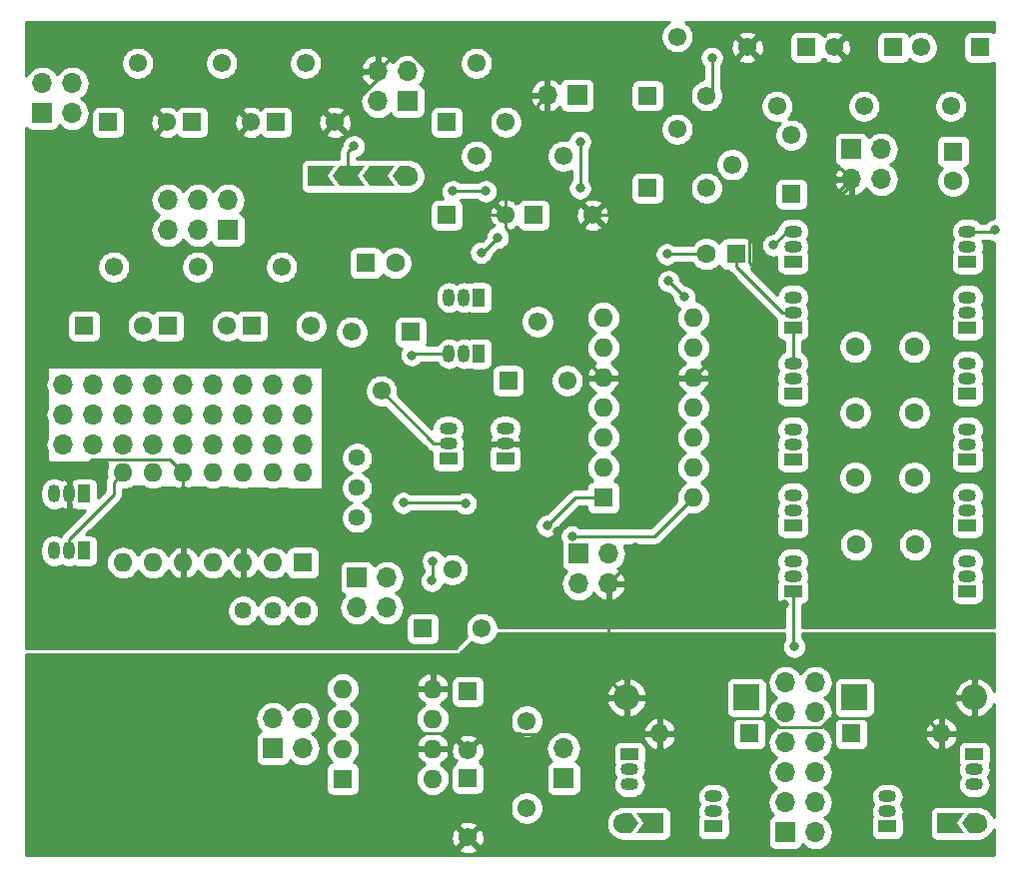
<source format=gbr>
G04 #@! TF.GenerationSoftware,KiCad,Pcbnew,5.1.4*
G04 #@! TF.CreationDate,2019-11-25T00:39:27+01:00*
G04 #@! TF.ProjectId,voice_board,766f6963-655f-4626-9f61-72642e6b6963,rev?*
G04 #@! TF.SameCoordinates,Original*
G04 #@! TF.FileFunction,Copper,L2,Bot*
G04 #@! TF.FilePolarity,Positive*
%FSLAX46Y46*%
G04 Gerber Fmt 4.6, Leading zero omitted, Abs format (unit mm)*
G04 Created by KiCad (PCBNEW 5.1.4) date 2019-11-25 00:39:27*
%MOMM*%
%LPD*%
G04 APERTURE LIST*
%ADD10O,1.700000X1.700000*%
%ADD11C,1.600000*%
%ADD12R,1.700000X1.700000*%
%ADD13R,1.600000X1.600000*%
%ADD14C,1.700000*%
%ADD15C,0.100000*%
%ADD16O,1.600000X1.600000*%
%ADD17C,1.550000*%
%ADD18R,1.550000X1.550000*%
%ADD19C,1.440000*%
%ADD20O,1.050000X1.500000*%
%ADD21R,1.050000X1.500000*%
%ADD22R,1.500000X1.050000*%
%ADD23O,1.500000X1.050000*%
%ADD24O,2.200000X2.200000*%
%ADD25R,2.200000X2.200000*%
%ADD26C,0.800000*%
%ADD27C,0.250000*%
%ADD28C,0.254000*%
G04 APERTURE END LIST*
D10*
X177292000Y-59817000D03*
X174752000Y-59817000D03*
X179832000Y-59817000D03*
X172212000Y-62357000D03*
X177292000Y-62357000D03*
X174752000Y-62357000D03*
X187452000Y-62357000D03*
X187452000Y-59817000D03*
X184912000Y-62357000D03*
X184912000Y-59817000D03*
X182372000Y-62357000D03*
X182372000Y-59817000D03*
X179832000Y-62357000D03*
X167132000Y-62357000D03*
X169672000Y-59817000D03*
X169672000Y-62357000D03*
X172212000Y-59817000D03*
X167132000Y-59817000D03*
X169672000Y-64897000D03*
X182372000Y-64897000D03*
X179832000Y-64897000D03*
X174752000Y-64897000D03*
X167132000Y-64897000D03*
X177292000Y-64897000D03*
X187452000Y-64897000D03*
X184912000Y-64897000D03*
X172212000Y-64897000D03*
D11*
X234315000Y-73406000D03*
X239315000Y-73406000D03*
X239275400Y-67691000D03*
X234275400Y-67691000D03*
X239268000Y-62230000D03*
X234268000Y-62230000D03*
X239268000Y-56642000D03*
X234268000Y-56642000D03*
D10*
X208153000Y-35306000D03*
D12*
X210693000Y-35306000D03*
D10*
X193802000Y-33274000D03*
X193802000Y-35814000D03*
X196342000Y-33274000D03*
D12*
X196342000Y-35814000D03*
D11*
X242570000Y-42568500D03*
D13*
X242570000Y-40068500D03*
D11*
X221655000Y-48768000D03*
D13*
X224155000Y-48768000D03*
D11*
X195286000Y-49530000D03*
D13*
X192786000Y-49530000D03*
D14*
X193802000Y-42164000D03*
D15*
G36*
X194652000Y-42164000D02*
G01*
X195252000Y-43014000D01*
X193102000Y-43014000D01*
X192502000Y-42164000D01*
X193102000Y-41314000D01*
X195252000Y-41314000D01*
X194652000Y-42164000D01*
X194652000Y-42164000D01*
G37*
D14*
X196342000Y-42164000D03*
D15*
G36*
X196342000Y-41315024D02*
G01*
X196383708Y-41315024D01*
X196466721Y-41323200D01*
X196548533Y-41339473D01*
X196628356Y-41363688D01*
X196705422Y-41395609D01*
X196778987Y-41434931D01*
X196848344Y-41481274D01*
X196912825Y-41534192D01*
X196971808Y-41593175D01*
X197024726Y-41657656D01*
X197071069Y-41727013D01*
X197110391Y-41800578D01*
X197142312Y-41877644D01*
X197166527Y-41957467D01*
X197182800Y-42039279D01*
X197190976Y-42122292D01*
X197190976Y-42205708D01*
X197182800Y-42288721D01*
X197166527Y-42370533D01*
X197142312Y-42450356D01*
X197110391Y-42527422D01*
X197071069Y-42600987D01*
X197024726Y-42670344D01*
X196971808Y-42734825D01*
X196912825Y-42793808D01*
X196848344Y-42846726D01*
X196778987Y-42893069D01*
X196705422Y-42932391D01*
X196628356Y-42964312D01*
X196548533Y-42988527D01*
X196466721Y-43004800D01*
X196383708Y-43012976D01*
X196342000Y-43012976D01*
X196342000Y-43014000D01*
X195642000Y-43014000D01*
X195042000Y-42164000D01*
X195642000Y-41314000D01*
X196342000Y-41314000D01*
X196342000Y-41315024D01*
X196342000Y-41315024D01*
G37*
D14*
X191262000Y-42164000D03*
D15*
G36*
X192112000Y-42164000D02*
G01*
X192712000Y-43014000D01*
X190562000Y-43014000D01*
X189962000Y-42164000D01*
X190562000Y-41314000D01*
X192712000Y-41314000D01*
X192112000Y-42164000D01*
X192112000Y-42164000D01*
G37*
D14*
X188722000Y-42164000D03*
D15*
G36*
X189572000Y-42164000D02*
G01*
X190172000Y-43014000D01*
X187872000Y-43014000D01*
X187872000Y-41314000D01*
X190172000Y-41314000D01*
X189572000Y-42164000D01*
X189572000Y-42164000D01*
G37*
D14*
X244602000Y-97028000D03*
D15*
G36*
X244602000Y-96179024D02*
G01*
X244643708Y-96179024D01*
X244726721Y-96187200D01*
X244808533Y-96203473D01*
X244888356Y-96227688D01*
X244965422Y-96259609D01*
X245038987Y-96298931D01*
X245108344Y-96345274D01*
X245172825Y-96398192D01*
X245231808Y-96457175D01*
X245284726Y-96521656D01*
X245331069Y-96591013D01*
X245370391Y-96664578D01*
X245402312Y-96741644D01*
X245426527Y-96821467D01*
X245442800Y-96903279D01*
X245450976Y-96986292D01*
X245450976Y-97069708D01*
X245442800Y-97152721D01*
X245426527Y-97234533D01*
X245402312Y-97314356D01*
X245370391Y-97391422D01*
X245331069Y-97464987D01*
X245284726Y-97534344D01*
X245231808Y-97598825D01*
X245172825Y-97657808D01*
X245108344Y-97710726D01*
X245038987Y-97757069D01*
X244965422Y-97796391D01*
X244888356Y-97828312D01*
X244808533Y-97852527D01*
X244726721Y-97868800D01*
X244643708Y-97876976D01*
X244602000Y-97876976D01*
X244602000Y-97878000D01*
X243902000Y-97878000D01*
X243302000Y-97028000D01*
X243902000Y-96178000D01*
X244602000Y-96178000D01*
X244602000Y-96179024D01*
X244602000Y-96179024D01*
G37*
D14*
X242062000Y-97028000D03*
D15*
G36*
X242912000Y-97028000D02*
G01*
X243512000Y-97878000D01*
X241212000Y-97878000D01*
X241212000Y-96178000D01*
X243512000Y-96178000D01*
X242912000Y-97028000D01*
X242912000Y-97028000D01*
G37*
D14*
X214630000Y-97028000D03*
D15*
G36*
X214630000Y-97876976D02*
G01*
X214588292Y-97876976D01*
X214505279Y-97868800D01*
X214423467Y-97852527D01*
X214343644Y-97828312D01*
X214266578Y-97796391D01*
X214193013Y-97757069D01*
X214123656Y-97710726D01*
X214059175Y-97657808D01*
X214000192Y-97598825D01*
X213947274Y-97534344D01*
X213900931Y-97464987D01*
X213861609Y-97391422D01*
X213829688Y-97314356D01*
X213805473Y-97234533D01*
X213789200Y-97152721D01*
X213781024Y-97069708D01*
X213781024Y-96986292D01*
X213789200Y-96903279D01*
X213805473Y-96821467D01*
X213829688Y-96741644D01*
X213861609Y-96664578D01*
X213900931Y-96591013D01*
X213947274Y-96521656D01*
X214000192Y-96457175D01*
X214059175Y-96398192D01*
X214123656Y-96345274D01*
X214193013Y-96298931D01*
X214266578Y-96259609D01*
X214343644Y-96227688D01*
X214423467Y-96203473D01*
X214505279Y-96187200D01*
X214588292Y-96179024D01*
X214630000Y-96179024D01*
X214630000Y-96178000D01*
X215330000Y-96178000D01*
X215930000Y-97028000D01*
X215330000Y-97878000D01*
X214630000Y-97878000D01*
X214630000Y-97876976D01*
X214630000Y-97876976D01*
G37*
D14*
X217170000Y-97028000D03*
D15*
G36*
X216320000Y-97028000D02*
G01*
X215720000Y-96178000D01*
X218020000Y-96178000D01*
X218020000Y-97878000D01*
X215720000Y-97878000D01*
X216320000Y-97028000D01*
X216320000Y-97028000D01*
G37*
D10*
X236474000Y-42418000D03*
X236474000Y-39878000D03*
X233934000Y-42418000D03*
D12*
X233934000Y-39878000D03*
D13*
X187452000Y-74930000D03*
D16*
X172212000Y-67310000D03*
X184912000Y-74930000D03*
X174752000Y-67310000D03*
X182372000Y-74930000D03*
X177292000Y-67310000D03*
X179832000Y-74930000D03*
X179832000Y-67310000D03*
X177292000Y-74930000D03*
X182372000Y-67310000D03*
X174752000Y-74930000D03*
X184912000Y-67310000D03*
X172212000Y-74930000D03*
X187452000Y-67310000D03*
D17*
X200112000Y-75518000D03*
D18*
X197612000Y-80518000D03*
D17*
X202612000Y-80518000D03*
D19*
X182372000Y-78994000D03*
X184912000Y-78994000D03*
X187452000Y-78994000D03*
X192024000Y-66040000D03*
X192024000Y-68580000D03*
X192024000Y-71120000D03*
D20*
X167640000Y-69088000D03*
X166370000Y-69088000D03*
D21*
X168910000Y-69088000D03*
X168910000Y-73914000D03*
D20*
X166370000Y-73914000D03*
X167640000Y-73914000D03*
D10*
X194564000Y-78740000D03*
X194564000Y-76200000D03*
X192024000Y-78740000D03*
D12*
X192024000Y-76200000D03*
D10*
X167894000Y-34290000D03*
X165354000Y-34290000D03*
X167894000Y-36830000D03*
D12*
X165354000Y-36830000D03*
D17*
X185634000Y-49864000D03*
D18*
X183134000Y-54864000D03*
D17*
X188134000Y-54864000D03*
X178522000Y-49864000D03*
D18*
X176022000Y-54864000D03*
D17*
X181022000Y-54864000D03*
X171410000Y-49864000D03*
D18*
X168910000Y-54864000D03*
D17*
X173910000Y-54864000D03*
X242356000Y-36242000D03*
D18*
X244856000Y-31242000D03*
D17*
X239856000Y-31242000D03*
X223854000Y-41188000D03*
D18*
X228854000Y-43688000D03*
D17*
X228854000Y-38688000D03*
X219162000Y-38180000D03*
D18*
X216662000Y-43180000D03*
D17*
X221662000Y-43180000D03*
X207351000Y-54499500D03*
D18*
X204851000Y-59499500D03*
D17*
X209851000Y-59499500D03*
X194096000Y-60372000D03*
D18*
X196596000Y-55372000D03*
D17*
X191596000Y-55372000D03*
X202144000Y-32592000D03*
D18*
X199644000Y-37592000D03*
D17*
X204644000Y-37592000D03*
D16*
X198449500Y-93255500D03*
X190829500Y-85635500D03*
X198449500Y-90715500D03*
X190829500Y-88175500D03*
X198449500Y-88175500D03*
X190829500Y-90715500D03*
X198449500Y-85635500D03*
D13*
X190829500Y-93255500D03*
D16*
X220535500Y-69405500D03*
X212915500Y-54165500D03*
X220535500Y-66865500D03*
X212915500Y-56705500D03*
X220535500Y-64325500D03*
X212915500Y-59245500D03*
X220535500Y-61785500D03*
X212915500Y-61785500D03*
X220535500Y-59245500D03*
X212915500Y-64325500D03*
X220535500Y-56705500D03*
X212915500Y-66865500D03*
X220535500Y-54165500D03*
D13*
X212915500Y-69405500D03*
D17*
X187666000Y-32592000D03*
D18*
X185166000Y-37592000D03*
D17*
X190166000Y-37592000D03*
X180554000Y-32592000D03*
D18*
X178054000Y-37592000D03*
D17*
X183054000Y-37592000D03*
X173442000Y-32592000D03*
D18*
X170942000Y-37592000D03*
D17*
X175942000Y-37592000D03*
X206422000Y-95718000D03*
D18*
X201422000Y-93218000D03*
D17*
X201422000Y-98218000D03*
X206422000Y-88352000D03*
D18*
X201422000Y-85852000D03*
D17*
X201422000Y-90852000D03*
X219162000Y-30331400D03*
D18*
X216662000Y-35331400D03*
D17*
X221662000Y-35331400D03*
X227624000Y-36242000D03*
D18*
X230124000Y-31242000D03*
D17*
X225124000Y-31242000D03*
X234990000Y-36242000D03*
D18*
X237490000Y-31242000D03*
D17*
X232490000Y-31242000D03*
X209510000Y-40466000D03*
D18*
X207010000Y-45466000D03*
D17*
X212010000Y-45466000D03*
X202144000Y-40466000D03*
D18*
X199644000Y-45466000D03*
D17*
X204644000Y-45466000D03*
D22*
X244348000Y-91186000D03*
D23*
X244348000Y-93726000D03*
X244348000Y-92456000D03*
D22*
X215138000Y-91186000D03*
D23*
X215138000Y-93726000D03*
X215138000Y-92456000D03*
D22*
X236982000Y-97282000D03*
D23*
X236982000Y-94742000D03*
X236982000Y-96012000D03*
D22*
X222250000Y-97282000D03*
D23*
X222250000Y-94742000D03*
X222250000Y-96012000D03*
D22*
X228981000Y-49403000D03*
D23*
X228981000Y-46863000D03*
X228981000Y-48133000D03*
D22*
X243776500Y-77343000D03*
D23*
X243776500Y-74803000D03*
X243776500Y-76073000D03*
D22*
X243776500Y-71755000D03*
D23*
X243776500Y-69215000D03*
X243776500Y-70485000D03*
D22*
X243776500Y-66167000D03*
D23*
X243776500Y-63627000D03*
X243776500Y-64897000D03*
D22*
X243776500Y-60579000D03*
D23*
X243776500Y-58039000D03*
X243776500Y-59309000D03*
D22*
X243776500Y-54991000D03*
D23*
X243776500Y-52451000D03*
X243776500Y-53721000D03*
D22*
X243776500Y-49403000D03*
D23*
X243776500Y-46863000D03*
X243776500Y-48133000D03*
D22*
X228981000Y-77343000D03*
D23*
X228981000Y-74803000D03*
X228981000Y-76073000D03*
D22*
X228981000Y-71755000D03*
D23*
X228981000Y-69215000D03*
X228981000Y-70485000D03*
D22*
X228981000Y-66167000D03*
D23*
X228981000Y-63627000D03*
X228981000Y-64897000D03*
D22*
X228981000Y-60579000D03*
D23*
X228981000Y-58039000D03*
X228981000Y-59309000D03*
D22*
X228981000Y-54991000D03*
D23*
X228981000Y-52451000D03*
X228981000Y-53721000D03*
D21*
X202374500Y-52451000D03*
D20*
X199834500Y-52451000D03*
X201104500Y-52451000D03*
D22*
X204597000Y-66103500D03*
D23*
X204597000Y-63563500D03*
X204597000Y-64833500D03*
D21*
X202374500Y-57213500D03*
D20*
X199834500Y-57213500D03*
X201104500Y-57213500D03*
D22*
X199771000Y-66103500D03*
D23*
X199771000Y-63563500D03*
X199771000Y-64833500D03*
D10*
X176022000Y-44196000D03*
X176022000Y-46736000D03*
X178562000Y-44196000D03*
X178562000Y-46736000D03*
X181102000Y-44196000D03*
D12*
X181102000Y-46736000D03*
D10*
X209550000Y-90678000D03*
D12*
X209550000Y-93218000D03*
D10*
X213360000Y-76708000D03*
X213360000Y-74168000D03*
X210820000Y-76708000D03*
D12*
X210820000Y-74168000D03*
D10*
X187452000Y-88138000D03*
X184912000Y-88138000D03*
X187452000Y-90678000D03*
D12*
X184912000Y-90678000D03*
D10*
X230886000Y-85090000D03*
X228346000Y-85090000D03*
X230886000Y-87630000D03*
X228346000Y-87630000D03*
X230886000Y-90170000D03*
X228346000Y-90170000D03*
X230886000Y-92710000D03*
X228346000Y-92710000D03*
X230886000Y-95250000D03*
X228346000Y-95250000D03*
X230886000Y-97790000D03*
D12*
X228346000Y-97790000D03*
D24*
X244348000Y-86360000D03*
D25*
X234188000Y-86360000D03*
D24*
X214884000Y-86360000D03*
D25*
X225044000Y-86360000D03*
D16*
X241554000Y-89408000D03*
D13*
X233934000Y-89408000D03*
D16*
X217678000Y-89408000D03*
D13*
X225298000Y-89408000D03*
D26*
X218313000Y-48768000D03*
X225298000Y-46482000D03*
X215646000Y-73660000D03*
X215646000Y-71120000D03*
X216916000Y-61722000D03*
X211963000Y-71247000D03*
X198755000Y-49784000D03*
X209042000Y-72263000D03*
X170942000Y-51562000D03*
X185928000Y-51562000D03*
X194818000Y-90424000D03*
X231394000Y-78486000D03*
X228255990Y-78486000D03*
X226568000Y-50800000D03*
X225044000Y-52324000D03*
X195965982Y-69850000D03*
X201240500Y-69922500D03*
X198471153Y-74793000D03*
X198374000Y-76454000D03*
X229108000Y-82042000D03*
X218437000Y-51054000D03*
X219805058Y-52419058D03*
X227330000Y-48006000D03*
X222123000Y-32131000D03*
X196690982Y-57342506D03*
X246126530Y-46735470D03*
X191770000Y-39624000D03*
X210273625Y-72699210D03*
X200152000Y-43434000D03*
X202946000Y-43434000D03*
X202565000Y-48641000D03*
X203962000Y-47371000D03*
X210947000Y-43180000D03*
X210947000Y-39243000D03*
X208158872Y-71793842D03*
D27*
X218313000Y-48768000D02*
X221655000Y-48768000D01*
X224155000Y-49818000D02*
X224155000Y-48768000D01*
X228058000Y-53721000D02*
X224155000Y-49818000D01*
X228981000Y-53721000D02*
X228058000Y-53721000D01*
X228981000Y-55766000D02*
X228981000Y-58039000D01*
X228981000Y-54991000D02*
X228981000Y-55766000D01*
X201285500Y-90715500D02*
X201422000Y-90852000D01*
X225298000Y-46482000D02*
X226060000Y-45720000D01*
X231140000Y-45720000D02*
X233934000Y-42926000D01*
X226060000Y-45720000D02*
X231140000Y-45720000D01*
X233084001Y-41568001D02*
X231989999Y-41568001D01*
X233934000Y-42418000D02*
X233084001Y-41568001D01*
X231989999Y-41568001D02*
X231140000Y-40718002D01*
X231140000Y-37258000D02*
X225124000Y-31242000D01*
X231140000Y-40718002D02*
X231140000Y-37258000D01*
X204644000Y-46562015D02*
X205579985Y-47498000D01*
X204644000Y-45466000D02*
X204644000Y-46562015D01*
X209978000Y-47498000D02*
X212010000Y-45466000D01*
X205579985Y-47498000D02*
X209978000Y-47498000D01*
X210566000Y-48086000D02*
X209978000Y-47498000D01*
X210566000Y-56896000D02*
X210566000Y-48086000D01*
X212915500Y-59245500D02*
X210566000Y-56896000D01*
X240284000Y-88138000D02*
X241554000Y-89408000D01*
X232156000Y-88138000D02*
X240284000Y-88138000D01*
X231394000Y-88900000D02*
X232156000Y-88138000D01*
X218809370Y-89408000D02*
X220079370Y-88138000D01*
X227076000Y-88138000D02*
X227838000Y-88900000D01*
X217678000Y-89408000D02*
X218809370Y-89408000D01*
X227838000Y-88900000D02*
X231394000Y-88900000D01*
X220079370Y-88138000D02*
X227076000Y-88138000D01*
X176492001Y-66510001D02*
X177292000Y-67310000D01*
X176166999Y-66184999D02*
X176492001Y-66510001D01*
X169543001Y-66184999D02*
X176166999Y-66184999D01*
X167640000Y-68088000D02*
X169543001Y-66184999D01*
X167640000Y-69088000D02*
X167640000Y-68088000D01*
X177292000Y-67310000D02*
X177292000Y-68441370D01*
X179185370Y-70612000D02*
X177292000Y-70612000D01*
X182372000Y-74930000D02*
X182372000Y-73798630D01*
X182372000Y-73798630D02*
X179185370Y-70612000D01*
X177292000Y-68441370D02*
X177292000Y-70612000D01*
X177292000Y-70612000D02*
X177292000Y-74930000D01*
X193802000Y-33956000D02*
X193802000Y-33274000D01*
X190166000Y-37592000D02*
X193802000Y-33956000D01*
X193802000Y-33274000D02*
X195326000Y-31750000D01*
X204644000Y-44369985D02*
X204644000Y-45466000D01*
X204644000Y-39836998D02*
X204644000Y-44369985D01*
X196557002Y-31750000D02*
X204644000Y-39836998D01*
X195326000Y-31750000D02*
X196557002Y-31750000D01*
X213360000Y-76708000D02*
X214209999Y-75858001D01*
X214209999Y-75858001D02*
X215646000Y-74422000D01*
X215646000Y-74422000D02*
X215646000Y-73660000D01*
X215646000Y-71120000D02*
X216916000Y-69850000D01*
X216916000Y-69850000D02*
X216916000Y-61722000D01*
X224282000Y-45466000D02*
X225298000Y-46482000D01*
X212010000Y-45466000D02*
X224282000Y-45466000D01*
X207303001Y-36155999D02*
X208153000Y-35306000D01*
X207303001Y-37177997D02*
X207303001Y-36155999D01*
X204644000Y-39836998D02*
X207303001Y-37177997D01*
X203073000Y-45466000D02*
X204644000Y-45466000D01*
X198755000Y-49784000D02*
X203073000Y-45466000D01*
X210058000Y-71247000D02*
X211963000Y-71247000D01*
X209042000Y-72263000D02*
X210058000Y-71247000D01*
X170942000Y-51562000D02*
X168148000Y-51562000D01*
X168148000Y-51562000D02*
X164846000Y-54864000D01*
X164846000Y-65294000D02*
X167640000Y-68088000D01*
X164846000Y-54864000D02*
X164846000Y-65294000D01*
X196977000Y-51562000D02*
X198755000Y-49784000D01*
X185928000Y-51562000D02*
X196977000Y-51562000D01*
X213360000Y-84836000D02*
X214884000Y-86360000D01*
X213360000Y-76708000D02*
X213360000Y-84836000D01*
X195834000Y-89408000D02*
X205849998Y-89408000D01*
X194818000Y-90424000D02*
X195834000Y-89408000D01*
X205849998Y-89408000D02*
X205893999Y-89452001D01*
X213360000Y-84836000D02*
X208743999Y-89452001D01*
X205893999Y-89452001D02*
X208743999Y-89452001D01*
X233934000Y-42418000D02*
X231394000Y-44958000D01*
X231394000Y-44958000D02*
X231394000Y-78486000D01*
X225298000Y-46482000D02*
X225298000Y-49530000D01*
X225298000Y-49530000D02*
X226568000Y-50800000D01*
X225044000Y-54737000D02*
X220535500Y-59245500D01*
X225044000Y-52324000D02*
X225044000Y-54737000D01*
X201384500Y-93255500D02*
X201422000Y-93218000D01*
X187489500Y-88175500D02*
X187452000Y-88138000D01*
X187489500Y-90715500D02*
X187452000Y-90678000D01*
X201168000Y-69850000D02*
X201240500Y-69922500D01*
X195965982Y-69850000D02*
X201168000Y-69850000D01*
X198471153Y-74793000D02*
X198471153Y-76356847D01*
X198471153Y-76356847D02*
X198374000Y-76454000D01*
X228981000Y-77343000D02*
X228981000Y-81915000D01*
X228981000Y-81915000D02*
X229108000Y-82042000D01*
X218437000Y-51054000D02*
X218440000Y-51054000D01*
X218440000Y-51054000D02*
X219805058Y-52419058D01*
X228473000Y-46863000D02*
X228981000Y-46863000D01*
X227330000Y-48006000D02*
X228473000Y-46863000D01*
X222123000Y-32131000D02*
X222123000Y-34870400D01*
X222123000Y-34870400D02*
X221662000Y-35331400D01*
X196819988Y-57213500D02*
X196690982Y-57342506D01*
X199834500Y-57213500D02*
X196819988Y-57213500D01*
X243903500Y-46990000D02*
X243776500Y-46863000D01*
X243776500Y-46863000D02*
X245999000Y-46863000D01*
X245999000Y-46863000D02*
X246126530Y-46735470D01*
X191262000Y-40132000D02*
X191262000Y-42164000D01*
X191770000Y-39624000D02*
X191262000Y-40132000D01*
X198557500Y-64833500D02*
X199771000Y-64833500D01*
X194096000Y-60372000D02*
X198557500Y-64833500D01*
X210839310Y-72699210D02*
X210273625Y-72699210D01*
X220535500Y-69405500D02*
X217241790Y-72699210D01*
X217241790Y-72699210D02*
X210839310Y-72699210D01*
X171412001Y-68109999D02*
X172212000Y-67310000D01*
X171412001Y-69141999D02*
X171412001Y-68109999D01*
X167640000Y-72914000D02*
X171412001Y-69141999D01*
X167640000Y-73914000D02*
X167640000Y-72914000D01*
X200152000Y-43434000D02*
X202946000Y-43434000D01*
X202565000Y-48641000D02*
X202692000Y-48641000D01*
X202692000Y-48641000D02*
X203962000Y-47371000D01*
X210947000Y-43180000D02*
X210947000Y-39243000D01*
X212915500Y-69405500D02*
X210547214Y-69405500D01*
X210547214Y-69405500D02*
X208558871Y-71393843D01*
X208558871Y-71393843D02*
X208158872Y-71793842D01*
D28*
G36*
X218263178Y-29236182D02*
G01*
X218066782Y-29432578D01*
X217912475Y-29663515D01*
X217806186Y-29920118D01*
X217752000Y-30192527D01*
X217752000Y-30470273D01*
X217806186Y-30742682D01*
X217912475Y-30999285D01*
X218066782Y-31230222D01*
X218263178Y-31426618D01*
X218494115Y-31580925D01*
X218750718Y-31687214D01*
X219023127Y-31741400D01*
X219300873Y-31741400D01*
X219573282Y-31687214D01*
X219829885Y-31580925D01*
X220060822Y-31426618D01*
X220257218Y-31230222D01*
X220411525Y-30999285D01*
X220517814Y-30742682D01*
X220572000Y-30470273D01*
X220572000Y-30267151D01*
X224328756Y-30267151D01*
X225124000Y-31062395D01*
X225919244Y-30267151D01*
X225850690Y-30025732D01*
X225599444Y-29907332D01*
X225329929Y-29840222D01*
X225052498Y-29826982D01*
X224777816Y-29868121D01*
X224516438Y-29962057D01*
X224397310Y-30025732D01*
X224328756Y-30267151D01*
X220572000Y-30267151D01*
X220572000Y-30192527D01*
X220517814Y-29920118D01*
X220411525Y-29663515D01*
X220257218Y-29432578D01*
X220060822Y-29236182D01*
X219831569Y-29083000D01*
X245999000Y-29083000D01*
X245999000Y-29947547D01*
X245985494Y-29936463D01*
X245875180Y-29877498D01*
X245755482Y-29841188D01*
X245631000Y-29828928D01*
X244081000Y-29828928D01*
X243956518Y-29841188D01*
X243836820Y-29877498D01*
X243726506Y-29936463D01*
X243629815Y-30015815D01*
X243550463Y-30112506D01*
X243491498Y-30222820D01*
X243455188Y-30342518D01*
X243442928Y-30467000D01*
X243442928Y-32017000D01*
X243455188Y-32141482D01*
X243491498Y-32261180D01*
X243550463Y-32371494D01*
X243629815Y-32468185D01*
X243726506Y-32547537D01*
X243836820Y-32606502D01*
X243956518Y-32642812D01*
X244081000Y-32655072D01*
X245631000Y-32655072D01*
X245755482Y-32642812D01*
X245875180Y-32606502D01*
X245985494Y-32547537D01*
X245999000Y-32536453D01*
X245999000Y-45705560D01*
X245824632Y-45740244D01*
X245636274Y-45818265D01*
X245466756Y-45931533D01*
X245322593Y-46075696D01*
X245304349Y-46103000D01*
X244878409Y-46103000D01*
X244825712Y-46038788D01*
X244649079Y-45893829D01*
X244447560Y-45786115D01*
X244228900Y-45719785D01*
X244058479Y-45703000D01*
X243494521Y-45703000D01*
X243324100Y-45719785D01*
X243105440Y-45786115D01*
X242903921Y-45893829D01*
X242727288Y-46038788D01*
X242582329Y-46215421D01*
X242474615Y-46416940D01*
X242408285Y-46635600D01*
X242385888Y-46863000D01*
X242408285Y-47090400D01*
X242474615Y-47309060D01*
X242575605Y-47498000D01*
X242474615Y-47686940D01*
X242408285Y-47905600D01*
X242385888Y-48133000D01*
X242408285Y-48360400D01*
X242471593Y-48569098D01*
X242436998Y-48633820D01*
X242400688Y-48753518D01*
X242388428Y-48878000D01*
X242388428Y-49928000D01*
X242400688Y-50052482D01*
X242436998Y-50172180D01*
X242495963Y-50282494D01*
X242575315Y-50379185D01*
X242672006Y-50458537D01*
X242782320Y-50517502D01*
X242902018Y-50553812D01*
X243026500Y-50566072D01*
X244526500Y-50566072D01*
X244650982Y-50553812D01*
X244770680Y-50517502D01*
X244880994Y-50458537D01*
X244977685Y-50379185D01*
X245057037Y-50282494D01*
X245116002Y-50172180D01*
X245152312Y-50052482D01*
X245164572Y-49928000D01*
X245164572Y-48878000D01*
X245152312Y-48753518D01*
X245116002Y-48633820D01*
X245081407Y-48569098D01*
X245144715Y-48360400D01*
X245167112Y-48133000D01*
X245144715Y-47905600D01*
X245078385Y-47686940D01*
X245044208Y-47623000D01*
X245591862Y-47623000D01*
X245636274Y-47652675D01*
X245824632Y-47730696D01*
X245999000Y-47765380D01*
X245999000Y-80391000D01*
X229741000Y-80391000D01*
X229741000Y-78505087D01*
X229855482Y-78493812D01*
X229975180Y-78457502D01*
X230085494Y-78398537D01*
X230182185Y-78319185D01*
X230261537Y-78222494D01*
X230320502Y-78112180D01*
X230356812Y-77992482D01*
X230369072Y-77868000D01*
X230369072Y-76818000D01*
X230356812Y-76693518D01*
X230320502Y-76573820D01*
X230285907Y-76509098D01*
X230349215Y-76300400D01*
X230371612Y-76073000D01*
X230349215Y-75845600D01*
X230282885Y-75626940D01*
X230181895Y-75438000D01*
X230282885Y-75249060D01*
X230349215Y-75030400D01*
X230371612Y-74803000D01*
X230349215Y-74575600D01*
X230282885Y-74356940D01*
X230175171Y-74155421D01*
X230030212Y-73978788D01*
X229853579Y-73833829D01*
X229652060Y-73726115D01*
X229433400Y-73659785D01*
X229262979Y-73643000D01*
X228699021Y-73643000D01*
X228528600Y-73659785D01*
X228309940Y-73726115D01*
X228108421Y-73833829D01*
X227931788Y-73978788D01*
X227786829Y-74155421D01*
X227679115Y-74356940D01*
X227612785Y-74575600D01*
X227590388Y-74803000D01*
X227612785Y-75030400D01*
X227679115Y-75249060D01*
X227780105Y-75438000D01*
X227679115Y-75626940D01*
X227612785Y-75845600D01*
X227590388Y-76073000D01*
X227612785Y-76300400D01*
X227676093Y-76509098D01*
X227641498Y-76573820D01*
X227605188Y-76693518D01*
X227592928Y-76818000D01*
X227592928Y-77868000D01*
X227605188Y-77992482D01*
X227641498Y-78112180D01*
X227700463Y-78222494D01*
X227779815Y-78319185D01*
X227876506Y-78398537D01*
X227986820Y-78457502D01*
X228106518Y-78493812D01*
X228221000Y-78505087D01*
X228221001Y-80391000D01*
X204022000Y-80391000D01*
X204022000Y-80379127D01*
X203967814Y-80106718D01*
X203861525Y-79850115D01*
X203707218Y-79619178D01*
X203510822Y-79422782D01*
X203279885Y-79268475D01*
X203023282Y-79162186D01*
X202750873Y-79108000D01*
X202473127Y-79108000D01*
X202200718Y-79162186D01*
X201944115Y-79268475D01*
X201713178Y-79422782D01*
X201516782Y-79619178D01*
X201362475Y-79850115D01*
X201256186Y-80106718D01*
X201202000Y-80379127D01*
X201202000Y-80656873D01*
X201256186Y-80929282D01*
X201354870Y-81167524D01*
X200353394Y-82169000D01*
X163982000Y-82169000D01*
X163982000Y-78860544D01*
X181017000Y-78860544D01*
X181017000Y-79127456D01*
X181069072Y-79389239D01*
X181171215Y-79635833D01*
X181319503Y-79857762D01*
X181508238Y-80046497D01*
X181730167Y-80194785D01*
X181976761Y-80296928D01*
X182238544Y-80349000D01*
X182505456Y-80349000D01*
X182767239Y-80296928D01*
X183013833Y-80194785D01*
X183235762Y-80046497D01*
X183424497Y-79857762D01*
X183572785Y-79635833D01*
X183642000Y-79468734D01*
X183711215Y-79635833D01*
X183859503Y-79857762D01*
X184048238Y-80046497D01*
X184270167Y-80194785D01*
X184516761Y-80296928D01*
X184778544Y-80349000D01*
X185045456Y-80349000D01*
X185307239Y-80296928D01*
X185553833Y-80194785D01*
X185775762Y-80046497D01*
X185964497Y-79857762D01*
X186112785Y-79635833D01*
X186182000Y-79468734D01*
X186251215Y-79635833D01*
X186399503Y-79857762D01*
X186588238Y-80046497D01*
X186810167Y-80194785D01*
X187056761Y-80296928D01*
X187318544Y-80349000D01*
X187585456Y-80349000D01*
X187847239Y-80296928D01*
X188093833Y-80194785D01*
X188315762Y-80046497D01*
X188504497Y-79857762D01*
X188652785Y-79635833D01*
X188754928Y-79389239D01*
X188807000Y-79127456D01*
X188807000Y-78860544D01*
X188783023Y-78740000D01*
X190531815Y-78740000D01*
X190560487Y-79031111D01*
X190645401Y-79311034D01*
X190783294Y-79569014D01*
X190968866Y-79795134D01*
X191194986Y-79980706D01*
X191452966Y-80118599D01*
X191732889Y-80203513D01*
X191951050Y-80225000D01*
X192096950Y-80225000D01*
X192315111Y-80203513D01*
X192595034Y-80118599D01*
X192853014Y-79980706D01*
X193079134Y-79795134D01*
X193264706Y-79569014D01*
X193294000Y-79514209D01*
X193323294Y-79569014D01*
X193508866Y-79795134D01*
X193734986Y-79980706D01*
X193992966Y-80118599D01*
X194272889Y-80203513D01*
X194491050Y-80225000D01*
X194636950Y-80225000D01*
X194855111Y-80203513D01*
X195135034Y-80118599D01*
X195393014Y-79980706D01*
X195619134Y-79795134D01*
X195661919Y-79743000D01*
X196198928Y-79743000D01*
X196198928Y-81293000D01*
X196211188Y-81417482D01*
X196247498Y-81537180D01*
X196306463Y-81647494D01*
X196385815Y-81744185D01*
X196482506Y-81823537D01*
X196592820Y-81882502D01*
X196712518Y-81918812D01*
X196837000Y-81931072D01*
X198387000Y-81931072D01*
X198511482Y-81918812D01*
X198631180Y-81882502D01*
X198741494Y-81823537D01*
X198838185Y-81744185D01*
X198917537Y-81647494D01*
X198976502Y-81537180D01*
X199012812Y-81417482D01*
X199025072Y-81293000D01*
X199025072Y-79743000D01*
X199012812Y-79618518D01*
X198976502Y-79498820D01*
X198917537Y-79388506D01*
X198838185Y-79291815D01*
X198741494Y-79212463D01*
X198631180Y-79153498D01*
X198511482Y-79117188D01*
X198387000Y-79104928D01*
X196837000Y-79104928D01*
X196712518Y-79117188D01*
X196592820Y-79153498D01*
X196482506Y-79212463D01*
X196385815Y-79291815D01*
X196306463Y-79388506D01*
X196247498Y-79498820D01*
X196211188Y-79618518D01*
X196198928Y-79743000D01*
X195661919Y-79743000D01*
X195804706Y-79569014D01*
X195942599Y-79311034D01*
X196027513Y-79031111D01*
X196056185Y-78740000D01*
X196027513Y-78448889D01*
X195942599Y-78168966D01*
X195804706Y-77910986D01*
X195619134Y-77684866D01*
X195393014Y-77499294D01*
X195338209Y-77470000D01*
X195393014Y-77440706D01*
X195619134Y-77255134D01*
X195804706Y-77029014D01*
X195942599Y-76771034D01*
X196027513Y-76491111D01*
X196041208Y-76352061D01*
X197339000Y-76352061D01*
X197339000Y-76555939D01*
X197378774Y-76755898D01*
X197456795Y-76944256D01*
X197570063Y-77113774D01*
X197714226Y-77257937D01*
X197883744Y-77371205D01*
X198072102Y-77449226D01*
X198272061Y-77489000D01*
X198475939Y-77489000D01*
X198675898Y-77449226D01*
X198864256Y-77371205D01*
X199033774Y-77257937D01*
X199177937Y-77113774D01*
X199291205Y-76944256D01*
X199369226Y-76755898D01*
X199375970Y-76721992D01*
X199444115Y-76767525D01*
X199700718Y-76873814D01*
X199973127Y-76928000D01*
X200250873Y-76928000D01*
X200523282Y-76873814D01*
X200779885Y-76767525D01*
X201010822Y-76613218D01*
X201207218Y-76416822D01*
X201361525Y-76185885D01*
X201467814Y-75929282D01*
X201522000Y-75656873D01*
X201522000Y-75379127D01*
X201467814Y-75106718D01*
X201361525Y-74850115D01*
X201207218Y-74619178D01*
X201010822Y-74422782D01*
X200779885Y-74268475D01*
X200523282Y-74162186D01*
X200250873Y-74108000D01*
X199973127Y-74108000D01*
X199700718Y-74162186D01*
X199444115Y-74268475D01*
X199389327Y-74305083D01*
X199388358Y-74302744D01*
X199275090Y-74133226D01*
X199130927Y-73989063D01*
X198961409Y-73875795D01*
X198773051Y-73797774D01*
X198573092Y-73758000D01*
X198369214Y-73758000D01*
X198169255Y-73797774D01*
X197980897Y-73875795D01*
X197811379Y-73989063D01*
X197667216Y-74133226D01*
X197553948Y-74302744D01*
X197475927Y-74491102D01*
X197436153Y-74691061D01*
X197436153Y-74894939D01*
X197475927Y-75094898D01*
X197553948Y-75283256D01*
X197667216Y-75452774D01*
X197711153Y-75496711D01*
X197711154Y-75653135D01*
X197570063Y-75794226D01*
X197456795Y-75963744D01*
X197378774Y-76152102D01*
X197339000Y-76352061D01*
X196041208Y-76352061D01*
X196056185Y-76200000D01*
X196027513Y-75908889D01*
X195942599Y-75628966D01*
X195804706Y-75370986D01*
X195619134Y-75144866D01*
X195393014Y-74959294D01*
X195135034Y-74821401D01*
X194855111Y-74736487D01*
X194636950Y-74715000D01*
X194491050Y-74715000D01*
X194272889Y-74736487D01*
X193992966Y-74821401D01*
X193734986Y-74959294D01*
X193508866Y-75144866D01*
X193484393Y-75174687D01*
X193463502Y-75105820D01*
X193404537Y-74995506D01*
X193325185Y-74898815D01*
X193228494Y-74819463D01*
X193118180Y-74760498D01*
X192998482Y-74724188D01*
X192874000Y-74711928D01*
X191174000Y-74711928D01*
X191049518Y-74724188D01*
X190929820Y-74760498D01*
X190819506Y-74819463D01*
X190722815Y-74898815D01*
X190643463Y-74995506D01*
X190584498Y-75105820D01*
X190548188Y-75225518D01*
X190535928Y-75350000D01*
X190535928Y-77050000D01*
X190548188Y-77174482D01*
X190584498Y-77294180D01*
X190643463Y-77404494D01*
X190722815Y-77501185D01*
X190819506Y-77580537D01*
X190929820Y-77639502D01*
X190998687Y-77660393D01*
X190968866Y-77684866D01*
X190783294Y-77910986D01*
X190645401Y-78168966D01*
X190560487Y-78448889D01*
X190531815Y-78740000D01*
X188783023Y-78740000D01*
X188754928Y-78598761D01*
X188652785Y-78352167D01*
X188504497Y-78130238D01*
X188315762Y-77941503D01*
X188093833Y-77793215D01*
X187847239Y-77691072D01*
X187585456Y-77639000D01*
X187318544Y-77639000D01*
X187056761Y-77691072D01*
X186810167Y-77793215D01*
X186588238Y-77941503D01*
X186399503Y-78130238D01*
X186251215Y-78352167D01*
X186182000Y-78519266D01*
X186112785Y-78352167D01*
X185964497Y-78130238D01*
X185775762Y-77941503D01*
X185553833Y-77793215D01*
X185307239Y-77691072D01*
X185045456Y-77639000D01*
X184778544Y-77639000D01*
X184516761Y-77691072D01*
X184270167Y-77793215D01*
X184048238Y-77941503D01*
X183859503Y-78130238D01*
X183711215Y-78352167D01*
X183642000Y-78519266D01*
X183572785Y-78352167D01*
X183424497Y-78130238D01*
X183235762Y-77941503D01*
X183013833Y-77793215D01*
X182767239Y-77691072D01*
X182505456Y-77639000D01*
X182238544Y-77639000D01*
X181976761Y-77691072D01*
X181730167Y-77793215D01*
X181508238Y-77941503D01*
X181319503Y-78130238D01*
X181171215Y-78352167D01*
X181069072Y-78598761D01*
X181017000Y-78860544D01*
X163982000Y-78860544D01*
X163982000Y-73632021D01*
X165210000Y-73632021D01*
X165210000Y-74195978D01*
X165226785Y-74366399D01*
X165293115Y-74585059D01*
X165400829Y-74786578D01*
X165545788Y-74963212D01*
X165722421Y-75108171D01*
X165923940Y-75215885D01*
X166142600Y-75282215D01*
X166370000Y-75304612D01*
X166597399Y-75282215D01*
X166816059Y-75215885D01*
X167005000Y-75114894D01*
X167193940Y-75215885D01*
X167412600Y-75282215D01*
X167640000Y-75304612D01*
X167867399Y-75282215D01*
X168076098Y-75218907D01*
X168140820Y-75253502D01*
X168260518Y-75289812D01*
X168385000Y-75302072D01*
X169435000Y-75302072D01*
X169559482Y-75289812D01*
X169679180Y-75253502D01*
X169789494Y-75194537D01*
X169886185Y-75115185D01*
X169965537Y-75018494D01*
X170012838Y-74930000D01*
X170770057Y-74930000D01*
X170797764Y-75211309D01*
X170879818Y-75481808D01*
X171013068Y-75731101D01*
X171192392Y-75949608D01*
X171410899Y-76128932D01*
X171660192Y-76262182D01*
X171930691Y-76344236D01*
X172141508Y-76365000D01*
X172282492Y-76365000D01*
X172493309Y-76344236D01*
X172763808Y-76262182D01*
X173013101Y-76128932D01*
X173231608Y-75949608D01*
X173410932Y-75731101D01*
X173482000Y-75598142D01*
X173553068Y-75731101D01*
X173732392Y-75949608D01*
X173950899Y-76128932D01*
X174200192Y-76262182D01*
X174470691Y-76344236D01*
X174681508Y-76365000D01*
X174822492Y-76365000D01*
X175033309Y-76344236D01*
X175303808Y-76262182D01*
X175553101Y-76128932D01*
X175771608Y-75949608D01*
X175950932Y-75731101D01*
X176024579Y-75593318D01*
X176139615Y-75785131D01*
X176328586Y-75993519D01*
X176554580Y-76161037D01*
X176808913Y-76281246D01*
X176942961Y-76321904D01*
X177165000Y-76199915D01*
X177165000Y-75057000D01*
X177145000Y-75057000D01*
X177145000Y-74803000D01*
X177165000Y-74803000D01*
X177165000Y-73660085D01*
X177419000Y-73660085D01*
X177419000Y-74803000D01*
X177439000Y-74803000D01*
X177439000Y-75057000D01*
X177419000Y-75057000D01*
X177419000Y-76199915D01*
X177641039Y-76321904D01*
X177775087Y-76281246D01*
X178029420Y-76161037D01*
X178255414Y-75993519D01*
X178444385Y-75785131D01*
X178559421Y-75593318D01*
X178633068Y-75731101D01*
X178812392Y-75949608D01*
X179030899Y-76128932D01*
X179280192Y-76262182D01*
X179550691Y-76344236D01*
X179761508Y-76365000D01*
X179902492Y-76365000D01*
X180113309Y-76344236D01*
X180383808Y-76262182D01*
X180633101Y-76128932D01*
X180851608Y-75949608D01*
X181030932Y-75731101D01*
X181104579Y-75593318D01*
X181219615Y-75785131D01*
X181408586Y-75993519D01*
X181634580Y-76161037D01*
X181888913Y-76281246D01*
X182022961Y-76321904D01*
X182245000Y-76199915D01*
X182245000Y-75057000D01*
X182225000Y-75057000D01*
X182225000Y-74803000D01*
X182245000Y-74803000D01*
X182245000Y-73660085D01*
X182499000Y-73660085D01*
X182499000Y-74803000D01*
X182519000Y-74803000D01*
X182519000Y-75057000D01*
X182499000Y-75057000D01*
X182499000Y-76199915D01*
X182721039Y-76321904D01*
X182855087Y-76281246D01*
X183109420Y-76161037D01*
X183335414Y-75993519D01*
X183524385Y-75785131D01*
X183639421Y-75593318D01*
X183713068Y-75731101D01*
X183892392Y-75949608D01*
X184110899Y-76128932D01*
X184360192Y-76262182D01*
X184630691Y-76344236D01*
X184841508Y-76365000D01*
X184982492Y-76365000D01*
X185193309Y-76344236D01*
X185463808Y-76262182D01*
X185713101Y-76128932D01*
X185931608Y-75949608D01*
X186024419Y-75836518D01*
X186026188Y-75854482D01*
X186062498Y-75974180D01*
X186121463Y-76084494D01*
X186200815Y-76181185D01*
X186297506Y-76260537D01*
X186407820Y-76319502D01*
X186527518Y-76355812D01*
X186652000Y-76368072D01*
X188252000Y-76368072D01*
X188376482Y-76355812D01*
X188496180Y-76319502D01*
X188606494Y-76260537D01*
X188703185Y-76181185D01*
X188782537Y-76084494D01*
X188841502Y-75974180D01*
X188877812Y-75854482D01*
X188890072Y-75730000D01*
X188890072Y-74130000D01*
X188877812Y-74005518D01*
X188841502Y-73885820D01*
X188782537Y-73775506D01*
X188703185Y-73678815D01*
X188606494Y-73599463D01*
X188496180Y-73540498D01*
X188376482Y-73504188D01*
X188252000Y-73491928D01*
X186652000Y-73491928D01*
X186527518Y-73504188D01*
X186407820Y-73540498D01*
X186297506Y-73599463D01*
X186200815Y-73678815D01*
X186121463Y-73775506D01*
X186062498Y-73885820D01*
X186026188Y-74005518D01*
X186024419Y-74023482D01*
X185931608Y-73910392D01*
X185713101Y-73731068D01*
X185463808Y-73597818D01*
X185193309Y-73515764D01*
X184982492Y-73495000D01*
X184841508Y-73495000D01*
X184630691Y-73515764D01*
X184360192Y-73597818D01*
X184110899Y-73731068D01*
X183892392Y-73910392D01*
X183713068Y-74128899D01*
X183639421Y-74266682D01*
X183524385Y-74074869D01*
X183335414Y-73866481D01*
X183109420Y-73698963D01*
X182855087Y-73578754D01*
X182721039Y-73538096D01*
X182499000Y-73660085D01*
X182245000Y-73660085D01*
X182022961Y-73538096D01*
X181888913Y-73578754D01*
X181634580Y-73698963D01*
X181408586Y-73866481D01*
X181219615Y-74074869D01*
X181104579Y-74266682D01*
X181030932Y-74128899D01*
X180851608Y-73910392D01*
X180633101Y-73731068D01*
X180383808Y-73597818D01*
X180113309Y-73515764D01*
X179902492Y-73495000D01*
X179761508Y-73495000D01*
X179550691Y-73515764D01*
X179280192Y-73597818D01*
X179030899Y-73731068D01*
X178812392Y-73910392D01*
X178633068Y-74128899D01*
X178559421Y-74266682D01*
X178444385Y-74074869D01*
X178255414Y-73866481D01*
X178029420Y-73698963D01*
X177775087Y-73578754D01*
X177641039Y-73538096D01*
X177419000Y-73660085D01*
X177165000Y-73660085D01*
X176942961Y-73538096D01*
X176808913Y-73578754D01*
X176554580Y-73698963D01*
X176328586Y-73866481D01*
X176139615Y-74074869D01*
X176024579Y-74266682D01*
X175950932Y-74128899D01*
X175771608Y-73910392D01*
X175553101Y-73731068D01*
X175303808Y-73597818D01*
X175033309Y-73515764D01*
X174822492Y-73495000D01*
X174681508Y-73495000D01*
X174470691Y-73515764D01*
X174200192Y-73597818D01*
X173950899Y-73731068D01*
X173732392Y-73910392D01*
X173553068Y-74128899D01*
X173482000Y-74261858D01*
X173410932Y-74128899D01*
X173231608Y-73910392D01*
X173013101Y-73731068D01*
X172763808Y-73597818D01*
X172493309Y-73515764D01*
X172282492Y-73495000D01*
X172141508Y-73495000D01*
X171930691Y-73515764D01*
X171660192Y-73597818D01*
X171410899Y-73731068D01*
X171192392Y-73910392D01*
X171013068Y-74128899D01*
X170879818Y-74378192D01*
X170797764Y-74648691D01*
X170770057Y-74930000D01*
X170012838Y-74930000D01*
X170024502Y-74908180D01*
X170060812Y-74788482D01*
X170073072Y-74664000D01*
X170073072Y-73164000D01*
X170060812Y-73039518D01*
X170024502Y-72919820D01*
X169965537Y-72809506D01*
X169886185Y-72712815D01*
X169789494Y-72633463D01*
X169679180Y-72574498D01*
X169559482Y-72538188D01*
X169435000Y-72525928D01*
X169102873Y-72525928D01*
X171923005Y-69705797D01*
X171952002Y-69682000D01*
X172002390Y-69620602D01*
X172046975Y-69566276D01*
X172117547Y-69434246D01*
X172124448Y-69411497D01*
X172161004Y-69290985D01*
X172172001Y-69179332D01*
X172172001Y-69179322D01*
X172175677Y-69141999D01*
X172172001Y-69104676D01*
X172172001Y-68745000D01*
X172282492Y-68745000D01*
X172493309Y-68724236D01*
X172763808Y-68642182D01*
X173013101Y-68508932D01*
X173045145Y-68482634D01*
X173934111Y-68495155D01*
X173950899Y-68508932D01*
X174200192Y-68642182D01*
X174470691Y-68724236D01*
X174681508Y-68745000D01*
X174822492Y-68745000D01*
X175033309Y-68724236D01*
X175303808Y-68642182D01*
X175536649Y-68517726D01*
X176542238Y-68531889D01*
X176554580Y-68541037D01*
X176808913Y-68661246D01*
X176942961Y-68701904D01*
X177165000Y-68579915D01*
X177165000Y-68540660D01*
X177419000Y-68544238D01*
X177419000Y-68579915D01*
X177641039Y-68701904D01*
X177775087Y-68661246D01*
X178005181Y-68552494D01*
X179142362Y-68568510D01*
X179280192Y-68642182D01*
X179550691Y-68724236D01*
X179761508Y-68745000D01*
X179902492Y-68745000D01*
X180113309Y-68724236D01*
X180383808Y-68642182D01*
X180486227Y-68587438D01*
X181751103Y-68605253D01*
X181820192Y-68642182D01*
X182090691Y-68724236D01*
X182301508Y-68745000D01*
X182442492Y-68745000D01*
X182653309Y-68724236D01*
X182923808Y-68642182D01*
X182961016Y-68622294D01*
X184359844Y-68641996D01*
X184360192Y-68642182D01*
X184630691Y-68724236D01*
X184841508Y-68745000D01*
X184982492Y-68745000D01*
X185193309Y-68724236D01*
X185415410Y-68656863D01*
X187023243Y-68679509D01*
X187170691Y-68724236D01*
X187381508Y-68745000D01*
X187522492Y-68745000D01*
X187733309Y-68724236D01*
X187842709Y-68691050D01*
X188974211Y-68706987D01*
X189000776Y-68704560D01*
X189024601Y-68697333D01*
X189046557Y-68685597D01*
X189065803Y-68669803D01*
X189081597Y-68650557D01*
X189093333Y-68628601D01*
X189100560Y-68604776D01*
X189103000Y-68580000D01*
X189103000Y-65906544D01*
X190669000Y-65906544D01*
X190669000Y-66173456D01*
X190721072Y-66435239D01*
X190823215Y-66681833D01*
X190971503Y-66903762D01*
X191160238Y-67092497D01*
X191382167Y-67240785D01*
X191549266Y-67310000D01*
X191382167Y-67379215D01*
X191160238Y-67527503D01*
X190971503Y-67716238D01*
X190823215Y-67938167D01*
X190721072Y-68184761D01*
X190669000Y-68446544D01*
X190669000Y-68713456D01*
X190721072Y-68975239D01*
X190823215Y-69221833D01*
X190971503Y-69443762D01*
X191160238Y-69632497D01*
X191382167Y-69780785D01*
X191549266Y-69850000D01*
X191382167Y-69919215D01*
X191160238Y-70067503D01*
X190971503Y-70256238D01*
X190823215Y-70478167D01*
X190721072Y-70724761D01*
X190669000Y-70986544D01*
X190669000Y-71253456D01*
X190721072Y-71515239D01*
X190823215Y-71761833D01*
X190971503Y-71983762D01*
X191160238Y-72172497D01*
X191382167Y-72320785D01*
X191628761Y-72422928D01*
X191890544Y-72475000D01*
X192157456Y-72475000D01*
X192419239Y-72422928D01*
X192665833Y-72320785D01*
X192887762Y-72172497D01*
X193076497Y-71983762D01*
X193224785Y-71761833D01*
X193253751Y-71691903D01*
X207123872Y-71691903D01*
X207123872Y-71895781D01*
X207163646Y-72095740D01*
X207241667Y-72284098D01*
X207354935Y-72453616D01*
X207499098Y-72597779D01*
X207668616Y-72711047D01*
X207856974Y-72789068D01*
X208056933Y-72828842D01*
X208260811Y-72828842D01*
X208460770Y-72789068D01*
X208649128Y-72711047D01*
X208818646Y-72597779D01*
X208819154Y-72597271D01*
X209238625Y-72597271D01*
X209238625Y-72801149D01*
X209278399Y-73001108D01*
X209350069Y-73174132D01*
X209344188Y-73193518D01*
X209331928Y-73318000D01*
X209331928Y-75018000D01*
X209344188Y-75142482D01*
X209380498Y-75262180D01*
X209439463Y-75372494D01*
X209518815Y-75469185D01*
X209615506Y-75548537D01*
X209725820Y-75607502D01*
X209794687Y-75628393D01*
X209764866Y-75652866D01*
X209579294Y-75878986D01*
X209441401Y-76136966D01*
X209356487Y-76416889D01*
X209327815Y-76708000D01*
X209356487Y-76999111D01*
X209441401Y-77279034D01*
X209579294Y-77537014D01*
X209764866Y-77763134D01*
X209990986Y-77948706D01*
X210248966Y-78086599D01*
X210528889Y-78171513D01*
X210747050Y-78193000D01*
X210892950Y-78193000D01*
X211111111Y-78171513D01*
X211391034Y-78086599D01*
X211649014Y-77948706D01*
X211875134Y-77763134D01*
X212060706Y-77537014D01*
X212095201Y-77472477D01*
X212164822Y-77589355D01*
X212359731Y-77805588D01*
X212593080Y-77979641D01*
X212855901Y-78104825D01*
X213003110Y-78149476D01*
X213233000Y-78028155D01*
X213233000Y-76835000D01*
X213487000Y-76835000D01*
X213487000Y-78028155D01*
X213716890Y-78149476D01*
X213864099Y-78104825D01*
X214126920Y-77979641D01*
X214360269Y-77805588D01*
X214555178Y-77589355D01*
X214704157Y-77339252D01*
X214801481Y-77064891D01*
X214680814Y-76835000D01*
X213487000Y-76835000D01*
X213233000Y-76835000D01*
X213213000Y-76835000D01*
X213213000Y-76581000D01*
X213233000Y-76581000D01*
X213233000Y-76561000D01*
X213487000Y-76561000D01*
X213487000Y-76581000D01*
X214680814Y-76581000D01*
X214801481Y-76351109D01*
X214704157Y-76076748D01*
X214555178Y-75826645D01*
X214360269Y-75610412D01*
X214131244Y-75439584D01*
X214189014Y-75408706D01*
X214415134Y-75223134D01*
X214600706Y-74997014D01*
X214738599Y-74739034D01*
X214823513Y-74459111D01*
X214852185Y-74168000D01*
X214823513Y-73876889D01*
X214738599Y-73596966D01*
X214664967Y-73459210D01*
X217204468Y-73459210D01*
X217241790Y-73462886D01*
X217279112Y-73459210D01*
X217279123Y-73459210D01*
X217390776Y-73448213D01*
X217534037Y-73404756D01*
X217666066Y-73334184D01*
X217750775Y-73264665D01*
X232880000Y-73264665D01*
X232880000Y-73547335D01*
X232935147Y-73824574D01*
X233043320Y-74085727D01*
X233200363Y-74320759D01*
X233400241Y-74520637D01*
X233635273Y-74677680D01*
X233896426Y-74785853D01*
X234173665Y-74841000D01*
X234456335Y-74841000D01*
X234733574Y-74785853D01*
X234994727Y-74677680D01*
X235229759Y-74520637D01*
X235429637Y-74320759D01*
X235586680Y-74085727D01*
X235694853Y-73824574D01*
X235750000Y-73547335D01*
X235750000Y-73264665D01*
X237880000Y-73264665D01*
X237880000Y-73547335D01*
X237935147Y-73824574D01*
X238043320Y-74085727D01*
X238200363Y-74320759D01*
X238400241Y-74520637D01*
X238635273Y-74677680D01*
X238896426Y-74785853D01*
X239173665Y-74841000D01*
X239456335Y-74841000D01*
X239647371Y-74803000D01*
X242385888Y-74803000D01*
X242408285Y-75030400D01*
X242474615Y-75249060D01*
X242575605Y-75438000D01*
X242474615Y-75626940D01*
X242408285Y-75845600D01*
X242385888Y-76073000D01*
X242408285Y-76300400D01*
X242471593Y-76509098D01*
X242436998Y-76573820D01*
X242400688Y-76693518D01*
X242388428Y-76818000D01*
X242388428Y-77868000D01*
X242400688Y-77992482D01*
X242436998Y-78112180D01*
X242495963Y-78222494D01*
X242575315Y-78319185D01*
X242672006Y-78398537D01*
X242782320Y-78457502D01*
X242902018Y-78493812D01*
X243026500Y-78506072D01*
X244526500Y-78506072D01*
X244650982Y-78493812D01*
X244770680Y-78457502D01*
X244880994Y-78398537D01*
X244977685Y-78319185D01*
X245057037Y-78222494D01*
X245116002Y-78112180D01*
X245152312Y-77992482D01*
X245164572Y-77868000D01*
X245164572Y-76818000D01*
X245152312Y-76693518D01*
X245116002Y-76573820D01*
X245081407Y-76509098D01*
X245144715Y-76300400D01*
X245167112Y-76073000D01*
X245144715Y-75845600D01*
X245078385Y-75626940D01*
X244977395Y-75438000D01*
X245078385Y-75249060D01*
X245144715Y-75030400D01*
X245167112Y-74803000D01*
X245144715Y-74575600D01*
X245078385Y-74356940D01*
X244970671Y-74155421D01*
X244825712Y-73978788D01*
X244649079Y-73833829D01*
X244447560Y-73726115D01*
X244228900Y-73659785D01*
X244058479Y-73643000D01*
X243494521Y-73643000D01*
X243324100Y-73659785D01*
X243105440Y-73726115D01*
X242903921Y-73833829D01*
X242727288Y-73978788D01*
X242582329Y-74155421D01*
X242474615Y-74356940D01*
X242408285Y-74575600D01*
X242385888Y-74803000D01*
X239647371Y-74803000D01*
X239733574Y-74785853D01*
X239994727Y-74677680D01*
X240229759Y-74520637D01*
X240429637Y-74320759D01*
X240586680Y-74085727D01*
X240694853Y-73824574D01*
X240750000Y-73547335D01*
X240750000Y-73264665D01*
X240694853Y-72987426D01*
X240586680Y-72726273D01*
X240429637Y-72491241D01*
X240229759Y-72291363D01*
X239994727Y-72134320D01*
X239733574Y-72026147D01*
X239456335Y-71971000D01*
X239173665Y-71971000D01*
X238896426Y-72026147D01*
X238635273Y-72134320D01*
X238400241Y-72291363D01*
X238200363Y-72491241D01*
X238043320Y-72726273D01*
X237935147Y-72987426D01*
X237880000Y-73264665D01*
X235750000Y-73264665D01*
X235694853Y-72987426D01*
X235586680Y-72726273D01*
X235429637Y-72491241D01*
X235229759Y-72291363D01*
X234994727Y-72134320D01*
X234733574Y-72026147D01*
X234456335Y-71971000D01*
X234173665Y-71971000D01*
X233896426Y-72026147D01*
X233635273Y-72134320D01*
X233400241Y-72291363D01*
X233200363Y-72491241D01*
X233043320Y-72726273D01*
X232935147Y-72987426D01*
X232880000Y-73264665D01*
X217750775Y-73264665D01*
X217781791Y-73239211D01*
X217805594Y-73210207D01*
X220209594Y-70806208D01*
X220254191Y-70819736D01*
X220465008Y-70840500D01*
X220605992Y-70840500D01*
X220816809Y-70819736D01*
X221087308Y-70737682D01*
X221336601Y-70604432D01*
X221555108Y-70425108D01*
X221734432Y-70206601D01*
X221867682Y-69957308D01*
X221949736Y-69686809D01*
X221977443Y-69405500D01*
X221958681Y-69215000D01*
X227590388Y-69215000D01*
X227612785Y-69442400D01*
X227679115Y-69661060D01*
X227780105Y-69850000D01*
X227679115Y-70038940D01*
X227612785Y-70257600D01*
X227590388Y-70485000D01*
X227612785Y-70712400D01*
X227676093Y-70921098D01*
X227641498Y-70985820D01*
X227605188Y-71105518D01*
X227592928Y-71230000D01*
X227592928Y-72280000D01*
X227605188Y-72404482D01*
X227641498Y-72524180D01*
X227700463Y-72634494D01*
X227779815Y-72731185D01*
X227876506Y-72810537D01*
X227986820Y-72869502D01*
X228106518Y-72905812D01*
X228231000Y-72918072D01*
X229731000Y-72918072D01*
X229855482Y-72905812D01*
X229975180Y-72869502D01*
X230085494Y-72810537D01*
X230182185Y-72731185D01*
X230261537Y-72634494D01*
X230320502Y-72524180D01*
X230356812Y-72404482D01*
X230369072Y-72280000D01*
X230369072Y-71230000D01*
X230356812Y-71105518D01*
X230320502Y-70985820D01*
X230285907Y-70921098D01*
X230349215Y-70712400D01*
X230371612Y-70485000D01*
X230349215Y-70257600D01*
X230282885Y-70038940D01*
X230181895Y-69850000D01*
X230282885Y-69661060D01*
X230349215Y-69442400D01*
X230371612Y-69215000D01*
X242385888Y-69215000D01*
X242408285Y-69442400D01*
X242474615Y-69661060D01*
X242575605Y-69850000D01*
X242474615Y-70038940D01*
X242408285Y-70257600D01*
X242385888Y-70485000D01*
X242408285Y-70712400D01*
X242471593Y-70921098D01*
X242436998Y-70985820D01*
X242400688Y-71105518D01*
X242388428Y-71230000D01*
X242388428Y-72280000D01*
X242400688Y-72404482D01*
X242436998Y-72524180D01*
X242495963Y-72634494D01*
X242575315Y-72731185D01*
X242672006Y-72810537D01*
X242782320Y-72869502D01*
X242902018Y-72905812D01*
X243026500Y-72918072D01*
X244526500Y-72918072D01*
X244650982Y-72905812D01*
X244770680Y-72869502D01*
X244880994Y-72810537D01*
X244977685Y-72731185D01*
X245057037Y-72634494D01*
X245116002Y-72524180D01*
X245152312Y-72404482D01*
X245164572Y-72280000D01*
X245164572Y-71230000D01*
X245152312Y-71105518D01*
X245116002Y-70985820D01*
X245081407Y-70921098D01*
X245144715Y-70712400D01*
X245167112Y-70485000D01*
X245144715Y-70257600D01*
X245078385Y-70038940D01*
X244977395Y-69850000D01*
X245078385Y-69661060D01*
X245144715Y-69442400D01*
X245167112Y-69215000D01*
X245144715Y-68987600D01*
X245078385Y-68768940D01*
X244970671Y-68567421D01*
X244825712Y-68390788D01*
X244649079Y-68245829D01*
X244447560Y-68138115D01*
X244228900Y-68071785D01*
X244058479Y-68055000D01*
X243494521Y-68055000D01*
X243324100Y-68071785D01*
X243105440Y-68138115D01*
X242903921Y-68245829D01*
X242727288Y-68390788D01*
X242582329Y-68567421D01*
X242474615Y-68768940D01*
X242408285Y-68987600D01*
X242385888Y-69215000D01*
X230371612Y-69215000D01*
X230349215Y-68987600D01*
X230282885Y-68768940D01*
X230175171Y-68567421D01*
X230030212Y-68390788D01*
X229853579Y-68245829D01*
X229652060Y-68138115D01*
X229433400Y-68071785D01*
X229262979Y-68055000D01*
X228699021Y-68055000D01*
X228528600Y-68071785D01*
X228309940Y-68138115D01*
X228108421Y-68245829D01*
X227931788Y-68390788D01*
X227786829Y-68567421D01*
X227679115Y-68768940D01*
X227612785Y-68987600D01*
X227590388Y-69215000D01*
X221958681Y-69215000D01*
X221949736Y-69124191D01*
X221867682Y-68853692D01*
X221734432Y-68604399D01*
X221555108Y-68385892D01*
X221336601Y-68206568D01*
X221203642Y-68135500D01*
X221336601Y-68064432D01*
X221555108Y-67885108D01*
X221734432Y-67666601D01*
X221796935Y-67549665D01*
X232840400Y-67549665D01*
X232840400Y-67832335D01*
X232895547Y-68109574D01*
X233003720Y-68370727D01*
X233160763Y-68605759D01*
X233360641Y-68805637D01*
X233595673Y-68962680D01*
X233856826Y-69070853D01*
X234134065Y-69126000D01*
X234416735Y-69126000D01*
X234693974Y-69070853D01*
X234955127Y-68962680D01*
X235190159Y-68805637D01*
X235390037Y-68605759D01*
X235547080Y-68370727D01*
X235655253Y-68109574D01*
X235710400Y-67832335D01*
X235710400Y-67549665D01*
X237840400Y-67549665D01*
X237840400Y-67832335D01*
X237895547Y-68109574D01*
X238003720Y-68370727D01*
X238160763Y-68605759D01*
X238360641Y-68805637D01*
X238595673Y-68962680D01*
X238856826Y-69070853D01*
X239134065Y-69126000D01*
X239416735Y-69126000D01*
X239693974Y-69070853D01*
X239955127Y-68962680D01*
X240190159Y-68805637D01*
X240390037Y-68605759D01*
X240547080Y-68370727D01*
X240655253Y-68109574D01*
X240710400Y-67832335D01*
X240710400Y-67549665D01*
X240655253Y-67272426D01*
X240547080Y-67011273D01*
X240390037Y-66776241D01*
X240190159Y-66576363D01*
X239955127Y-66419320D01*
X239693974Y-66311147D01*
X239416735Y-66256000D01*
X239134065Y-66256000D01*
X238856826Y-66311147D01*
X238595673Y-66419320D01*
X238360641Y-66576363D01*
X238160763Y-66776241D01*
X238003720Y-67011273D01*
X237895547Y-67272426D01*
X237840400Y-67549665D01*
X235710400Y-67549665D01*
X235655253Y-67272426D01*
X235547080Y-67011273D01*
X235390037Y-66776241D01*
X235190159Y-66576363D01*
X234955127Y-66419320D01*
X234693974Y-66311147D01*
X234416735Y-66256000D01*
X234134065Y-66256000D01*
X233856826Y-66311147D01*
X233595673Y-66419320D01*
X233360641Y-66576363D01*
X233160763Y-66776241D01*
X233003720Y-67011273D01*
X232895547Y-67272426D01*
X232840400Y-67549665D01*
X221796935Y-67549665D01*
X221867682Y-67417308D01*
X221949736Y-67146809D01*
X221977443Y-66865500D01*
X221949736Y-66584191D01*
X221867682Y-66313692D01*
X221734432Y-66064399D01*
X221555108Y-65845892D01*
X221336601Y-65666568D01*
X221203642Y-65595500D01*
X221336601Y-65524432D01*
X221555108Y-65345108D01*
X221734432Y-65126601D01*
X221867682Y-64877308D01*
X221949736Y-64606809D01*
X221977443Y-64325500D01*
X221949736Y-64044191D01*
X221867682Y-63773692D01*
X221789274Y-63627000D01*
X227590388Y-63627000D01*
X227612785Y-63854400D01*
X227679115Y-64073060D01*
X227780105Y-64262000D01*
X227679115Y-64450940D01*
X227612785Y-64669600D01*
X227590388Y-64897000D01*
X227612785Y-65124400D01*
X227676093Y-65333098D01*
X227641498Y-65397820D01*
X227605188Y-65517518D01*
X227592928Y-65642000D01*
X227592928Y-66692000D01*
X227605188Y-66816482D01*
X227641498Y-66936180D01*
X227700463Y-67046494D01*
X227779815Y-67143185D01*
X227876506Y-67222537D01*
X227986820Y-67281502D01*
X228106518Y-67317812D01*
X228231000Y-67330072D01*
X229731000Y-67330072D01*
X229855482Y-67317812D01*
X229975180Y-67281502D01*
X230085494Y-67222537D01*
X230182185Y-67143185D01*
X230261537Y-67046494D01*
X230320502Y-66936180D01*
X230356812Y-66816482D01*
X230369072Y-66692000D01*
X230369072Y-65642000D01*
X230356812Y-65517518D01*
X230320502Y-65397820D01*
X230285907Y-65333098D01*
X230349215Y-65124400D01*
X230371612Y-64897000D01*
X230349215Y-64669600D01*
X230282885Y-64450940D01*
X230181895Y-64262000D01*
X230282885Y-64073060D01*
X230349215Y-63854400D01*
X230371612Y-63627000D01*
X230349215Y-63399600D01*
X230282885Y-63180940D01*
X230175171Y-62979421D01*
X230030212Y-62802788D01*
X229853579Y-62657829D01*
X229652060Y-62550115D01*
X229433400Y-62483785D01*
X229262979Y-62467000D01*
X228699021Y-62467000D01*
X228528600Y-62483785D01*
X228309940Y-62550115D01*
X228108421Y-62657829D01*
X227931788Y-62802788D01*
X227786829Y-62979421D01*
X227679115Y-63180940D01*
X227612785Y-63399600D01*
X227590388Y-63627000D01*
X221789274Y-63627000D01*
X221734432Y-63524399D01*
X221555108Y-63305892D01*
X221336601Y-63126568D01*
X221203642Y-63055500D01*
X221336601Y-62984432D01*
X221555108Y-62805108D01*
X221734432Y-62586601D01*
X221867682Y-62337308D01*
X221943106Y-62088665D01*
X232833000Y-62088665D01*
X232833000Y-62371335D01*
X232888147Y-62648574D01*
X232996320Y-62909727D01*
X233153363Y-63144759D01*
X233353241Y-63344637D01*
X233588273Y-63501680D01*
X233849426Y-63609853D01*
X234126665Y-63665000D01*
X234409335Y-63665000D01*
X234686574Y-63609853D01*
X234947727Y-63501680D01*
X235182759Y-63344637D01*
X235382637Y-63144759D01*
X235539680Y-62909727D01*
X235647853Y-62648574D01*
X235703000Y-62371335D01*
X235703000Y-62088665D01*
X237833000Y-62088665D01*
X237833000Y-62371335D01*
X237888147Y-62648574D01*
X237996320Y-62909727D01*
X238153363Y-63144759D01*
X238353241Y-63344637D01*
X238588273Y-63501680D01*
X238849426Y-63609853D01*
X239126665Y-63665000D01*
X239409335Y-63665000D01*
X239600371Y-63627000D01*
X242385888Y-63627000D01*
X242408285Y-63854400D01*
X242474615Y-64073060D01*
X242575605Y-64262000D01*
X242474615Y-64450940D01*
X242408285Y-64669600D01*
X242385888Y-64897000D01*
X242408285Y-65124400D01*
X242471593Y-65333098D01*
X242436998Y-65397820D01*
X242400688Y-65517518D01*
X242388428Y-65642000D01*
X242388428Y-66692000D01*
X242400688Y-66816482D01*
X242436998Y-66936180D01*
X242495963Y-67046494D01*
X242575315Y-67143185D01*
X242672006Y-67222537D01*
X242782320Y-67281502D01*
X242902018Y-67317812D01*
X243026500Y-67330072D01*
X244526500Y-67330072D01*
X244650982Y-67317812D01*
X244770680Y-67281502D01*
X244880994Y-67222537D01*
X244977685Y-67143185D01*
X245057037Y-67046494D01*
X245116002Y-66936180D01*
X245152312Y-66816482D01*
X245164572Y-66692000D01*
X245164572Y-65642000D01*
X245152312Y-65517518D01*
X245116002Y-65397820D01*
X245081407Y-65333098D01*
X245144715Y-65124400D01*
X245167112Y-64897000D01*
X245144715Y-64669600D01*
X245078385Y-64450940D01*
X244977395Y-64262000D01*
X245078385Y-64073060D01*
X245144715Y-63854400D01*
X245167112Y-63627000D01*
X245144715Y-63399600D01*
X245078385Y-63180940D01*
X244970671Y-62979421D01*
X244825712Y-62802788D01*
X244649079Y-62657829D01*
X244447560Y-62550115D01*
X244228900Y-62483785D01*
X244058479Y-62467000D01*
X243494521Y-62467000D01*
X243324100Y-62483785D01*
X243105440Y-62550115D01*
X242903921Y-62657829D01*
X242727288Y-62802788D01*
X242582329Y-62979421D01*
X242474615Y-63180940D01*
X242408285Y-63399600D01*
X242385888Y-63627000D01*
X239600371Y-63627000D01*
X239686574Y-63609853D01*
X239947727Y-63501680D01*
X240182759Y-63344637D01*
X240382637Y-63144759D01*
X240539680Y-62909727D01*
X240647853Y-62648574D01*
X240703000Y-62371335D01*
X240703000Y-62088665D01*
X240647853Y-61811426D01*
X240539680Y-61550273D01*
X240382637Y-61315241D01*
X240182759Y-61115363D01*
X239947727Y-60958320D01*
X239686574Y-60850147D01*
X239409335Y-60795000D01*
X239126665Y-60795000D01*
X238849426Y-60850147D01*
X238588273Y-60958320D01*
X238353241Y-61115363D01*
X238153363Y-61315241D01*
X237996320Y-61550273D01*
X237888147Y-61811426D01*
X237833000Y-62088665D01*
X235703000Y-62088665D01*
X235647853Y-61811426D01*
X235539680Y-61550273D01*
X235382637Y-61315241D01*
X235182759Y-61115363D01*
X234947727Y-60958320D01*
X234686574Y-60850147D01*
X234409335Y-60795000D01*
X234126665Y-60795000D01*
X233849426Y-60850147D01*
X233588273Y-60958320D01*
X233353241Y-61115363D01*
X233153363Y-61315241D01*
X232996320Y-61550273D01*
X232888147Y-61811426D01*
X232833000Y-62088665D01*
X221943106Y-62088665D01*
X221949736Y-62066809D01*
X221977443Y-61785500D01*
X221949736Y-61504191D01*
X221867682Y-61233692D01*
X221734432Y-60984399D01*
X221555108Y-60765892D01*
X221336601Y-60586568D01*
X221198818Y-60512921D01*
X221390631Y-60397885D01*
X221599019Y-60208914D01*
X221766537Y-59982920D01*
X221886746Y-59728587D01*
X221927404Y-59594539D01*
X221805415Y-59372500D01*
X220662500Y-59372500D01*
X220662500Y-59392500D01*
X220408500Y-59392500D01*
X220408500Y-59372500D01*
X219265585Y-59372500D01*
X219143596Y-59594539D01*
X219184254Y-59728587D01*
X219304463Y-59982920D01*
X219471981Y-60208914D01*
X219680369Y-60397885D01*
X219872182Y-60512921D01*
X219734399Y-60586568D01*
X219515892Y-60765892D01*
X219336568Y-60984399D01*
X219203318Y-61233692D01*
X219121264Y-61504191D01*
X219093557Y-61785500D01*
X219121264Y-62066809D01*
X219203318Y-62337308D01*
X219336568Y-62586601D01*
X219515892Y-62805108D01*
X219734399Y-62984432D01*
X219867358Y-63055500D01*
X219734399Y-63126568D01*
X219515892Y-63305892D01*
X219336568Y-63524399D01*
X219203318Y-63773692D01*
X219121264Y-64044191D01*
X219093557Y-64325500D01*
X219121264Y-64606809D01*
X219203318Y-64877308D01*
X219336568Y-65126601D01*
X219515892Y-65345108D01*
X219734399Y-65524432D01*
X219867358Y-65595500D01*
X219734399Y-65666568D01*
X219515892Y-65845892D01*
X219336568Y-66064399D01*
X219203318Y-66313692D01*
X219121264Y-66584191D01*
X219093557Y-66865500D01*
X219121264Y-67146809D01*
X219203318Y-67417308D01*
X219336568Y-67666601D01*
X219515892Y-67885108D01*
X219734399Y-68064432D01*
X219867358Y-68135500D01*
X219734399Y-68206568D01*
X219515892Y-68385892D01*
X219336568Y-68604399D01*
X219203318Y-68853692D01*
X219121264Y-69124191D01*
X219093557Y-69405500D01*
X219121264Y-69686809D01*
X219134792Y-69731406D01*
X216926989Y-71939210D01*
X210977336Y-71939210D01*
X210933399Y-71895273D01*
X210763881Y-71782005D01*
X210575523Y-71703984D01*
X210375564Y-71664210D01*
X210171686Y-71664210D01*
X209971727Y-71703984D01*
X209783369Y-71782005D01*
X209613851Y-71895273D01*
X209469688Y-72039436D01*
X209356420Y-72208954D01*
X209278399Y-72397312D01*
X209238625Y-72597271D01*
X208819154Y-72597271D01*
X208962809Y-72453616D01*
X209076077Y-72284098D01*
X209154098Y-72095740D01*
X209193872Y-71895781D01*
X209193872Y-71833643D01*
X210862016Y-70165500D01*
X211477428Y-70165500D01*
X211477428Y-70205500D01*
X211489688Y-70329982D01*
X211525998Y-70449680D01*
X211584963Y-70559994D01*
X211664315Y-70656685D01*
X211761006Y-70736037D01*
X211871320Y-70795002D01*
X211991018Y-70831312D01*
X212115500Y-70843572D01*
X213715500Y-70843572D01*
X213839982Y-70831312D01*
X213959680Y-70795002D01*
X214069994Y-70736037D01*
X214166685Y-70656685D01*
X214246037Y-70559994D01*
X214305002Y-70449680D01*
X214341312Y-70329982D01*
X214353572Y-70205500D01*
X214353572Y-68605500D01*
X214341312Y-68481018D01*
X214305002Y-68361320D01*
X214246037Y-68251006D01*
X214166685Y-68154315D01*
X214069994Y-68074963D01*
X213959680Y-68015998D01*
X213839982Y-67979688D01*
X213822018Y-67977919D01*
X213935108Y-67885108D01*
X214114432Y-67666601D01*
X214247682Y-67417308D01*
X214329736Y-67146809D01*
X214357443Y-66865500D01*
X214329736Y-66584191D01*
X214247682Y-66313692D01*
X214114432Y-66064399D01*
X213935108Y-65845892D01*
X213716601Y-65666568D01*
X213583642Y-65595500D01*
X213716601Y-65524432D01*
X213935108Y-65345108D01*
X214114432Y-65126601D01*
X214247682Y-64877308D01*
X214329736Y-64606809D01*
X214357443Y-64325500D01*
X214329736Y-64044191D01*
X214247682Y-63773692D01*
X214114432Y-63524399D01*
X213935108Y-63305892D01*
X213716601Y-63126568D01*
X213583642Y-63055500D01*
X213716601Y-62984432D01*
X213935108Y-62805108D01*
X214114432Y-62586601D01*
X214247682Y-62337308D01*
X214329736Y-62066809D01*
X214357443Y-61785500D01*
X214329736Y-61504191D01*
X214247682Y-61233692D01*
X214114432Y-60984399D01*
X213935108Y-60765892D01*
X213716601Y-60586568D01*
X213578818Y-60512921D01*
X213770631Y-60397885D01*
X213979019Y-60208914D01*
X214146537Y-59982920D01*
X214266746Y-59728587D01*
X214307404Y-59594539D01*
X214185415Y-59372500D01*
X213042500Y-59372500D01*
X213042500Y-59392500D01*
X212788500Y-59392500D01*
X212788500Y-59372500D01*
X211645585Y-59372500D01*
X211523596Y-59594539D01*
X211564254Y-59728587D01*
X211684463Y-59982920D01*
X211851981Y-60208914D01*
X212060369Y-60397885D01*
X212252182Y-60512921D01*
X212114399Y-60586568D01*
X211895892Y-60765892D01*
X211716568Y-60984399D01*
X211583318Y-61233692D01*
X211501264Y-61504191D01*
X211473557Y-61785500D01*
X211501264Y-62066809D01*
X211583318Y-62337308D01*
X211716568Y-62586601D01*
X211895892Y-62805108D01*
X212114399Y-62984432D01*
X212247358Y-63055500D01*
X212114399Y-63126568D01*
X211895892Y-63305892D01*
X211716568Y-63524399D01*
X211583318Y-63773692D01*
X211501264Y-64044191D01*
X211473557Y-64325500D01*
X211501264Y-64606809D01*
X211583318Y-64877308D01*
X211716568Y-65126601D01*
X211895892Y-65345108D01*
X212114399Y-65524432D01*
X212247358Y-65595500D01*
X212114399Y-65666568D01*
X211895892Y-65845892D01*
X211716568Y-66064399D01*
X211583318Y-66313692D01*
X211501264Y-66584191D01*
X211473557Y-66865500D01*
X211501264Y-67146809D01*
X211583318Y-67417308D01*
X211716568Y-67666601D01*
X211895892Y-67885108D01*
X212008982Y-67977919D01*
X211991018Y-67979688D01*
X211871320Y-68015998D01*
X211761006Y-68074963D01*
X211664315Y-68154315D01*
X211584963Y-68251006D01*
X211525998Y-68361320D01*
X211489688Y-68481018D01*
X211477428Y-68605500D01*
X211477428Y-68645500D01*
X210584539Y-68645500D01*
X210547214Y-68641824D01*
X210509889Y-68645500D01*
X210509881Y-68645500D01*
X210398228Y-68656497D01*
X210254967Y-68699954D01*
X210122938Y-68770526D01*
X210007213Y-68865499D01*
X209983415Y-68894497D01*
X208119071Y-70758842D01*
X208056933Y-70758842D01*
X207856974Y-70798616D01*
X207668616Y-70876637D01*
X207499098Y-70989905D01*
X207354935Y-71134068D01*
X207241667Y-71303586D01*
X207163646Y-71491944D01*
X207123872Y-71691903D01*
X193253751Y-71691903D01*
X193326928Y-71515239D01*
X193379000Y-71253456D01*
X193379000Y-70986544D01*
X193326928Y-70724761D01*
X193224785Y-70478167D01*
X193076497Y-70256238D01*
X192887762Y-70067503D01*
X192665833Y-69919215D01*
X192498734Y-69850000D01*
X192665833Y-69780785D01*
X192714807Y-69748061D01*
X194930982Y-69748061D01*
X194930982Y-69951939D01*
X194970756Y-70151898D01*
X195048777Y-70340256D01*
X195162045Y-70509774D01*
X195306208Y-70653937D01*
X195475726Y-70767205D01*
X195664084Y-70845226D01*
X195864043Y-70885000D01*
X196067921Y-70885000D01*
X196267880Y-70845226D01*
X196456238Y-70767205D01*
X196625756Y-70653937D01*
X196669693Y-70610000D01*
X200464289Y-70610000D01*
X200580726Y-70726437D01*
X200750244Y-70839705D01*
X200938602Y-70917726D01*
X201138561Y-70957500D01*
X201342439Y-70957500D01*
X201542398Y-70917726D01*
X201730756Y-70839705D01*
X201900274Y-70726437D01*
X202044437Y-70582274D01*
X202157705Y-70412756D01*
X202235726Y-70224398D01*
X202275500Y-70024439D01*
X202275500Y-69820561D01*
X202235726Y-69620602D01*
X202157705Y-69432244D01*
X202044437Y-69262726D01*
X201900274Y-69118563D01*
X201730756Y-69005295D01*
X201542398Y-68927274D01*
X201342439Y-68887500D01*
X201138561Y-68887500D01*
X200938602Y-68927274D01*
X200750244Y-69005295D01*
X200623474Y-69090000D01*
X196669693Y-69090000D01*
X196625756Y-69046063D01*
X196456238Y-68932795D01*
X196267880Y-68854774D01*
X196067921Y-68815000D01*
X195864043Y-68815000D01*
X195664084Y-68854774D01*
X195475726Y-68932795D01*
X195306208Y-69046063D01*
X195162045Y-69190226D01*
X195048777Y-69359744D01*
X194970756Y-69548102D01*
X194930982Y-69748061D01*
X192714807Y-69748061D01*
X192887762Y-69632497D01*
X193076497Y-69443762D01*
X193224785Y-69221833D01*
X193326928Y-68975239D01*
X193379000Y-68713456D01*
X193379000Y-68446544D01*
X193326928Y-68184761D01*
X193224785Y-67938167D01*
X193076497Y-67716238D01*
X192887762Y-67527503D01*
X192665833Y-67379215D01*
X192498734Y-67310000D01*
X192665833Y-67240785D01*
X192887762Y-67092497D01*
X193076497Y-66903762D01*
X193224785Y-66681833D01*
X193326928Y-66435239D01*
X193379000Y-66173456D01*
X193379000Y-65906544D01*
X193326928Y-65644761D01*
X193224785Y-65398167D01*
X193076497Y-65176238D01*
X192887762Y-64987503D01*
X192665833Y-64839215D01*
X192419239Y-64737072D01*
X192157456Y-64685000D01*
X191890544Y-64685000D01*
X191628761Y-64737072D01*
X191382167Y-64839215D01*
X191160238Y-64987503D01*
X190971503Y-65176238D01*
X190823215Y-65398167D01*
X190721072Y-65644761D01*
X190669000Y-65906544D01*
X189103000Y-65906544D01*
X189103000Y-60233127D01*
X192686000Y-60233127D01*
X192686000Y-60510873D01*
X192740186Y-60783282D01*
X192846475Y-61039885D01*
X193000782Y-61270822D01*
X193197178Y-61467218D01*
X193428115Y-61621525D01*
X193684718Y-61727814D01*
X193957127Y-61782000D01*
X194234873Y-61782000D01*
X194398626Y-61749427D01*
X197993701Y-65344503D01*
X198017499Y-65373501D01*
X198133224Y-65468474D01*
X198265253Y-65539046D01*
X198383287Y-65574851D01*
X198382928Y-65578500D01*
X198382928Y-66628500D01*
X198395188Y-66752982D01*
X198431498Y-66872680D01*
X198490463Y-66982994D01*
X198569815Y-67079685D01*
X198666506Y-67159037D01*
X198776820Y-67218002D01*
X198896518Y-67254312D01*
X199021000Y-67266572D01*
X200521000Y-67266572D01*
X200645482Y-67254312D01*
X200765180Y-67218002D01*
X200875494Y-67159037D01*
X200972185Y-67079685D01*
X201051537Y-66982994D01*
X201110502Y-66872680D01*
X201146812Y-66752982D01*
X201159072Y-66628500D01*
X201159072Y-65578500D01*
X203208928Y-65578500D01*
X203208928Y-66628500D01*
X203221188Y-66752982D01*
X203257498Y-66872680D01*
X203316463Y-66982994D01*
X203395815Y-67079685D01*
X203492506Y-67159037D01*
X203602820Y-67218002D01*
X203722518Y-67254312D01*
X203847000Y-67266572D01*
X205347000Y-67266572D01*
X205471482Y-67254312D01*
X205591180Y-67218002D01*
X205701494Y-67159037D01*
X205798185Y-67079685D01*
X205877537Y-66982994D01*
X205936502Y-66872680D01*
X205972812Y-66752982D01*
X205985072Y-66628500D01*
X205985072Y-65578500D01*
X205972812Y-65454018D01*
X205936502Y-65334320D01*
X205901824Y-65269443D01*
X205932272Y-65200837D01*
X205940964Y-65139310D01*
X205815163Y-64960500D01*
X205497235Y-64960500D01*
X205471482Y-64952688D01*
X205347000Y-64940428D01*
X203847000Y-64940428D01*
X203722518Y-64952688D01*
X203696765Y-64960500D01*
X203378837Y-64960500D01*
X203253036Y-65139310D01*
X203261728Y-65200837D01*
X203292176Y-65269443D01*
X203257498Y-65334320D01*
X203221188Y-65454018D01*
X203208928Y-65578500D01*
X201159072Y-65578500D01*
X201146812Y-65454018D01*
X201110502Y-65334320D01*
X201075907Y-65269598D01*
X201139215Y-65060900D01*
X201161612Y-64833500D01*
X201139215Y-64606100D01*
X201072885Y-64387440D01*
X200971895Y-64198500D01*
X201072885Y-64009560D01*
X201139215Y-63790900D01*
X201161612Y-63563500D01*
X203206388Y-63563500D01*
X203228785Y-63790900D01*
X203295115Y-64009560D01*
X203395929Y-64198169D01*
X203354725Y-64256618D01*
X203261728Y-64466163D01*
X203253036Y-64527690D01*
X203378837Y-64706500D01*
X204143891Y-64706500D01*
X204144600Y-64706715D01*
X204315021Y-64723500D01*
X204878979Y-64723500D01*
X205049400Y-64706715D01*
X205050109Y-64706500D01*
X205815163Y-64706500D01*
X205940964Y-64527690D01*
X205932272Y-64466163D01*
X205839275Y-64256618D01*
X205798071Y-64198169D01*
X205898885Y-64009560D01*
X205965215Y-63790900D01*
X205987612Y-63563500D01*
X205965215Y-63336100D01*
X205898885Y-63117440D01*
X205791171Y-62915921D01*
X205646212Y-62739288D01*
X205469579Y-62594329D01*
X205268060Y-62486615D01*
X205049400Y-62420285D01*
X204878979Y-62403500D01*
X204315021Y-62403500D01*
X204144600Y-62420285D01*
X203925940Y-62486615D01*
X203724421Y-62594329D01*
X203547788Y-62739288D01*
X203402829Y-62915921D01*
X203295115Y-63117440D01*
X203228785Y-63336100D01*
X203206388Y-63563500D01*
X201161612Y-63563500D01*
X201139215Y-63336100D01*
X201072885Y-63117440D01*
X200965171Y-62915921D01*
X200820212Y-62739288D01*
X200643579Y-62594329D01*
X200442060Y-62486615D01*
X200223400Y-62420285D01*
X200052979Y-62403500D01*
X199489021Y-62403500D01*
X199318600Y-62420285D01*
X199099940Y-62486615D01*
X198898421Y-62594329D01*
X198721788Y-62739288D01*
X198576829Y-62915921D01*
X198469115Y-63117440D01*
X198402785Y-63336100D01*
X198380388Y-63563500D01*
X198382364Y-63583562D01*
X195473427Y-60674626D01*
X195506000Y-60510873D01*
X195506000Y-60233127D01*
X195451814Y-59960718D01*
X195345525Y-59704115D01*
X195191218Y-59473178D01*
X194994822Y-59276782D01*
X194763885Y-59122475D01*
X194507282Y-59016186D01*
X194234873Y-58962000D01*
X193957127Y-58962000D01*
X193684718Y-59016186D01*
X193428115Y-59122475D01*
X193197178Y-59276782D01*
X193000782Y-59473178D01*
X192846475Y-59704115D01*
X192740186Y-59960718D01*
X192686000Y-60233127D01*
X189103000Y-60233127D01*
X189103000Y-58724500D01*
X203437928Y-58724500D01*
X203437928Y-60274500D01*
X203450188Y-60398982D01*
X203486498Y-60518680D01*
X203545463Y-60628994D01*
X203624815Y-60725685D01*
X203721506Y-60805037D01*
X203831820Y-60864002D01*
X203951518Y-60900312D01*
X204076000Y-60912572D01*
X205626000Y-60912572D01*
X205750482Y-60900312D01*
X205870180Y-60864002D01*
X205980494Y-60805037D01*
X206077185Y-60725685D01*
X206156537Y-60628994D01*
X206215502Y-60518680D01*
X206251812Y-60398982D01*
X206264072Y-60274500D01*
X206264072Y-59360627D01*
X208441000Y-59360627D01*
X208441000Y-59638373D01*
X208495186Y-59910782D01*
X208601475Y-60167385D01*
X208755782Y-60398322D01*
X208952178Y-60594718D01*
X209183115Y-60749025D01*
X209439718Y-60855314D01*
X209712127Y-60909500D01*
X209989873Y-60909500D01*
X210262282Y-60855314D01*
X210518885Y-60749025D01*
X210749822Y-60594718D01*
X210946218Y-60398322D01*
X211100525Y-60167385D01*
X211206814Y-59910782D01*
X211261000Y-59638373D01*
X211261000Y-59360627D01*
X211206814Y-59088218D01*
X211100525Y-58831615D01*
X210946218Y-58600678D01*
X210749822Y-58404282D01*
X210518885Y-58249975D01*
X210262282Y-58143686D01*
X209989873Y-58089500D01*
X209712127Y-58089500D01*
X209439718Y-58143686D01*
X209183115Y-58249975D01*
X208952178Y-58404282D01*
X208755782Y-58600678D01*
X208601475Y-58831615D01*
X208495186Y-59088218D01*
X208441000Y-59360627D01*
X206264072Y-59360627D01*
X206264072Y-58724500D01*
X206251812Y-58600018D01*
X206215502Y-58480320D01*
X206156537Y-58370006D01*
X206077185Y-58273315D01*
X205980494Y-58193963D01*
X205870180Y-58134998D01*
X205750482Y-58098688D01*
X205626000Y-58086428D01*
X204076000Y-58086428D01*
X203951518Y-58098688D01*
X203831820Y-58134998D01*
X203721506Y-58193963D01*
X203624815Y-58273315D01*
X203545463Y-58370006D01*
X203486498Y-58480320D01*
X203450188Y-58600018D01*
X203437928Y-58724500D01*
X189103000Y-58724500D01*
X189103000Y-58420000D01*
X189100560Y-58395224D01*
X189093333Y-58371399D01*
X189081597Y-58349443D01*
X189065803Y-58330197D01*
X189046557Y-58314403D01*
X189024601Y-58302667D01*
X189000776Y-58295440D01*
X188976000Y-58293000D01*
X165862000Y-58293000D01*
X165837224Y-58295440D01*
X165813399Y-58302667D01*
X165791443Y-58314403D01*
X165772197Y-58330197D01*
X165756403Y-58349443D01*
X165744667Y-58371399D01*
X165737440Y-58395224D01*
X165735000Y-58420000D01*
X165735000Y-59306626D01*
X165668487Y-59525889D01*
X165639815Y-59817000D01*
X165668487Y-60108111D01*
X165735000Y-60327374D01*
X165735000Y-61846626D01*
X165668487Y-62065889D01*
X165639815Y-62357000D01*
X165668487Y-62648111D01*
X165735000Y-62867374D01*
X165735000Y-64386626D01*
X165668487Y-64605889D01*
X165639815Y-64897000D01*
X165668487Y-65188111D01*
X165735000Y-65407374D01*
X165735000Y-66294000D01*
X165737440Y-66318776D01*
X165744667Y-66342601D01*
X165756403Y-66364557D01*
X165772197Y-66383803D01*
X165791443Y-66399597D01*
X165813399Y-66411333D01*
X165837224Y-66418560D01*
X165862000Y-66421000D01*
X170815000Y-66421000D01*
X170815000Y-66971871D01*
X170797764Y-67028691D01*
X170770057Y-67310000D01*
X170797764Y-67591309D01*
X170813078Y-67641795D01*
X170777027Y-67685723D01*
X170706455Y-67817753D01*
X170693092Y-67861808D01*
X170662999Y-67961013D01*
X170657583Y-68015998D01*
X170648325Y-68109999D01*
X170652002Y-68147331D01*
X170652001Y-68827197D01*
X170073072Y-69406126D01*
X170073072Y-68338000D01*
X170060812Y-68213518D01*
X170024502Y-68093820D01*
X169965537Y-67983506D01*
X169886185Y-67886815D01*
X169789494Y-67807463D01*
X169679180Y-67748498D01*
X169559482Y-67712188D01*
X169435000Y-67699928D01*
X168385000Y-67699928D01*
X168260518Y-67712188D01*
X168140820Y-67748498D01*
X168075943Y-67783176D01*
X168007337Y-67752728D01*
X167945810Y-67744036D01*
X167767000Y-67869837D01*
X167767000Y-68187765D01*
X167759188Y-68213518D01*
X167746928Y-68338000D01*
X167746928Y-69838000D01*
X167759188Y-69962482D01*
X167767000Y-69988235D01*
X167767000Y-70306163D01*
X167945810Y-70431964D01*
X168007337Y-70423272D01*
X168075943Y-70392824D01*
X168140820Y-70427502D01*
X168260518Y-70463812D01*
X168385000Y-70476072D01*
X169003126Y-70476072D01*
X167128998Y-72350201D01*
X167100000Y-72373999D01*
X167076202Y-72402997D01*
X167076201Y-72402998D01*
X167005026Y-72489724D01*
X166934454Y-72621754D01*
X166920452Y-72667914D01*
X166816060Y-72612115D01*
X166597400Y-72545785D01*
X166370000Y-72523388D01*
X166142601Y-72545785D01*
X165923941Y-72612115D01*
X165722422Y-72719829D01*
X165545789Y-72864788D01*
X165400830Y-73041421D01*
X165293115Y-73242940D01*
X165226785Y-73461600D01*
X165210000Y-73632021D01*
X163982000Y-73632021D01*
X163982000Y-68806021D01*
X165210000Y-68806021D01*
X165210000Y-69369978D01*
X165226785Y-69540399D01*
X165293115Y-69759059D01*
X165400829Y-69960578D01*
X165545788Y-70137212D01*
X165722421Y-70282171D01*
X165923940Y-70389885D01*
X166142600Y-70456215D01*
X166370000Y-70478612D01*
X166597399Y-70456215D01*
X166816059Y-70389885D01*
X167004669Y-70289071D01*
X167063118Y-70330275D01*
X167272663Y-70423272D01*
X167334190Y-70431964D01*
X167513000Y-70306163D01*
X167513000Y-69541109D01*
X167513215Y-69540400D01*
X167530000Y-69369979D01*
X167530000Y-68806022D01*
X167513215Y-68635601D01*
X167513000Y-68634892D01*
X167513000Y-67869837D01*
X167334190Y-67744036D01*
X167272663Y-67752728D01*
X167063118Y-67845725D01*
X167004669Y-67886929D01*
X166816060Y-67786115D01*
X166597400Y-67719785D01*
X166370000Y-67697388D01*
X166142601Y-67719785D01*
X165923941Y-67786115D01*
X165722422Y-67893829D01*
X165545789Y-68038788D01*
X165400830Y-68215421D01*
X165293115Y-68416940D01*
X165226785Y-68635600D01*
X165210000Y-68806021D01*
X163982000Y-68806021D01*
X163982000Y-54089000D01*
X167496928Y-54089000D01*
X167496928Y-55639000D01*
X167509188Y-55763482D01*
X167545498Y-55883180D01*
X167604463Y-55993494D01*
X167683815Y-56090185D01*
X167780506Y-56169537D01*
X167890820Y-56228502D01*
X168010518Y-56264812D01*
X168135000Y-56277072D01*
X169685000Y-56277072D01*
X169809482Y-56264812D01*
X169929180Y-56228502D01*
X170039494Y-56169537D01*
X170136185Y-56090185D01*
X170215537Y-55993494D01*
X170274502Y-55883180D01*
X170310812Y-55763482D01*
X170323072Y-55639000D01*
X170323072Y-54725127D01*
X172500000Y-54725127D01*
X172500000Y-55002873D01*
X172554186Y-55275282D01*
X172660475Y-55531885D01*
X172814782Y-55762822D01*
X173011178Y-55959218D01*
X173242115Y-56113525D01*
X173498718Y-56219814D01*
X173771127Y-56274000D01*
X174048873Y-56274000D01*
X174321282Y-56219814D01*
X174577885Y-56113525D01*
X174731005Y-56011214D01*
X174795815Y-56090185D01*
X174892506Y-56169537D01*
X175002820Y-56228502D01*
X175122518Y-56264812D01*
X175247000Y-56277072D01*
X176797000Y-56277072D01*
X176921482Y-56264812D01*
X177041180Y-56228502D01*
X177151494Y-56169537D01*
X177248185Y-56090185D01*
X177327537Y-55993494D01*
X177386502Y-55883180D01*
X177422812Y-55763482D01*
X177435072Y-55639000D01*
X177435072Y-54725127D01*
X179612000Y-54725127D01*
X179612000Y-55002873D01*
X179666186Y-55275282D01*
X179772475Y-55531885D01*
X179926782Y-55762822D01*
X180123178Y-55959218D01*
X180354115Y-56113525D01*
X180610718Y-56219814D01*
X180883127Y-56274000D01*
X181160873Y-56274000D01*
X181433282Y-56219814D01*
X181689885Y-56113525D01*
X181843005Y-56011214D01*
X181907815Y-56090185D01*
X182004506Y-56169537D01*
X182114820Y-56228502D01*
X182234518Y-56264812D01*
X182359000Y-56277072D01*
X183909000Y-56277072D01*
X184033482Y-56264812D01*
X184153180Y-56228502D01*
X184263494Y-56169537D01*
X184360185Y-56090185D01*
X184439537Y-55993494D01*
X184498502Y-55883180D01*
X184534812Y-55763482D01*
X184547072Y-55639000D01*
X184547072Y-54725127D01*
X186724000Y-54725127D01*
X186724000Y-55002873D01*
X186778186Y-55275282D01*
X186884475Y-55531885D01*
X187038782Y-55762822D01*
X187235178Y-55959218D01*
X187466115Y-56113525D01*
X187722718Y-56219814D01*
X187995127Y-56274000D01*
X188272873Y-56274000D01*
X188545282Y-56219814D01*
X188801885Y-56113525D01*
X189032822Y-55959218D01*
X189229218Y-55762822D01*
X189383525Y-55531885D01*
X189489814Y-55275282D01*
X189498199Y-55233127D01*
X190186000Y-55233127D01*
X190186000Y-55510873D01*
X190240186Y-55783282D01*
X190346475Y-56039885D01*
X190500782Y-56270822D01*
X190697178Y-56467218D01*
X190928115Y-56621525D01*
X191184718Y-56727814D01*
X191457127Y-56782000D01*
X191734873Y-56782000D01*
X192007282Y-56727814D01*
X192263885Y-56621525D01*
X192494822Y-56467218D01*
X192691218Y-56270822D01*
X192845525Y-56039885D01*
X192951814Y-55783282D01*
X193006000Y-55510873D01*
X193006000Y-55233127D01*
X192951814Y-54960718D01*
X192845525Y-54704115D01*
X192773954Y-54597000D01*
X195182928Y-54597000D01*
X195182928Y-56147000D01*
X195195188Y-56271482D01*
X195231498Y-56391180D01*
X195290463Y-56501494D01*
X195369815Y-56598185D01*
X195466506Y-56677537D01*
X195576820Y-56736502D01*
X195696518Y-56772812D01*
X195818808Y-56784856D01*
X195773777Y-56852250D01*
X195695756Y-57040608D01*
X195655982Y-57240567D01*
X195655982Y-57444445D01*
X195695756Y-57644404D01*
X195773777Y-57832762D01*
X195887045Y-58002280D01*
X196031208Y-58146443D01*
X196200726Y-58259711D01*
X196389084Y-58337732D01*
X196589043Y-58377506D01*
X196792921Y-58377506D01*
X196992880Y-58337732D01*
X197181238Y-58259711D01*
X197350756Y-58146443D01*
X197494919Y-58002280D01*
X197514149Y-57973500D01*
X198805155Y-57973500D01*
X198865329Y-58086078D01*
X199010288Y-58262712D01*
X199186921Y-58407671D01*
X199388440Y-58515385D01*
X199607100Y-58581715D01*
X199834500Y-58604112D01*
X200061899Y-58581715D01*
X200280559Y-58515385D01*
X200469500Y-58414394D01*
X200658440Y-58515385D01*
X200877100Y-58581715D01*
X201104500Y-58604112D01*
X201331899Y-58581715D01*
X201540598Y-58518407D01*
X201605320Y-58553002D01*
X201725018Y-58589312D01*
X201849500Y-58601572D01*
X202899500Y-58601572D01*
X203023982Y-58589312D01*
X203143680Y-58553002D01*
X203253994Y-58494037D01*
X203350685Y-58414685D01*
X203430037Y-58317994D01*
X203489002Y-58207680D01*
X203525312Y-58087982D01*
X203537572Y-57963500D01*
X203537572Y-56463500D01*
X203525312Y-56339018D01*
X203489002Y-56219320D01*
X203430037Y-56109006D01*
X203350685Y-56012315D01*
X203253994Y-55932963D01*
X203143680Y-55873998D01*
X203023982Y-55837688D01*
X202899500Y-55825428D01*
X201849500Y-55825428D01*
X201725018Y-55837688D01*
X201605320Y-55873998D01*
X201540598Y-55908593D01*
X201331900Y-55845285D01*
X201104500Y-55822888D01*
X200877101Y-55845285D01*
X200658441Y-55911615D01*
X200469501Y-56012606D01*
X200280560Y-55911615D01*
X200061900Y-55845285D01*
X199834500Y-55822888D01*
X199607101Y-55845285D01*
X199388441Y-55911615D01*
X199186922Y-56019329D01*
X199010289Y-56164288D01*
X198865330Y-56340921D01*
X198805155Y-56453500D01*
X197927191Y-56453500D01*
X197960502Y-56391180D01*
X197996812Y-56271482D01*
X198009072Y-56147000D01*
X198009072Y-54597000D01*
X197996812Y-54472518D01*
X197962871Y-54360627D01*
X205941000Y-54360627D01*
X205941000Y-54638373D01*
X205995186Y-54910782D01*
X206101475Y-55167385D01*
X206255782Y-55398322D01*
X206452178Y-55594718D01*
X206683115Y-55749025D01*
X206939718Y-55855314D01*
X207212127Y-55909500D01*
X207489873Y-55909500D01*
X207762282Y-55855314D01*
X208018885Y-55749025D01*
X208249822Y-55594718D01*
X208446218Y-55398322D01*
X208600525Y-55167385D01*
X208706814Y-54910782D01*
X208761000Y-54638373D01*
X208761000Y-54360627D01*
X208722187Y-54165500D01*
X211473557Y-54165500D01*
X211501264Y-54446809D01*
X211583318Y-54717308D01*
X211716568Y-54966601D01*
X211895892Y-55185108D01*
X212114399Y-55364432D01*
X212247358Y-55435500D01*
X212114399Y-55506568D01*
X211895892Y-55685892D01*
X211716568Y-55904399D01*
X211583318Y-56153692D01*
X211501264Y-56424191D01*
X211473557Y-56705500D01*
X211501264Y-56986809D01*
X211583318Y-57257308D01*
X211716568Y-57506601D01*
X211895892Y-57725108D01*
X212114399Y-57904432D01*
X212252182Y-57978079D01*
X212060369Y-58093115D01*
X211851981Y-58282086D01*
X211684463Y-58508080D01*
X211564254Y-58762413D01*
X211523596Y-58896461D01*
X211645585Y-59118500D01*
X212788500Y-59118500D01*
X212788500Y-59098500D01*
X213042500Y-59098500D01*
X213042500Y-59118500D01*
X214185415Y-59118500D01*
X214307404Y-58896461D01*
X214266746Y-58762413D01*
X214146537Y-58508080D01*
X213979019Y-58282086D01*
X213770631Y-58093115D01*
X213578818Y-57978079D01*
X213716601Y-57904432D01*
X213935108Y-57725108D01*
X214114432Y-57506601D01*
X214247682Y-57257308D01*
X214329736Y-56986809D01*
X214357443Y-56705500D01*
X214329736Y-56424191D01*
X214247682Y-56153692D01*
X214114432Y-55904399D01*
X213935108Y-55685892D01*
X213716601Y-55506568D01*
X213583642Y-55435500D01*
X213716601Y-55364432D01*
X213935108Y-55185108D01*
X214114432Y-54966601D01*
X214247682Y-54717308D01*
X214329736Y-54446809D01*
X214357443Y-54165500D01*
X214329736Y-53884191D01*
X214247682Y-53613692D01*
X214114432Y-53364399D01*
X213935108Y-53145892D01*
X213716601Y-52966568D01*
X213467308Y-52833318D01*
X213196809Y-52751264D01*
X212985992Y-52730500D01*
X212845008Y-52730500D01*
X212634191Y-52751264D01*
X212363692Y-52833318D01*
X212114399Y-52966568D01*
X211895892Y-53145892D01*
X211716568Y-53364399D01*
X211583318Y-53613692D01*
X211501264Y-53884191D01*
X211473557Y-54165500D01*
X208722187Y-54165500D01*
X208706814Y-54088218D01*
X208600525Y-53831615D01*
X208446218Y-53600678D01*
X208249822Y-53404282D01*
X208018885Y-53249975D01*
X207762282Y-53143686D01*
X207489873Y-53089500D01*
X207212127Y-53089500D01*
X206939718Y-53143686D01*
X206683115Y-53249975D01*
X206452178Y-53404282D01*
X206255782Y-53600678D01*
X206101475Y-53831615D01*
X205995186Y-54088218D01*
X205941000Y-54360627D01*
X197962871Y-54360627D01*
X197960502Y-54352820D01*
X197901537Y-54242506D01*
X197822185Y-54145815D01*
X197725494Y-54066463D01*
X197615180Y-54007498D01*
X197495482Y-53971188D01*
X197371000Y-53958928D01*
X195821000Y-53958928D01*
X195696518Y-53971188D01*
X195576820Y-54007498D01*
X195466506Y-54066463D01*
X195369815Y-54145815D01*
X195290463Y-54242506D01*
X195231498Y-54352820D01*
X195195188Y-54472518D01*
X195182928Y-54597000D01*
X192773954Y-54597000D01*
X192691218Y-54473178D01*
X192494822Y-54276782D01*
X192263885Y-54122475D01*
X192007282Y-54016186D01*
X191734873Y-53962000D01*
X191457127Y-53962000D01*
X191184718Y-54016186D01*
X190928115Y-54122475D01*
X190697178Y-54276782D01*
X190500782Y-54473178D01*
X190346475Y-54704115D01*
X190240186Y-54960718D01*
X190186000Y-55233127D01*
X189498199Y-55233127D01*
X189544000Y-55002873D01*
X189544000Y-54725127D01*
X189489814Y-54452718D01*
X189383525Y-54196115D01*
X189229218Y-53965178D01*
X189032822Y-53768782D01*
X188801885Y-53614475D01*
X188545282Y-53508186D01*
X188272873Y-53454000D01*
X187995127Y-53454000D01*
X187722718Y-53508186D01*
X187466115Y-53614475D01*
X187235178Y-53768782D01*
X187038782Y-53965178D01*
X186884475Y-54196115D01*
X186778186Y-54452718D01*
X186724000Y-54725127D01*
X184547072Y-54725127D01*
X184547072Y-54089000D01*
X184534812Y-53964518D01*
X184498502Y-53844820D01*
X184439537Y-53734506D01*
X184360185Y-53637815D01*
X184263494Y-53558463D01*
X184153180Y-53499498D01*
X184033482Y-53463188D01*
X183909000Y-53450928D01*
X182359000Y-53450928D01*
X182234518Y-53463188D01*
X182114820Y-53499498D01*
X182004506Y-53558463D01*
X181907815Y-53637815D01*
X181843005Y-53716786D01*
X181689885Y-53614475D01*
X181433282Y-53508186D01*
X181160873Y-53454000D01*
X180883127Y-53454000D01*
X180610718Y-53508186D01*
X180354115Y-53614475D01*
X180123178Y-53768782D01*
X179926782Y-53965178D01*
X179772475Y-54196115D01*
X179666186Y-54452718D01*
X179612000Y-54725127D01*
X177435072Y-54725127D01*
X177435072Y-54089000D01*
X177422812Y-53964518D01*
X177386502Y-53844820D01*
X177327537Y-53734506D01*
X177248185Y-53637815D01*
X177151494Y-53558463D01*
X177041180Y-53499498D01*
X176921482Y-53463188D01*
X176797000Y-53450928D01*
X175247000Y-53450928D01*
X175122518Y-53463188D01*
X175002820Y-53499498D01*
X174892506Y-53558463D01*
X174795815Y-53637815D01*
X174731005Y-53716786D01*
X174577885Y-53614475D01*
X174321282Y-53508186D01*
X174048873Y-53454000D01*
X173771127Y-53454000D01*
X173498718Y-53508186D01*
X173242115Y-53614475D01*
X173011178Y-53768782D01*
X172814782Y-53965178D01*
X172660475Y-54196115D01*
X172554186Y-54452718D01*
X172500000Y-54725127D01*
X170323072Y-54725127D01*
X170323072Y-54089000D01*
X170310812Y-53964518D01*
X170274502Y-53844820D01*
X170215537Y-53734506D01*
X170136185Y-53637815D01*
X170039494Y-53558463D01*
X169929180Y-53499498D01*
X169809482Y-53463188D01*
X169685000Y-53450928D01*
X168135000Y-53450928D01*
X168010518Y-53463188D01*
X167890820Y-53499498D01*
X167780506Y-53558463D01*
X167683815Y-53637815D01*
X167604463Y-53734506D01*
X167545498Y-53844820D01*
X167509188Y-53964518D01*
X167496928Y-54089000D01*
X163982000Y-54089000D01*
X163982000Y-52169021D01*
X198674500Y-52169021D01*
X198674500Y-52732978D01*
X198691285Y-52903399D01*
X198757615Y-53122059D01*
X198865329Y-53323578D01*
X199010288Y-53500212D01*
X199186921Y-53645171D01*
X199388440Y-53752885D01*
X199607100Y-53819215D01*
X199834500Y-53841612D01*
X200061899Y-53819215D01*
X200280559Y-53752885D01*
X200469500Y-53651894D01*
X200658440Y-53752885D01*
X200877100Y-53819215D01*
X201104500Y-53841612D01*
X201331899Y-53819215D01*
X201540598Y-53755907D01*
X201605320Y-53790502D01*
X201725018Y-53826812D01*
X201849500Y-53839072D01*
X202899500Y-53839072D01*
X203023982Y-53826812D01*
X203143680Y-53790502D01*
X203253994Y-53731537D01*
X203350685Y-53652185D01*
X203430037Y-53555494D01*
X203489002Y-53445180D01*
X203525312Y-53325482D01*
X203537572Y-53201000D01*
X203537572Y-51701000D01*
X203525312Y-51576518D01*
X203489002Y-51456820D01*
X203430037Y-51346506D01*
X203350685Y-51249815D01*
X203253994Y-51170463D01*
X203143680Y-51111498D01*
X203023982Y-51075188D01*
X202899500Y-51062928D01*
X201849500Y-51062928D01*
X201725018Y-51075188D01*
X201605320Y-51111498D01*
X201540598Y-51146093D01*
X201331900Y-51082785D01*
X201104500Y-51060388D01*
X200877101Y-51082785D01*
X200658441Y-51149115D01*
X200469501Y-51250106D01*
X200280560Y-51149115D01*
X200061900Y-51082785D01*
X199834500Y-51060388D01*
X199607101Y-51082785D01*
X199388441Y-51149115D01*
X199186922Y-51256829D01*
X199010289Y-51401788D01*
X198865330Y-51578421D01*
X198757615Y-51779940D01*
X198691285Y-51998600D01*
X198674500Y-52169021D01*
X163982000Y-52169021D01*
X163982000Y-49725127D01*
X170000000Y-49725127D01*
X170000000Y-50002873D01*
X170054186Y-50275282D01*
X170160475Y-50531885D01*
X170314782Y-50762822D01*
X170511178Y-50959218D01*
X170742115Y-51113525D01*
X170998718Y-51219814D01*
X171271127Y-51274000D01*
X171548873Y-51274000D01*
X171821282Y-51219814D01*
X172077885Y-51113525D01*
X172308822Y-50959218D01*
X172505218Y-50762822D01*
X172659525Y-50531885D01*
X172765814Y-50275282D01*
X172820000Y-50002873D01*
X172820000Y-49725127D01*
X177112000Y-49725127D01*
X177112000Y-50002873D01*
X177166186Y-50275282D01*
X177272475Y-50531885D01*
X177426782Y-50762822D01*
X177623178Y-50959218D01*
X177854115Y-51113525D01*
X178110718Y-51219814D01*
X178383127Y-51274000D01*
X178660873Y-51274000D01*
X178933282Y-51219814D01*
X179189885Y-51113525D01*
X179420822Y-50959218D01*
X179617218Y-50762822D01*
X179771525Y-50531885D01*
X179877814Y-50275282D01*
X179932000Y-50002873D01*
X179932000Y-49725127D01*
X184224000Y-49725127D01*
X184224000Y-50002873D01*
X184278186Y-50275282D01*
X184384475Y-50531885D01*
X184538782Y-50762822D01*
X184735178Y-50959218D01*
X184966115Y-51113525D01*
X185222718Y-51219814D01*
X185495127Y-51274000D01*
X185772873Y-51274000D01*
X186045282Y-51219814D01*
X186301885Y-51113525D01*
X186532822Y-50959218D01*
X186729218Y-50762822D01*
X186883525Y-50531885D01*
X186989814Y-50275282D01*
X187044000Y-50002873D01*
X187044000Y-49725127D01*
X186989814Y-49452718D01*
X186883525Y-49196115D01*
X186729218Y-48965178D01*
X186532822Y-48768782D01*
X186474781Y-48730000D01*
X191347928Y-48730000D01*
X191347928Y-50330000D01*
X191360188Y-50454482D01*
X191396498Y-50574180D01*
X191455463Y-50684494D01*
X191534815Y-50781185D01*
X191631506Y-50860537D01*
X191741820Y-50919502D01*
X191861518Y-50955812D01*
X191986000Y-50968072D01*
X193586000Y-50968072D01*
X193710482Y-50955812D01*
X193830180Y-50919502D01*
X193940494Y-50860537D01*
X194037185Y-50781185D01*
X194116537Y-50684494D01*
X194175502Y-50574180D01*
X194204661Y-50478057D01*
X194371241Y-50644637D01*
X194606273Y-50801680D01*
X194867426Y-50909853D01*
X195144665Y-50965000D01*
X195427335Y-50965000D01*
X195492382Y-50952061D01*
X217402000Y-50952061D01*
X217402000Y-51155939D01*
X217441774Y-51355898D01*
X217519795Y-51544256D01*
X217633063Y-51713774D01*
X217777226Y-51857937D01*
X217946744Y-51971205D01*
X218135102Y-52049226D01*
X218335061Y-52089000D01*
X218400199Y-52089000D01*
X218770058Y-52458860D01*
X218770058Y-52520997D01*
X218809832Y-52720956D01*
X218887853Y-52909314D01*
X219001121Y-53078832D01*
X219145284Y-53222995D01*
X219314802Y-53336263D01*
X219348279Y-53350130D01*
X219336568Y-53364399D01*
X219203318Y-53613692D01*
X219121264Y-53884191D01*
X219093557Y-54165500D01*
X219121264Y-54446809D01*
X219203318Y-54717308D01*
X219336568Y-54966601D01*
X219515892Y-55185108D01*
X219734399Y-55364432D01*
X219867358Y-55435500D01*
X219734399Y-55506568D01*
X219515892Y-55685892D01*
X219336568Y-55904399D01*
X219203318Y-56153692D01*
X219121264Y-56424191D01*
X219093557Y-56705500D01*
X219121264Y-56986809D01*
X219203318Y-57257308D01*
X219336568Y-57506601D01*
X219515892Y-57725108D01*
X219734399Y-57904432D01*
X219872182Y-57978079D01*
X219680369Y-58093115D01*
X219471981Y-58282086D01*
X219304463Y-58508080D01*
X219184254Y-58762413D01*
X219143596Y-58896461D01*
X219265585Y-59118500D01*
X220408500Y-59118500D01*
X220408500Y-59098500D01*
X220662500Y-59098500D01*
X220662500Y-59118500D01*
X221805415Y-59118500D01*
X221927404Y-58896461D01*
X221886746Y-58762413D01*
X221766537Y-58508080D01*
X221599019Y-58282086D01*
X221390631Y-58093115D01*
X221198818Y-57978079D01*
X221336601Y-57904432D01*
X221555108Y-57725108D01*
X221734432Y-57506601D01*
X221867682Y-57257308D01*
X221949736Y-56986809D01*
X221977443Y-56705500D01*
X221949736Y-56424191D01*
X221867682Y-56153692D01*
X221734432Y-55904399D01*
X221555108Y-55685892D01*
X221336601Y-55506568D01*
X221203642Y-55435500D01*
X221336601Y-55364432D01*
X221555108Y-55185108D01*
X221734432Y-54966601D01*
X221867682Y-54717308D01*
X221949736Y-54446809D01*
X221977443Y-54165500D01*
X221949736Y-53884191D01*
X221867682Y-53613692D01*
X221734432Y-53364399D01*
X221555108Y-53145892D01*
X221336601Y-52966568D01*
X221087308Y-52833318D01*
X220816809Y-52751264D01*
X220788870Y-52748512D01*
X220800284Y-52720956D01*
X220840058Y-52520997D01*
X220840058Y-52317119D01*
X220800284Y-52117160D01*
X220722263Y-51928802D01*
X220608995Y-51759284D01*
X220464832Y-51615121D01*
X220295314Y-51501853D01*
X220106956Y-51423832D01*
X219906997Y-51384058D01*
X219844860Y-51384058D01*
X219472000Y-51011199D01*
X219472000Y-50952061D01*
X219432226Y-50752102D01*
X219354205Y-50563744D01*
X219240937Y-50394226D01*
X219096774Y-50250063D01*
X218927256Y-50136795D01*
X218738898Y-50058774D01*
X218538939Y-50019000D01*
X218335061Y-50019000D01*
X218135102Y-50058774D01*
X217946744Y-50136795D01*
X217777226Y-50250063D01*
X217633063Y-50394226D01*
X217519795Y-50563744D01*
X217441774Y-50752102D01*
X217402000Y-50952061D01*
X195492382Y-50952061D01*
X195704574Y-50909853D01*
X195965727Y-50801680D01*
X196200759Y-50644637D01*
X196400637Y-50444759D01*
X196557680Y-50209727D01*
X196665853Y-49948574D01*
X196721000Y-49671335D01*
X196721000Y-49388665D01*
X196665853Y-49111426D01*
X196557680Y-48850273D01*
X196400637Y-48615241D01*
X196324457Y-48539061D01*
X201530000Y-48539061D01*
X201530000Y-48742939D01*
X201569774Y-48942898D01*
X201647795Y-49131256D01*
X201761063Y-49300774D01*
X201905226Y-49444937D01*
X202074744Y-49558205D01*
X202263102Y-49636226D01*
X202463061Y-49676000D01*
X202666939Y-49676000D01*
X202866898Y-49636226D01*
X203055256Y-49558205D01*
X203224774Y-49444937D01*
X203368937Y-49300774D01*
X203482205Y-49131256D01*
X203560226Y-48942898D01*
X203583895Y-48823907D01*
X203741741Y-48666061D01*
X217278000Y-48666061D01*
X217278000Y-48869939D01*
X217317774Y-49069898D01*
X217395795Y-49258256D01*
X217509063Y-49427774D01*
X217653226Y-49571937D01*
X217822744Y-49685205D01*
X218011102Y-49763226D01*
X218211061Y-49803000D01*
X218414939Y-49803000D01*
X218614898Y-49763226D01*
X218803256Y-49685205D01*
X218972774Y-49571937D01*
X219016711Y-49528000D01*
X220436957Y-49528000D01*
X220540363Y-49682759D01*
X220740241Y-49882637D01*
X220975273Y-50039680D01*
X221236426Y-50147853D01*
X221513665Y-50203000D01*
X221796335Y-50203000D01*
X222073574Y-50147853D01*
X222334727Y-50039680D01*
X222569759Y-49882637D01*
X222736339Y-49716057D01*
X222765498Y-49812180D01*
X222824463Y-49922494D01*
X222903815Y-50019185D01*
X223000506Y-50098537D01*
X223110820Y-50157502D01*
X223230518Y-50193812D01*
X223355000Y-50206072D01*
X223500674Y-50206072D01*
X223520026Y-50242276D01*
X223559458Y-50290324D01*
X223614999Y-50358001D01*
X223644003Y-50381804D01*
X227494201Y-54232003D01*
X227517999Y-54261001D01*
X227546997Y-54284799D01*
X227607365Y-54334342D01*
X227605188Y-54341518D01*
X227592928Y-54466000D01*
X227592928Y-55516000D01*
X227605188Y-55640482D01*
X227641498Y-55760180D01*
X227700463Y-55870494D01*
X227779815Y-55967185D01*
X227876506Y-56046537D01*
X227986820Y-56105502D01*
X228106518Y-56141812D01*
X228221000Y-56153087D01*
X228221001Y-57009654D01*
X228108421Y-57069829D01*
X227931788Y-57214788D01*
X227786829Y-57391421D01*
X227679115Y-57592940D01*
X227612785Y-57811600D01*
X227590388Y-58039000D01*
X227612785Y-58266400D01*
X227679115Y-58485060D01*
X227780105Y-58674000D01*
X227679115Y-58862940D01*
X227612785Y-59081600D01*
X227590388Y-59309000D01*
X227612785Y-59536400D01*
X227676093Y-59745098D01*
X227641498Y-59809820D01*
X227605188Y-59929518D01*
X227592928Y-60054000D01*
X227592928Y-61104000D01*
X227605188Y-61228482D01*
X227641498Y-61348180D01*
X227700463Y-61458494D01*
X227779815Y-61555185D01*
X227876506Y-61634537D01*
X227986820Y-61693502D01*
X228106518Y-61729812D01*
X228231000Y-61742072D01*
X229731000Y-61742072D01*
X229855482Y-61729812D01*
X229975180Y-61693502D01*
X230085494Y-61634537D01*
X230182185Y-61555185D01*
X230261537Y-61458494D01*
X230320502Y-61348180D01*
X230356812Y-61228482D01*
X230369072Y-61104000D01*
X230369072Y-60054000D01*
X230356812Y-59929518D01*
X230320502Y-59809820D01*
X230285907Y-59745098D01*
X230349215Y-59536400D01*
X230371612Y-59309000D01*
X230349215Y-59081600D01*
X230282885Y-58862940D01*
X230181895Y-58674000D01*
X230282885Y-58485060D01*
X230349215Y-58266400D01*
X230371612Y-58039000D01*
X230349215Y-57811600D01*
X230282885Y-57592940D01*
X230175171Y-57391421D01*
X230030212Y-57214788D01*
X229853579Y-57069829D01*
X229741000Y-57009654D01*
X229741000Y-56500665D01*
X232833000Y-56500665D01*
X232833000Y-56783335D01*
X232888147Y-57060574D01*
X232996320Y-57321727D01*
X233153363Y-57556759D01*
X233353241Y-57756637D01*
X233588273Y-57913680D01*
X233849426Y-58021853D01*
X234126665Y-58077000D01*
X234409335Y-58077000D01*
X234686574Y-58021853D01*
X234947727Y-57913680D01*
X235182759Y-57756637D01*
X235382637Y-57556759D01*
X235539680Y-57321727D01*
X235647853Y-57060574D01*
X235703000Y-56783335D01*
X235703000Y-56500665D01*
X237833000Y-56500665D01*
X237833000Y-56783335D01*
X237888147Y-57060574D01*
X237996320Y-57321727D01*
X238153363Y-57556759D01*
X238353241Y-57756637D01*
X238588273Y-57913680D01*
X238849426Y-58021853D01*
X239126665Y-58077000D01*
X239409335Y-58077000D01*
X239600371Y-58039000D01*
X242385888Y-58039000D01*
X242408285Y-58266400D01*
X242474615Y-58485060D01*
X242575605Y-58674000D01*
X242474615Y-58862940D01*
X242408285Y-59081600D01*
X242385888Y-59309000D01*
X242408285Y-59536400D01*
X242471593Y-59745098D01*
X242436998Y-59809820D01*
X242400688Y-59929518D01*
X242388428Y-60054000D01*
X242388428Y-61104000D01*
X242400688Y-61228482D01*
X242436998Y-61348180D01*
X242495963Y-61458494D01*
X242575315Y-61555185D01*
X242672006Y-61634537D01*
X242782320Y-61693502D01*
X242902018Y-61729812D01*
X243026500Y-61742072D01*
X244526500Y-61742072D01*
X244650982Y-61729812D01*
X244770680Y-61693502D01*
X244880994Y-61634537D01*
X244977685Y-61555185D01*
X245057037Y-61458494D01*
X245116002Y-61348180D01*
X245152312Y-61228482D01*
X245164572Y-61104000D01*
X245164572Y-60054000D01*
X245152312Y-59929518D01*
X245116002Y-59809820D01*
X245081407Y-59745098D01*
X245144715Y-59536400D01*
X245167112Y-59309000D01*
X245144715Y-59081600D01*
X245078385Y-58862940D01*
X244977395Y-58674000D01*
X245078385Y-58485060D01*
X245144715Y-58266400D01*
X245167112Y-58039000D01*
X245144715Y-57811600D01*
X245078385Y-57592940D01*
X244970671Y-57391421D01*
X244825712Y-57214788D01*
X244649079Y-57069829D01*
X244447560Y-56962115D01*
X244228900Y-56895785D01*
X244058479Y-56879000D01*
X243494521Y-56879000D01*
X243324100Y-56895785D01*
X243105440Y-56962115D01*
X242903921Y-57069829D01*
X242727288Y-57214788D01*
X242582329Y-57391421D01*
X242474615Y-57592940D01*
X242408285Y-57811600D01*
X242385888Y-58039000D01*
X239600371Y-58039000D01*
X239686574Y-58021853D01*
X239947727Y-57913680D01*
X240182759Y-57756637D01*
X240382637Y-57556759D01*
X240539680Y-57321727D01*
X240647853Y-57060574D01*
X240703000Y-56783335D01*
X240703000Y-56500665D01*
X240647853Y-56223426D01*
X240539680Y-55962273D01*
X240382637Y-55727241D01*
X240182759Y-55527363D01*
X239947727Y-55370320D01*
X239686574Y-55262147D01*
X239409335Y-55207000D01*
X239126665Y-55207000D01*
X238849426Y-55262147D01*
X238588273Y-55370320D01*
X238353241Y-55527363D01*
X238153363Y-55727241D01*
X237996320Y-55962273D01*
X237888147Y-56223426D01*
X237833000Y-56500665D01*
X235703000Y-56500665D01*
X235647853Y-56223426D01*
X235539680Y-55962273D01*
X235382637Y-55727241D01*
X235182759Y-55527363D01*
X234947727Y-55370320D01*
X234686574Y-55262147D01*
X234409335Y-55207000D01*
X234126665Y-55207000D01*
X233849426Y-55262147D01*
X233588273Y-55370320D01*
X233353241Y-55527363D01*
X233153363Y-55727241D01*
X232996320Y-55962273D01*
X232888147Y-56223426D01*
X232833000Y-56500665D01*
X229741000Y-56500665D01*
X229741000Y-56153087D01*
X229855482Y-56141812D01*
X229975180Y-56105502D01*
X230085494Y-56046537D01*
X230182185Y-55967185D01*
X230261537Y-55870494D01*
X230320502Y-55760180D01*
X230356812Y-55640482D01*
X230369072Y-55516000D01*
X230369072Y-54466000D01*
X230356812Y-54341518D01*
X230320502Y-54221820D01*
X230285907Y-54157098D01*
X230349215Y-53948400D01*
X230371612Y-53721000D01*
X230349215Y-53493600D01*
X230282885Y-53274940D01*
X230181895Y-53086000D01*
X230282885Y-52897060D01*
X230349215Y-52678400D01*
X230371612Y-52451000D01*
X242385888Y-52451000D01*
X242408285Y-52678400D01*
X242474615Y-52897060D01*
X242575605Y-53086000D01*
X242474615Y-53274940D01*
X242408285Y-53493600D01*
X242385888Y-53721000D01*
X242408285Y-53948400D01*
X242471593Y-54157098D01*
X242436998Y-54221820D01*
X242400688Y-54341518D01*
X242388428Y-54466000D01*
X242388428Y-55516000D01*
X242400688Y-55640482D01*
X242436998Y-55760180D01*
X242495963Y-55870494D01*
X242575315Y-55967185D01*
X242672006Y-56046537D01*
X242782320Y-56105502D01*
X242902018Y-56141812D01*
X243026500Y-56154072D01*
X244526500Y-56154072D01*
X244650982Y-56141812D01*
X244770680Y-56105502D01*
X244880994Y-56046537D01*
X244977685Y-55967185D01*
X245057037Y-55870494D01*
X245116002Y-55760180D01*
X245152312Y-55640482D01*
X245164572Y-55516000D01*
X245164572Y-54466000D01*
X245152312Y-54341518D01*
X245116002Y-54221820D01*
X245081407Y-54157098D01*
X245144715Y-53948400D01*
X245167112Y-53721000D01*
X245144715Y-53493600D01*
X245078385Y-53274940D01*
X244977395Y-53086000D01*
X245078385Y-52897060D01*
X245144715Y-52678400D01*
X245167112Y-52451000D01*
X245144715Y-52223600D01*
X245078385Y-52004940D01*
X244970671Y-51803421D01*
X244825712Y-51626788D01*
X244649079Y-51481829D01*
X244447560Y-51374115D01*
X244228900Y-51307785D01*
X244058479Y-51291000D01*
X243494521Y-51291000D01*
X243324100Y-51307785D01*
X243105440Y-51374115D01*
X242903921Y-51481829D01*
X242727288Y-51626788D01*
X242582329Y-51803421D01*
X242474615Y-52004940D01*
X242408285Y-52223600D01*
X242385888Y-52451000D01*
X230371612Y-52451000D01*
X230349215Y-52223600D01*
X230282885Y-52004940D01*
X230175171Y-51803421D01*
X230030212Y-51626788D01*
X229853579Y-51481829D01*
X229652060Y-51374115D01*
X229433400Y-51307785D01*
X229262979Y-51291000D01*
X228699021Y-51291000D01*
X228528600Y-51307785D01*
X228309940Y-51374115D01*
X228108421Y-51481829D01*
X227931788Y-51626788D01*
X227786829Y-51803421D01*
X227679115Y-52004940D01*
X227618049Y-52206247D01*
X225417364Y-50005563D01*
X225485537Y-49922494D01*
X225544502Y-49812180D01*
X225580812Y-49692482D01*
X225593072Y-49568000D01*
X225593072Y-47968000D01*
X225586775Y-47904061D01*
X226295000Y-47904061D01*
X226295000Y-48107939D01*
X226334774Y-48307898D01*
X226412795Y-48496256D01*
X226526063Y-48665774D01*
X226670226Y-48809937D01*
X226839744Y-48923205D01*
X227028102Y-49001226D01*
X227228061Y-49041000D01*
X227431939Y-49041000D01*
X227592928Y-49008978D01*
X227592928Y-49928000D01*
X227605188Y-50052482D01*
X227641498Y-50172180D01*
X227700463Y-50282494D01*
X227779815Y-50379185D01*
X227876506Y-50458537D01*
X227986820Y-50517502D01*
X228106518Y-50553812D01*
X228231000Y-50566072D01*
X229731000Y-50566072D01*
X229855482Y-50553812D01*
X229975180Y-50517502D01*
X230085494Y-50458537D01*
X230182185Y-50379185D01*
X230261537Y-50282494D01*
X230320502Y-50172180D01*
X230356812Y-50052482D01*
X230369072Y-49928000D01*
X230369072Y-48878000D01*
X230356812Y-48753518D01*
X230320502Y-48633820D01*
X230285907Y-48569098D01*
X230349215Y-48360400D01*
X230371612Y-48133000D01*
X230349215Y-47905600D01*
X230282885Y-47686940D01*
X230181895Y-47498000D01*
X230282885Y-47309060D01*
X230349215Y-47090400D01*
X230371612Y-46863000D01*
X230349215Y-46635600D01*
X230282885Y-46416940D01*
X230175171Y-46215421D01*
X230030212Y-46038788D01*
X229853579Y-45893829D01*
X229652060Y-45786115D01*
X229433400Y-45719785D01*
X229262979Y-45703000D01*
X228699021Y-45703000D01*
X228528600Y-45719785D01*
X228309940Y-45786115D01*
X228108421Y-45893829D01*
X227931788Y-46038788D01*
X227786829Y-46215421D01*
X227679115Y-46416940D01*
X227612785Y-46635600D01*
X227611385Y-46649813D01*
X227290199Y-46971000D01*
X227228061Y-46971000D01*
X227028102Y-47010774D01*
X226839744Y-47088795D01*
X226670226Y-47202063D01*
X226526063Y-47346226D01*
X226412795Y-47515744D01*
X226334774Y-47704102D01*
X226295000Y-47904061D01*
X225586775Y-47904061D01*
X225580812Y-47843518D01*
X225544502Y-47723820D01*
X225485537Y-47613506D01*
X225406185Y-47516815D01*
X225309494Y-47437463D01*
X225199180Y-47378498D01*
X225079482Y-47342188D01*
X224955000Y-47329928D01*
X223355000Y-47329928D01*
X223230518Y-47342188D01*
X223110820Y-47378498D01*
X223000506Y-47437463D01*
X222903815Y-47516815D01*
X222824463Y-47613506D01*
X222765498Y-47723820D01*
X222736339Y-47819943D01*
X222569759Y-47653363D01*
X222334727Y-47496320D01*
X222073574Y-47388147D01*
X221796335Y-47333000D01*
X221513665Y-47333000D01*
X221236426Y-47388147D01*
X220975273Y-47496320D01*
X220740241Y-47653363D01*
X220540363Y-47853241D01*
X220436957Y-48008000D01*
X219016711Y-48008000D01*
X218972774Y-47964063D01*
X218803256Y-47850795D01*
X218614898Y-47772774D01*
X218414939Y-47733000D01*
X218211061Y-47733000D01*
X218011102Y-47772774D01*
X217822744Y-47850795D01*
X217653226Y-47964063D01*
X217509063Y-48108226D01*
X217395795Y-48277744D01*
X217317774Y-48466102D01*
X217278000Y-48666061D01*
X203741741Y-48666061D01*
X204001802Y-48406000D01*
X204063939Y-48406000D01*
X204263898Y-48366226D01*
X204452256Y-48288205D01*
X204621774Y-48174937D01*
X204765937Y-48030774D01*
X204879205Y-47861256D01*
X204957226Y-47672898D01*
X204997000Y-47472939D01*
X204997000Y-47269061D01*
X204957226Y-47069102D01*
X204879205Y-46880744D01*
X204864480Y-46858706D01*
X204990184Y-46839879D01*
X205251562Y-46745943D01*
X205370690Y-46682268D01*
X205439243Y-46440851D01*
X205555606Y-46557214D01*
X205641342Y-46471478D01*
X205645498Y-46485180D01*
X205704463Y-46595494D01*
X205783815Y-46692185D01*
X205880506Y-46771537D01*
X205990820Y-46830502D01*
X206110518Y-46866812D01*
X206235000Y-46879072D01*
X207785000Y-46879072D01*
X207909482Y-46866812D01*
X208029180Y-46830502D01*
X208139494Y-46771537D01*
X208236185Y-46692185D01*
X208315537Y-46595494D01*
X208374502Y-46485180D01*
X208387949Y-46440849D01*
X211214756Y-46440849D01*
X211283310Y-46682268D01*
X211534556Y-46800668D01*
X211804071Y-46867778D01*
X212081502Y-46881018D01*
X212356184Y-46839879D01*
X212617562Y-46745943D01*
X212736690Y-46682268D01*
X212805244Y-46440849D01*
X212010000Y-45645605D01*
X211214756Y-46440849D01*
X208387949Y-46440849D01*
X208410812Y-46365482D01*
X208423072Y-46241000D01*
X208423072Y-45537502D01*
X210594982Y-45537502D01*
X210636121Y-45812184D01*
X210730057Y-46073562D01*
X210793732Y-46192690D01*
X211035151Y-46261244D01*
X211830395Y-45466000D01*
X212189605Y-45466000D01*
X212984849Y-46261244D01*
X213226268Y-46192690D01*
X213344668Y-45941444D01*
X213411778Y-45671929D01*
X213425018Y-45394498D01*
X213383879Y-45119816D01*
X213289943Y-44858438D01*
X213226268Y-44739310D01*
X212984849Y-44670756D01*
X212189605Y-45466000D01*
X211830395Y-45466000D01*
X211035151Y-44670756D01*
X210793732Y-44739310D01*
X210675332Y-44990556D01*
X210608222Y-45260071D01*
X210594982Y-45537502D01*
X208423072Y-45537502D01*
X208423072Y-44691000D01*
X208410812Y-44566518D01*
X208387950Y-44491151D01*
X211214756Y-44491151D01*
X212010000Y-45286395D01*
X212805244Y-44491151D01*
X212736690Y-44249732D01*
X212485444Y-44131332D01*
X212215929Y-44064222D01*
X211938498Y-44050982D01*
X211663816Y-44092121D01*
X211402438Y-44186057D01*
X211283310Y-44249732D01*
X211214756Y-44491151D01*
X208387950Y-44491151D01*
X208374502Y-44446820D01*
X208315537Y-44336506D01*
X208236185Y-44239815D01*
X208139494Y-44160463D01*
X208029180Y-44101498D01*
X207909482Y-44065188D01*
X207785000Y-44052928D01*
X206235000Y-44052928D01*
X206110518Y-44065188D01*
X205990820Y-44101498D01*
X205880506Y-44160463D01*
X205783815Y-44239815D01*
X205704463Y-44336506D01*
X205645498Y-44446820D01*
X205641342Y-44460522D01*
X205555606Y-44374786D01*
X205439243Y-44491149D01*
X205370690Y-44249732D01*
X205119444Y-44131332D01*
X204849929Y-44064222D01*
X204572498Y-44050982D01*
X204297816Y-44092121D01*
X204036438Y-44186057D01*
X203917310Y-44249732D01*
X203848756Y-44491151D01*
X204644000Y-45286395D01*
X204658143Y-45272253D01*
X204837748Y-45451858D01*
X204823605Y-45466000D01*
X204837748Y-45480143D01*
X204658143Y-45659748D01*
X204644000Y-45645605D01*
X204629858Y-45659748D01*
X204450253Y-45480143D01*
X204464395Y-45466000D01*
X203669151Y-44670756D01*
X203427732Y-44739310D01*
X203309332Y-44990556D01*
X203242222Y-45260071D01*
X203228982Y-45537502D01*
X203270121Y-45812184D01*
X203364057Y-46073562D01*
X203427732Y-46192690D01*
X203669149Y-46261243D01*
X203552786Y-46377606D01*
X203582923Y-46407743D01*
X203471744Y-46453795D01*
X203302226Y-46567063D01*
X203158063Y-46711226D01*
X203044795Y-46880744D01*
X202966774Y-47069102D01*
X202927000Y-47269061D01*
X202927000Y-47331198D01*
X202652199Y-47606000D01*
X202463061Y-47606000D01*
X202263102Y-47645774D01*
X202074744Y-47723795D01*
X201905226Y-47837063D01*
X201761063Y-47981226D01*
X201647795Y-48150744D01*
X201569774Y-48339102D01*
X201530000Y-48539061D01*
X196324457Y-48539061D01*
X196200759Y-48415363D01*
X195965727Y-48258320D01*
X195704574Y-48150147D01*
X195427335Y-48095000D01*
X195144665Y-48095000D01*
X194867426Y-48150147D01*
X194606273Y-48258320D01*
X194371241Y-48415363D01*
X194204661Y-48581943D01*
X194175502Y-48485820D01*
X194116537Y-48375506D01*
X194037185Y-48278815D01*
X193940494Y-48199463D01*
X193830180Y-48140498D01*
X193710482Y-48104188D01*
X193586000Y-48091928D01*
X191986000Y-48091928D01*
X191861518Y-48104188D01*
X191741820Y-48140498D01*
X191631506Y-48199463D01*
X191534815Y-48278815D01*
X191455463Y-48375506D01*
X191396498Y-48485820D01*
X191360188Y-48605518D01*
X191347928Y-48730000D01*
X186474781Y-48730000D01*
X186301885Y-48614475D01*
X186045282Y-48508186D01*
X185772873Y-48454000D01*
X185495127Y-48454000D01*
X185222718Y-48508186D01*
X184966115Y-48614475D01*
X184735178Y-48768782D01*
X184538782Y-48965178D01*
X184384475Y-49196115D01*
X184278186Y-49452718D01*
X184224000Y-49725127D01*
X179932000Y-49725127D01*
X179877814Y-49452718D01*
X179771525Y-49196115D01*
X179617218Y-48965178D01*
X179420822Y-48768782D01*
X179189885Y-48614475D01*
X178933282Y-48508186D01*
X178660873Y-48454000D01*
X178383127Y-48454000D01*
X178110718Y-48508186D01*
X177854115Y-48614475D01*
X177623178Y-48768782D01*
X177426782Y-48965178D01*
X177272475Y-49196115D01*
X177166186Y-49452718D01*
X177112000Y-49725127D01*
X172820000Y-49725127D01*
X172765814Y-49452718D01*
X172659525Y-49196115D01*
X172505218Y-48965178D01*
X172308822Y-48768782D01*
X172077885Y-48614475D01*
X171821282Y-48508186D01*
X171548873Y-48454000D01*
X171271127Y-48454000D01*
X170998718Y-48508186D01*
X170742115Y-48614475D01*
X170511178Y-48768782D01*
X170314782Y-48965178D01*
X170160475Y-49196115D01*
X170054186Y-49452718D01*
X170000000Y-49725127D01*
X163982000Y-49725127D01*
X163982000Y-44196000D01*
X174529815Y-44196000D01*
X174558487Y-44487111D01*
X174643401Y-44767034D01*
X174781294Y-45025014D01*
X174966866Y-45251134D01*
X175192986Y-45436706D01*
X175247791Y-45466000D01*
X175192986Y-45495294D01*
X174966866Y-45680866D01*
X174781294Y-45906986D01*
X174643401Y-46164966D01*
X174558487Y-46444889D01*
X174529815Y-46736000D01*
X174558487Y-47027111D01*
X174643401Y-47307034D01*
X174781294Y-47565014D01*
X174966866Y-47791134D01*
X175192986Y-47976706D01*
X175450966Y-48114599D01*
X175730889Y-48199513D01*
X175949050Y-48221000D01*
X176094950Y-48221000D01*
X176313111Y-48199513D01*
X176593034Y-48114599D01*
X176851014Y-47976706D01*
X177077134Y-47791134D01*
X177262706Y-47565014D01*
X177292000Y-47510209D01*
X177321294Y-47565014D01*
X177506866Y-47791134D01*
X177732986Y-47976706D01*
X177990966Y-48114599D01*
X178270889Y-48199513D01*
X178489050Y-48221000D01*
X178634950Y-48221000D01*
X178853111Y-48199513D01*
X179133034Y-48114599D01*
X179391014Y-47976706D01*
X179617134Y-47791134D01*
X179641607Y-47761313D01*
X179662498Y-47830180D01*
X179721463Y-47940494D01*
X179800815Y-48037185D01*
X179897506Y-48116537D01*
X180007820Y-48175502D01*
X180127518Y-48211812D01*
X180252000Y-48224072D01*
X181952000Y-48224072D01*
X182076482Y-48211812D01*
X182196180Y-48175502D01*
X182306494Y-48116537D01*
X182403185Y-48037185D01*
X182482537Y-47940494D01*
X182541502Y-47830180D01*
X182577812Y-47710482D01*
X182590072Y-47586000D01*
X182590072Y-45886000D01*
X182577812Y-45761518D01*
X182541502Y-45641820D01*
X182482537Y-45531506D01*
X182403185Y-45434815D01*
X182306494Y-45355463D01*
X182196180Y-45296498D01*
X182127313Y-45275607D01*
X182157134Y-45251134D01*
X182342706Y-45025014D01*
X182480599Y-44767034D01*
X182503663Y-44691000D01*
X198230928Y-44691000D01*
X198230928Y-46241000D01*
X198243188Y-46365482D01*
X198279498Y-46485180D01*
X198338463Y-46595494D01*
X198417815Y-46692185D01*
X198514506Y-46771537D01*
X198624820Y-46830502D01*
X198744518Y-46866812D01*
X198869000Y-46879072D01*
X200419000Y-46879072D01*
X200543482Y-46866812D01*
X200663180Y-46830502D01*
X200773494Y-46771537D01*
X200870185Y-46692185D01*
X200949537Y-46595494D01*
X201008502Y-46485180D01*
X201044812Y-46365482D01*
X201057072Y-46241000D01*
X201057072Y-44691000D01*
X201044812Y-44566518D01*
X201008502Y-44446820D01*
X200949537Y-44336506D01*
X200870185Y-44239815D01*
X200837071Y-44212640D01*
X200855711Y-44194000D01*
X202242289Y-44194000D01*
X202286226Y-44237937D01*
X202455744Y-44351205D01*
X202644102Y-44429226D01*
X202844061Y-44469000D01*
X203047939Y-44469000D01*
X203247898Y-44429226D01*
X203436256Y-44351205D01*
X203605774Y-44237937D01*
X203749937Y-44093774D01*
X203863205Y-43924256D01*
X203941226Y-43735898D01*
X203981000Y-43535939D01*
X203981000Y-43332061D01*
X203941226Y-43132102D01*
X203863205Y-42943744D01*
X203749937Y-42774226D01*
X203605774Y-42630063D01*
X203436256Y-42516795D01*
X203247898Y-42438774D01*
X203047939Y-42399000D01*
X202844061Y-42399000D01*
X202644102Y-42438774D01*
X202455744Y-42516795D01*
X202286226Y-42630063D01*
X202242289Y-42674000D01*
X200855711Y-42674000D01*
X200811774Y-42630063D01*
X200642256Y-42516795D01*
X200453898Y-42438774D01*
X200253939Y-42399000D01*
X200050061Y-42399000D01*
X199850102Y-42438774D01*
X199661744Y-42516795D01*
X199492226Y-42630063D01*
X199348063Y-42774226D01*
X199234795Y-42943744D01*
X199156774Y-43132102D01*
X199117000Y-43332061D01*
X199117000Y-43535939D01*
X199156774Y-43735898D01*
X199234795Y-43924256D01*
X199320771Y-44052928D01*
X198869000Y-44052928D01*
X198744518Y-44065188D01*
X198624820Y-44101498D01*
X198514506Y-44160463D01*
X198417815Y-44239815D01*
X198338463Y-44336506D01*
X198279498Y-44446820D01*
X198243188Y-44566518D01*
X198230928Y-44691000D01*
X182503663Y-44691000D01*
X182565513Y-44487111D01*
X182594185Y-44196000D01*
X182565513Y-43904889D01*
X182480599Y-43624966D01*
X182342706Y-43366986D01*
X182157134Y-43140866D01*
X181931014Y-42955294D01*
X181673034Y-42817401D01*
X181393111Y-42732487D01*
X181174950Y-42711000D01*
X181029050Y-42711000D01*
X180810889Y-42732487D01*
X180530966Y-42817401D01*
X180272986Y-42955294D01*
X180046866Y-43140866D01*
X179861294Y-43366986D01*
X179832000Y-43421791D01*
X179802706Y-43366986D01*
X179617134Y-43140866D01*
X179391014Y-42955294D01*
X179133034Y-42817401D01*
X178853111Y-42732487D01*
X178634950Y-42711000D01*
X178489050Y-42711000D01*
X178270889Y-42732487D01*
X177990966Y-42817401D01*
X177732986Y-42955294D01*
X177506866Y-43140866D01*
X177321294Y-43366986D01*
X177292000Y-43421791D01*
X177262706Y-43366986D01*
X177077134Y-43140866D01*
X176851014Y-42955294D01*
X176593034Y-42817401D01*
X176313111Y-42732487D01*
X176094950Y-42711000D01*
X175949050Y-42711000D01*
X175730889Y-42732487D01*
X175450966Y-42817401D01*
X175192986Y-42955294D01*
X174966866Y-43140866D01*
X174781294Y-43366986D01*
X174643401Y-43624966D01*
X174558487Y-43904889D01*
X174529815Y-44196000D01*
X163982000Y-44196000D01*
X163982000Y-41314000D01*
X187233928Y-41314000D01*
X187233928Y-43014000D01*
X187246188Y-43138482D01*
X187282498Y-43258180D01*
X187341463Y-43368494D01*
X187420815Y-43465185D01*
X187517506Y-43544537D01*
X187627820Y-43603502D01*
X187747518Y-43639812D01*
X187872000Y-43652072D01*
X190172000Y-43652072D01*
X190312469Y-43636418D01*
X190366871Y-43618381D01*
X190437518Y-43639812D01*
X190562000Y-43652072D01*
X192712000Y-43652072D01*
X192852469Y-43636418D01*
X192906871Y-43618381D01*
X192977518Y-43639812D01*
X193102000Y-43652072D01*
X195252000Y-43652072D01*
X195392469Y-43636418D01*
X195446871Y-43618381D01*
X195517518Y-43639812D01*
X195642000Y-43652072D01*
X196342000Y-43652072D01*
X196383558Y-43647979D01*
X196425315Y-43647979D01*
X196549798Y-43635718D01*
X196713225Y-43603210D01*
X196832921Y-43566901D01*
X196986866Y-43503135D01*
X197097180Y-43444171D01*
X197235727Y-43351597D01*
X197332419Y-43272244D01*
X197450244Y-43154419D01*
X197529597Y-43057727D01*
X197622171Y-42919180D01*
X197681135Y-42808866D01*
X197744901Y-42654921D01*
X197781210Y-42535225D01*
X197813718Y-42371798D01*
X197825979Y-42247315D01*
X197825979Y-42080685D01*
X197813718Y-41956202D01*
X197781210Y-41792775D01*
X197744901Y-41673079D01*
X197681135Y-41519134D01*
X197622171Y-41408820D01*
X197529597Y-41270273D01*
X197450244Y-41173581D01*
X197332419Y-41055756D01*
X197235727Y-40976403D01*
X197097180Y-40883829D01*
X196986866Y-40824865D01*
X196832921Y-40761099D01*
X196713225Y-40724790D01*
X196549798Y-40692282D01*
X196425315Y-40680021D01*
X196383558Y-40680021D01*
X196342000Y-40675928D01*
X195642000Y-40675928D01*
X195533587Y-40685205D01*
X195446116Y-40709311D01*
X195376482Y-40688188D01*
X195252000Y-40675928D01*
X193102000Y-40675928D01*
X192993587Y-40685205D01*
X192906116Y-40709311D01*
X192836482Y-40688188D01*
X192712000Y-40675928D01*
X192022000Y-40675928D01*
X192022000Y-40629151D01*
X192071898Y-40619226D01*
X192260256Y-40541205D01*
X192429774Y-40427937D01*
X192530584Y-40327127D01*
X200734000Y-40327127D01*
X200734000Y-40604873D01*
X200788186Y-40877282D01*
X200894475Y-41133885D01*
X201048782Y-41364822D01*
X201245178Y-41561218D01*
X201476115Y-41715525D01*
X201732718Y-41821814D01*
X202005127Y-41876000D01*
X202282873Y-41876000D01*
X202555282Y-41821814D01*
X202811885Y-41715525D01*
X203042822Y-41561218D01*
X203239218Y-41364822D01*
X203393525Y-41133885D01*
X203499814Y-40877282D01*
X203554000Y-40604873D01*
X203554000Y-40327127D01*
X208100000Y-40327127D01*
X208100000Y-40604873D01*
X208154186Y-40877282D01*
X208260475Y-41133885D01*
X208414782Y-41364822D01*
X208611178Y-41561218D01*
X208842115Y-41715525D01*
X209098718Y-41821814D01*
X209371127Y-41876000D01*
X209648873Y-41876000D01*
X209921282Y-41821814D01*
X210177885Y-41715525D01*
X210187000Y-41709434D01*
X210187000Y-42476289D01*
X210143063Y-42520226D01*
X210029795Y-42689744D01*
X209951774Y-42878102D01*
X209912000Y-43078061D01*
X209912000Y-43281939D01*
X209951774Y-43481898D01*
X210029795Y-43670256D01*
X210143063Y-43839774D01*
X210287226Y-43983937D01*
X210456744Y-44097205D01*
X210645102Y-44175226D01*
X210845061Y-44215000D01*
X211048939Y-44215000D01*
X211248898Y-44175226D01*
X211437256Y-44097205D01*
X211606774Y-43983937D01*
X211750937Y-43839774D01*
X211864205Y-43670256D01*
X211942226Y-43481898D01*
X211982000Y-43281939D01*
X211982000Y-43078061D01*
X211942226Y-42878102D01*
X211864205Y-42689744D01*
X211750937Y-42520226D01*
X211707000Y-42476289D01*
X211707000Y-42405000D01*
X215248928Y-42405000D01*
X215248928Y-43955000D01*
X215261188Y-44079482D01*
X215297498Y-44199180D01*
X215356463Y-44309494D01*
X215435815Y-44406185D01*
X215532506Y-44485537D01*
X215642820Y-44544502D01*
X215762518Y-44580812D01*
X215887000Y-44593072D01*
X217437000Y-44593072D01*
X217561482Y-44580812D01*
X217681180Y-44544502D01*
X217791494Y-44485537D01*
X217888185Y-44406185D01*
X217967537Y-44309494D01*
X218026502Y-44199180D01*
X218062812Y-44079482D01*
X218075072Y-43955000D01*
X218075072Y-43041127D01*
X220252000Y-43041127D01*
X220252000Y-43318873D01*
X220306186Y-43591282D01*
X220412475Y-43847885D01*
X220566782Y-44078822D01*
X220763178Y-44275218D01*
X220994115Y-44429525D01*
X221250718Y-44535814D01*
X221523127Y-44590000D01*
X221800873Y-44590000D01*
X222073282Y-44535814D01*
X222329885Y-44429525D01*
X222560822Y-44275218D01*
X222757218Y-44078822D01*
X222911525Y-43847885D01*
X223017814Y-43591282D01*
X223072000Y-43318873D01*
X223072000Y-43041127D01*
X223046514Y-42913000D01*
X227440928Y-42913000D01*
X227440928Y-44463000D01*
X227453188Y-44587482D01*
X227489498Y-44707180D01*
X227548463Y-44817494D01*
X227627815Y-44914185D01*
X227724506Y-44993537D01*
X227834820Y-45052502D01*
X227954518Y-45088812D01*
X228079000Y-45101072D01*
X229629000Y-45101072D01*
X229753482Y-45088812D01*
X229873180Y-45052502D01*
X229983494Y-44993537D01*
X230080185Y-44914185D01*
X230159537Y-44817494D01*
X230218502Y-44707180D01*
X230254812Y-44587482D01*
X230267072Y-44463000D01*
X230267072Y-42913000D01*
X230254812Y-42788518D01*
X230250679Y-42774891D01*
X232492519Y-42774891D01*
X232589843Y-43049252D01*
X232738822Y-43299355D01*
X232933731Y-43515588D01*
X233167080Y-43689641D01*
X233429901Y-43814825D01*
X233577110Y-43859476D01*
X233807000Y-43738155D01*
X233807000Y-42545000D01*
X232613186Y-42545000D01*
X232492519Y-42774891D01*
X230250679Y-42774891D01*
X230218502Y-42668820D01*
X230159537Y-42558506D01*
X230080185Y-42461815D01*
X229983494Y-42382463D01*
X229873180Y-42323498D01*
X229753482Y-42287188D01*
X229629000Y-42274928D01*
X228079000Y-42274928D01*
X227954518Y-42287188D01*
X227834820Y-42323498D01*
X227724506Y-42382463D01*
X227627815Y-42461815D01*
X227548463Y-42558506D01*
X227489498Y-42668820D01*
X227453188Y-42788518D01*
X227440928Y-42913000D01*
X223046514Y-42913000D01*
X223017814Y-42768718D01*
X222911525Y-42512115D01*
X222757218Y-42281178D01*
X222560822Y-42084782D01*
X222329885Y-41930475D01*
X222073282Y-41824186D01*
X221800873Y-41770000D01*
X221523127Y-41770000D01*
X221250718Y-41824186D01*
X220994115Y-41930475D01*
X220763178Y-42084782D01*
X220566782Y-42281178D01*
X220412475Y-42512115D01*
X220306186Y-42768718D01*
X220252000Y-43041127D01*
X218075072Y-43041127D01*
X218075072Y-42405000D01*
X218062812Y-42280518D01*
X218026502Y-42160820D01*
X217967537Y-42050506D01*
X217888185Y-41953815D01*
X217791494Y-41874463D01*
X217681180Y-41815498D01*
X217561482Y-41779188D01*
X217437000Y-41766928D01*
X215887000Y-41766928D01*
X215762518Y-41779188D01*
X215642820Y-41815498D01*
X215532506Y-41874463D01*
X215435815Y-41953815D01*
X215356463Y-42050506D01*
X215297498Y-42160820D01*
X215261188Y-42280518D01*
X215248928Y-42405000D01*
X211707000Y-42405000D01*
X211707000Y-41049127D01*
X222444000Y-41049127D01*
X222444000Y-41326873D01*
X222498186Y-41599282D01*
X222604475Y-41855885D01*
X222758782Y-42086822D01*
X222955178Y-42283218D01*
X223186115Y-42437525D01*
X223442718Y-42543814D01*
X223715127Y-42598000D01*
X223992873Y-42598000D01*
X224265282Y-42543814D01*
X224521885Y-42437525D01*
X224752822Y-42283218D01*
X224949218Y-42086822D01*
X225103525Y-41855885D01*
X225209814Y-41599282D01*
X225264000Y-41326873D01*
X225264000Y-41049127D01*
X225209814Y-40776718D01*
X225103525Y-40520115D01*
X224949218Y-40289178D01*
X224752822Y-40092782D01*
X224521885Y-39938475D01*
X224265282Y-39832186D01*
X223992873Y-39778000D01*
X223715127Y-39778000D01*
X223442718Y-39832186D01*
X223186115Y-39938475D01*
X222955178Y-40092782D01*
X222758782Y-40289178D01*
X222604475Y-40520115D01*
X222498186Y-40776718D01*
X222444000Y-41049127D01*
X211707000Y-41049127D01*
X211707000Y-39946711D01*
X211750937Y-39902774D01*
X211864205Y-39733256D01*
X211942226Y-39544898D01*
X211982000Y-39344939D01*
X211982000Y-39141061D01*
X211942226Y-38941102D01*
X211864205Y-38752744D01*
X211750937Y-38583226D01*
X211606774Y-38439063D01*
X211437256Y-38325795D01*
X211248898Y-38247774D01*
X211048939Y-38208000D01*
X210845061Y-38208000D01*
X210645102Y-38247774D01*
X210456744Y-38325795D01*
X210287226Y-38439063D01*
X210143063Y-38583226D01*
X210029795Y-38752744D01*
X209951774Y-38941102D01*
X209918261Y-39109585D01*
X209648873Y-39056000D01*
X209371127Y-39056000D01*
X209098718Y-39110186D01*
X208842115Y-39216475D01*
X208611178Y-39370782D01*
X208414782Y-39567178D01*
X208260475Y-39798115D01*
X208154186Y-40054718D01*
X208100000Y-40327127D01*
X203554000Y-40327127D01*
X203499814Y-40054718D01*
X203393525Y-39798115D01*
X203239218Y-39567178D01*
X203042822Y-39370782D01*
X202811885Y-39216475D01*
X202555282Y-39110186D01*
X202282873Y-39056000D01*
X202005127Y-39056000D01*
X201732718Y-39110186D01*
X201476115Y-39216475D01*
X201245178Y-39370782D01*
X201048782Y-39567178D01*
X200894475Y-39798115D01*
X200788186Y-40054718D01*
X200734000Y-40327127D01*
X192530584Y-40327127D01*
X192573937Y-40283774D01*
X192687205Y-40114256D01*
X192765226Y-39925898D01*
X192805000Y-39725939D01*
X192805000Y-39522061D01*
X192765226Y-39322102D01*
X192687205Y-39133744D01*
X192573937Y-38964226D01*
X192429774Y-38820063D01*
X192260256Y-38706795D01*
X192071898Y-38628774D01*
X191871939Y-38589000D01*
X191668061Y-38589000D01*
X191468102Y-38628774D01*
X191279744Y-38706795D01*
X191110226Y-38820063D01*
X190966063Y-38964226D01*
X190852795Y-39133744D01*
X190774774Y-39322102D01*
X190735000Y-39522061D01*
X190735000Y-39581329D01*
X190721999Y-39591999D01*
X190695736Y-39624001D01*
X190627026Y-39707724D01*
X190578711Y-39798115D01*
X190556454Y-39839754D01*
X190512997Y-39983015D01*
X190502000Y-40094668D01*
X190502000Y-40094678D01*
X190498324Y-40132000D01*
X190502000Y-40169323D01*
X190502000Y-40681062D01*
X190453587Y-40685205D01*
X190366116Y-40709311D01*
X190296482Y-40688188D01*
X190172000Y-40675928D01*
X187872000Y-40675928D01*
X187747518Y-40688188D01*
X187627820Y-40724498D01*
X187517506Y-40783463D01*
X187420815Y-40862815D01*
X187341463Y-40959506D01*
X187282498Y-41069820D01*
X187246188Y-41189518D01*
X187233928Y-41314000D01*
X163982000Y-41314000D01*
X163982000Y-38044896D01*
X164052815Y-38131185D01*
X164149506Y-38210537D01*
X164259820Y-38269502D01*
X164379518Y-38305812D01*
X164504000Y-38318072D01*
X166204000Y-38318072D01*
X166328482Y-38305812D01*
X166448180Y-38269502D01*
X166558494Y-38210537D01*
X166655185Y-38131185D01*
X166734537Y-38034494D01*
X166793502Y-37924180D01*
X166814393Y-37855313D01*
X166838866Y-37885134D01*
X167064986Y-38070706D01*
X167322966Y-38208599D01*
X167602889Y-38293513D01*
X167821050Y-38315000D01*
X167966950Y-38315000D01*
X168185111Y-38293513D01*
X168465034Y-38208599D01*
X168723014Y-38070706D01*
X168949134Y-37885134D01*
X169134706Y-37659014D01*
X169272599Y-37401034D01*
X169357513Y-37121111D01*
X169386185Y-36830000D01*
X169384905Y-36817000D01*
X169528928Y-36817000D01*
X169528928Y-38367000D01*
X169541188Y-38491482D01*
X169577498Y-38611180D01*
X169636463Y-38721494D01*
X169715815Y-38818185D01*
X169812506Y-38897537D01*
X169922820Y-38956502D01*
X170042518Y-38992812D01*
X170167000Y-39005072D01*
X171717000Y-39005072D01*
X171841482Y-38992812D01*
X171961180Y-38956502D01*
X172071494Y-38897537D01*
X172168185Y-38818185D01*
X172247537Y-38721494D01*
X172306502Y-38611180D01*
X172342812Y-38491482D01*
X172355072Y-38367000D01*
X172355072Y-37663502D01*
X174526982Y-37663502D01*
X174568121Y-37938184D01*
X174662057Y-38199562D01*
X174725732Y-38318690D01*
X174967151Y-38387244D01*
X175762395Y-37592000D01*
X174967151Y-36796756D01*
X174725732Y-36865310D01*
X174607332Y-37116556D01*
X174540222Y-37386071D01*
X174526982Y-37663502D01*
X172355072Y-37663502D01*
X172355072Y-36817000D01*
X172342812Y-36692518D01*
X172319950Y-36617151D01*
X175146756Y-36617151D01*
X175942000Y-37412395D01*
X175956143Y-37398253D01*
X176135748Y-37577858D01*
X176121605Y-37592000D01*
X176135748Y-37606143D01*
X175956143Y-37785748D01*
X175942000Y-37771605D01*
X175146756Y-38566849D01*
X175215310Y-38808268D01*
X175466556Y-38926668D01*
X175736071Y-38993778D01*
X176013502Y-39007018D01*
X176288184Y-38965879D01*
X176549562Y-38871943D01*
X176668690Y-38808268D01*
X176712458Y-38654135D01*
X176748463Y-38721494D01*
X176827815Y-38818185D01*
X176924506Y-38897537D01*
X177034820Y-38956502D01*
X177154518Y-38992812D01*
X177279000Y-39005072D01*
X178829000Y-39005072D01*
X178953482Y-38992812D01*
X179073180Y-38956502D01*
X179183494Y-38897537D01*
X179280185Y-38818185D01*
X179359537Y-38721494D01*
X179418502Y-38611180D01*
X179454812Y-38491482D01*
X179467072Y-38367000D01*
X179467072Y-37663502D01*
X181638982Y-37663502D01*
X181680121Y-37938184D01*
X181774057Y-38199562D01*
X181837732Y-38318690D01*
X182079151Y-38387244D01*
X182874395Y-37592000D01*
X182079151Y-36796756D01*
X181837732Y-36865310D01*
X181719332Y-37116556D01*
X181652222Y-37386071D01*
X181638982Y-37663502D01*
X179467072Y-37663502D01*
X179467072Y-36817000D01*
X179454812Y-36692518D01*
X179431950Y-36617151D01*
X182258756Y-36617151D01*
X183054000Y-37412395D01*
X183068143Y-37398253D01*
X183247748Y-37577858D01*
X183233605Y-37592000D01*
X183247748Y-37606143D01*
X183068143Y-37785748D01*
X183054000Y-37771605D01*
X182258756Y-38566849D01*
X182327310Y-38808268D01*
X182578556Y-38926668D01*
X182848071Y-38993778D01*
X183125502Y-39007018D01*
X183400184Y-38965879D01*
X183661562Y-38871943D01*
X183780690Y-38808268D01*
X183824458Y-38654135D01*
X183860463Y-38721494D01*
X183939815Y-38818185D01*
X184036506Y-38897537D01*
X184146820Y-38956502D01*
X184266518Y-38992812D01*
X184391000Y-39005072D01*
X185941000Y-39005072D01*
X186065482Y-38992812D01*
X186185180Y-38956502D01*
X186295494Y-38897537D01*
X186392185Y-38818185D01*
X186471537Y-38721494D01*
X186530502Y-38611180D01*
X186543949Y-38566849D01*
X189370756Y-38566849D01*
X189439310Y-38808268D01*
X189690556Y-38926668D01*
X189960071Y-38993778D01*
X190237502Y-39007018D01*
X190512184Y-38965879D01*
X190773562Y-38871943D01*
X190892690Y-38808268D01*
X190961244Y-38566849D01*
X190166000Y-37771605D01*
X189370756Y-38566849D01*
X186543949Y-38566849D01*
X186566812Y-38491482D01*
X186579072Y-38367000D01*
X186579072Y-37663502D01*
X188750982Y-37663502D01*
X188792121Y-37938184D01*
X188886057Y-38199562D01*
X188949732Y-38318690D01*
X189191151Y-38387244D01*
X189986395Y-37592000D01*
X190345605Y-37592000D01*
X191140849Y-38387244D01*
X191382268Y-38318690D01*
X191500668Y-38067444D01*
X191567778Y-37797929D01*
X191581018Y-37520498D01*
X191539879Y-37245816D01*
X191445943Y-36984438D01*
X191382268Y-36865310D01*
X191140849Y-36796756D01*
X190345605Y-37592000D01*
X189986395Y-37592000D01*
X189191151Y-36796756D01*
X188949732Y-36865310D01*
X188831332Y-37116556D01*
X188764222Y-37386071D01*
X188750982Y-37663502D01*
X186579072Y-37663502D01*
X186579072Y-36817000D01*
X186566812Y-36692518D01*
X186543950Y-36617151D01*
X189370756Y-36617151D01*
X190166000Y-37412395D01*
X190961244Y-36617151D01*
X190892690Y-36375732D01*
X190641444Y-36257332D01*
X190371929Y-36190222D01*
X190094498Y-36176982D01*
X189819816Y-36218121D01*
X189558438Y-36312057D01*
X189439310Y-36375732D01*
X189370756Y-36617151D01*
X186543950Y-36617151D01*
X186530502Y-36572820D01*
X186471537Y-36462506D01*
X186392185Y-36365815D01*
X186295494Y-36286463D01*
X186185180Y-36227498D01*
X186065482Y-36191188D01*
X185941000Y-36178928D01*
X184391000Y-36178928D01*
X184266518Y-36191188D01*
X184146820Y-36227498D01*
X184036506Y-36286463D01*
X183939815Y-36365815D01*
X183860463Y-36462506D01*
X183824458Y-36529865D01*
X183780690Y-36375732D01*
X183529444Y-36257332D01*
X183259929Y-36190222D01*
X182982498Y-36176982D01*
X182707816Y-36218121D01*
X182446438Y-36312057D01*
X182327310Y-36375732D01*
X182258756Y-36617151D01*
X179431950Y-36617151D01*
X179418502Y-36572820D01*
X179359537Y-36462506D01*
X179280185Y-36365815D01*
X179183494Y-36286463D01*
X179073180Y-36227498D01*
X178953482Y-36191188D01*
X178829000Y-36178928D01*
X177279000Y-36178928D01*
X177154518Y-36191188D01*
X177034820Y-36227498D01*
X176924506Y-36286463D01*
X176827815Y-36365815D01*
X176748463Y-36462506D01*
X176712458Y-36529865D01*
X176668690Y-36375732D01*
X176417444Y-36257332D01*
X176147929Y-36190222D01*
X175870498Y-36176982D01*
X175595816Y-36218121D01*
X175334438Y-36312057D01*
X175215310Y-36375732D01*
X175146756Y-36617151D01*
X172319950Y-36617151D01*
X172306502Y-36572820D01*
X172247537Y-36462506D01*
X172168185Y-36365815D01*
X172071494Y-36286463D01*
X171961180Y-36227498D01*
X171841482Y-36191188D01*
X171717000Y-36178928D01*
X170167000Y-36178928D01*
X170042518Y-36191188D01*
X169922820Y-36227498D01*
X169812506Y-36286463D01*
X169715815Y-36365815D01*
X169636463Y-36462506D01*
X169577498Y-36572820D01*
X169541188Y-36692518D01*
X169528928Y-36817000D01*
X169384905Y-36817000D01*
X169357513Y-36538889D01*
X169272599Y-36258966D01*
X169134706Y-36000986D01*
X168981251Y-35814000D01*
X192309815Y-35814000D01*
X192338487Y-36105111D01*
X192423401Y-36385034D01*
X192561294Y-36643014D01*
X192746866Y-36869134D01*
X192972986Y-37054706D01*
X193230966Y-37192599D01*
X193510889Y-37277513D01*
X193729050Y-37299000D01*
X193874950Y-37299000D01*
X194093111Y-37277513D01*
X194373034Y-37192599D01*
X194631014Y-37054706D01*
X194857134Y-36869134D01*
X194881607Y-36839313D01*
X194902498Y-36908180D01*
X194961463Y-37018494D01*
X195040815Y-37115185D01*
X195137506Y-37194537D01*
X195247820Y-37253502D01*
X195367518Y-37289812D01*
X195492000Y-37302072D01*
X197192000Y-37302072D01*
X197316482Y-37289812D01*
X197436180Y-37253502D01*
X197546494Y-37194537D01*
X197643185Y-37115185D01*
X197722537Y-37018494D01*
X197781502Y-36908180D01*
X197809161Y-36817000D01*
X198230928Y-36817000D01*
X198230928Y-38367000D01*
X198243188Y-38491482D01*
X198279498Y-38611180D01*
X198338463Y-38721494D01*
X198417815Y-38818185D01*
X198514506Y-38897537D01*
X198624820Y-38956502D01*
X198744518Y-38992812D01*
X198869000Y-39005072D01*
X200419000Y-39005072D01*
X200543482Y-38992812D01*
X200663180Y-38956502D01*
X200773494Y-38897537D01*
X200870185Y-38818185D01*
X200949537Y-38721494D01*
X201008502Y-38611180D01*
X201044812Y-38491482D01*
X201057072Y-38367000D01*
X201057072Y-37453127D01*
X203234000Y-37453127D01*
X203234000Y-37730873D01*
X203288186Y-38003282D01*
X203394475Y-38259885D01*
X203548782Y-38490822D01*
X203745178Y-38687218D01*
X203976115Y-38841525D01*
X204232718Y-38947814D01*
X204505127Y-39002000D01*
X204782873Y-39002000D01*
X205055282Y-38947814D01*
X205311885Y-38841525D01*
X205542822Y-38687218D01*
X205739218Y-38490822D01*
X205893525Y-38259885D01*
X205984138Y-38041127D01*
X217752000Y-38041127D01*
X217752000Y-38318873D01*
X217806186Y-38591282D01*
X217912475Y-38847885D01*
X218066782Y-39078822D01*
X218263178Y-39275218D01*
X218494115Y-39429525D01*
X218750718Y-39535814D01*
X219023127Y-39590000D01*
X219300873Y-39590000D01*
X219573282Y-39535814D01*
X219829885Y-39429525D01*
X220060822Y-39275218D01*
X220257218Y-39078822D01*
X220411525Y-38847885D01*
X220517814Y-38591282D01*
X220572000Y-38318873D01*
X220572000Y-38041127D01*
X220517814Y-37768718D01*
X220411525Y-37512115D01*
X220257218Y-37281178D01*
X220060822Y-37084782D01*
X219829885Y-36930475D01*
X219573282Y-36824186D01*
X219300873Y-36770000D01*
X219023127Y-36770000D01*
X218750718Y-36824186D01*
X218494115Y-36930475D01*
X218263178Y-37084782D01*
X218066782Y-37281178D01*
X217912475Y-37512115D01*
X217806186Y-37768718D01*
X217752000Y-38041127D01*
X205984138Y-38041127D01*
X205999814Y-38003282D01*
X206054000Y-37730873D01*
X206054000Y-37453127D01*
X205999814Y-37180718D01*
X205893525Y-36924115D01*
X205739218Y-36693178D01*
X205542822Y-36496782D01*
X205311885Y-36342475D01*
X205055282Y-36236186D01*
X204782873Y-36182000D01*
X204505127Y-36182000D01*
X204232718Y-36236186D01*
X203976115Y-36342475D01*
X203745178Y-36496782D01*
X203548782Y-36693178D01*
X203394475Y-36924115D01*
X203288186Y-37180718D01*
X203234000Y-37453127D01*
X201057072Y-37453127D01*
X201057072Y-36817000D01*
X201044812Y-36692518D01*
X201008502Y-36572820D01*
X200949537Y-36462506D01*
X200870185Y-36365815D01*
X200773494Y-36286463D01*
X200663180Y-36227498D01*
X200543482Y-36191188D01*
X200419000Y-36178928D01*
X198869000Y-36178928D01*
X198744518Y-36191188D01*
X198624820Y-36227498D01*
X198514506Y-36286463D01*
X198417815Y-36365815D01*
X198338463Y-36462506D01*
X198279498Y-36572820D01*
X198243188Y-36692518D01*
X198230928Y-36817000D01*
X197809161Y-36817000D01*
X197817812Y-36788482D01*
X197830072Y-36664000D01*
X197830072Y-35662891D01*
X206711519Y-35662891D01*
X206808843Y-35937252D01*
X206957822Y-36187355D01*
X207152731Y-36403588D01*
X207386080Y-36577641D01*
X207648901Y-36702825D01*
X207796110Y-36747476D01*
X208026000Y-36626155D01*
X208026000Y-35433000D01*
X206832186Y-35433000D01*
X206711519Y-35662891D01*
X197830072Y-35662891D01*
X197830072Y-34964000D01*
X197828606Y-34949109D01*
X206711519Y-34949109D01*
X206832186Y-35179000D01*
X208026000Y-35179000D01*
X208026000Y-33985845D01*
X208280000Y-33985845D01*
X208280000Y-35179000D01*
X208300000Y-35179000D01*
X208300000Y-35433000D01*
X208280000Y-35433000D01*
X208280000Y-36626155D01*
X208509890Y-36747476D01*
X208657099Y-36702825D01*
X208919920Y-36577641D01*
X209153269Y-36403588D01*
X209229034Y-36319534D01*
X209253498Y-36400180D01*
X209312463Y-36510494D01*
X209391815Y-36607185D01*
X209488506Y-36686537D01*
X209598820Y-36745502D01*
X209718518Y-36781812D01*
X209843000Y-36794072D01*
X211543000Y-36794072D01*
X211667482Y-36781812D01*
X211787180Y-36745502D01*
X211897494Y-36686537D01*
X211994185Y-36607185D01*
X212073537Y-36510494D01*
X212132502Y-36400180D01*
X212168812Y-36280482D01*
X212181072Y-36156000D01*
X212181072Y-34556400D01*
X215248928Y-34556400D01*
X215248928Y-36106400D01*
X215261188Y-36230882D01*
X215297498Y-36350580D01*
X215356463Y-36460894D01*
X215435815Y-36557585D01*
X215532506Y-36636937D01*
X215642820Y-36695902D01*
X215762518Y-36732212D01*
X215887000Y-36744472D01*
X217437000Y-36744472D01*
X217561482Y-36732212D01*
X217681180Y-36695902D01*
X217791494Y-36636937D01*
X217888185Y-36557585D01*
X217967537Y-36460894D01*
X218026502Y-36350580D01*
X218062812Y-36230882D01*
X218075072Y-36106400D01*
X218075072Y-35192527D01*
X220252000Y-35192527D01*
X220252000Y-35470273D01*
X220306186Y-35742682D01*
X220412475Y-35999285D01*
X220566782Y-36230222D01*
X220763178Y-36426618D01*
X220994115Y-36580925D01*
X221250718Y-36687214D01*
X221523127Y-36741400D01*
X221800873Y-36741400D01*
X222073282Y-36687214D01*
X222329885Y-36580925D01*
X222560822Y-36426618D01*
X222757218Y-36230222D01*
X222842140Y-36103127D01*
X226214000Y-36103127D01*
X226214000Y-36380873D01*
X226268186Y-36653282D01*
X226374475Y-36909885D01*
X226528782Y-37140822D01*
X226725178Y-37337218D01*
X226956115Y-37491525D01*
X227212718Y-37597814D01*
X227485127Y-37652000D01*
X227762873Y-37652000D01*
X227929006Y-37618954D01*
X227758782Y-37789178D01*
X227604475Y-38020115D01*
X227498186Y-38276718D01*
X227444000Y-38549127D01*
X227444000Y-38826873D01*
X227498186Y-39099282D01*
X227604475Y-39355885D01*
X227758782Y-39586822D01*
X227955178Y-39783218D01*
X228186115Y-39937525D01*
X228442718Y-40043814D01*
X228715127Y-40098000D01*
X228992873Y-40098000D01*
X229265282Y-40043814D01*
X229521885Y-39937525D01*
X229752822Y-39783218D01*
X229949218Y-39586822D01*
X230103525Y-39355885D01*
X230209814Y-39099282D01*
X230223992Y-39028000D01*
X232445928Y-39028000D01*
X232445928Y-40728000D01*
X232458188Y-40852482D01*
X232494498Y-40972180D01*
X232553463Y-41082494D01*
X232632815Y-41179185D01*
X232729506Y-41258537D01*
X232839820Y-41317502D01*
X232915626Y-41340498D01*
X232738822Y-41536645D01*
X232589843Y-41786748D01*
X232492519Y-42061109D01*
X232613186Y-42291000D01*
X233807000Y-42291000D01*
X233807000Y-42271000D01*
X234061000Y-42271000D01*
X234061000Y-42291000D01*
X234081000Y-42291000D01*
X234081000Y-42545000D01*
X234061000Y-42545000D01*
X234061000Y-43738155D01*
X234290890Y-43859476D01*
X234438099Y-43814825D01*
X234700920Y-43689641D01*
X234934269Y-43515588D01*
X235129178Y-43299355D01*
X235198799Y-43182477D01*
X235233294Y-43247014D01*
X235418866Y-43473134D01*
X235644986Y-43658706D01*
X235902966Y-43796599D01*
X236182889Y-43881513D01*
X236401050Y-43903000D01*
X236546950Y-43903000D01*
X236765111Y-43881513D01*
X237045034Y-43796599D01*
X237303014Y-43658706D01*
X237529134Y-43473134D01*
X237714706Y-43247014D01*
X237852599Y-42989034D01*
X237937513Y-42709111D01*
X237966185Y-42418000D01*
X237937513Y-42126889D01*
X237852599Y-41846966D01*
X237714706Y-41588986D01*
X237529134Y-41362866D01*
X237303014Y-41177294D01*
X237248209Y-41148000D01*
X237303014Y-41118706D01*
X237529134Y-40933134D01*
X237714706Y-40707014D01*
X237852599Y-40449034D01*
X237937513Y-40169111D01*
X237966185Y-39878000D01*
X237937513Y-39586889D01*
X237852599Y-39306966D01*
X237832039Y-39268500D01*
X241131928Y-39268500D01*
X241131928Y-40868500D01*
X241144188Y-40992982D01*
X241180498Y-41112680D01*
X241239463Y-41222994D01*
X241318815Y-41319685D01*
X241415506Y-41399037D01*
X241525820Y-41458002D01*
X241621943Y-41487161D01*
X241455363Y-41653741D01*
X241298320Y-41888773D01*
X241190147Y-42149926D01*
X241135000Y-42427165D01*
X241135000Y-42709835D01*
X241190147Y-42987074D01*
X241298320Y-43248227D01*
X241455363Y-43483259D01*
X241655241Y-43683137D01*
X241890273Y-43840180D01*
X242151426Y-43948353D01*
X242428665Y-44003500D01*
X242711335Y-44003500D01*
X242988574Y-43948353D01*
X243249727Y-43840180D01*
X243484759Y-43683137D01*
X243684637Y-43483259D01*
X243841680Y-43248227D01*
X243949853Y-42987074D01*
X244005000Y-42709835D01*
X244005000Y-42427165D01*
X243949853Y-42149926D01*
X243841680Y-41888773D01*
X243684637Y-41653741D01*
X243518057Y-41487161D01*
X243614180Y-41458002D01*
X243724494Y-41399037D01*
X243821185Y-41319685D01*
X243900537Y-41222994D01*
X243959502Y-41112680D01*
X243995812Y-40992982D01*
X244008072Y-40868500D01*
X244008072Y-39268500D01*
X243995812Y-39144018D01*
X243959502Y-39024320D01*
X243900537Y-38914006D01*
X243821185Y-38817315D01*
X243724494Y-38737963D01*
X243614180Y-38678998D01*
X243494482Y-38642688D01*
X243370000Y-38630428D01*
X241770000Y-38630428D01*
X241645518Y-38642688D01*
X241525820Y-38678998D01*
X241415506Y-38737963D01*
X241318815Y-38817315D01*
X241239463Y-38914006D01*
X241180498Y-39024320D01*
X241144188Y-39144018D01*
X241131928Y-39268500D01*
X237832039Y-39268500D01*
X237714706Y-39048986D01*
X237529134Y-38822866D01*
X237303014Y-38637294D01*
X237045034Y-38499401D01*
X236765111Y-38414487D01*
X236546950Y-38393000D01*
X236401050Y-38393000D01*
X236182889Y-38414487D01*
X235902966Y-38499401D01*
X235644986Y-38637294D01*
X235418866Y-38822866D01*
X235394393Y-38852687D01*
X235373502Y-38783820D01*
X235314537Y-38673506D01*
X235235185Y-38576815D01*
X235138494Y-38497463D01*
X235028180Y-38438498D01*
X234908482Y-38402188D01*
X234784000Y-38389928D01*
X233084000Y-38389928D01*
X232959518Y-38402188D01*
X232839820Y-38438498D01*
X232729506Y-38497463D01*
X232632815Y-38576815D01*
X232553463Y-38673506D01*
X232494498Y-38783820D01*
X232458188Y-38903518D01*
X232445928Y-39028000D01*
X230223992Y-39028000D01*
X230264000Y-38826873D01*
X230264000Y-38549127D01*
X230209814Y-38276718D01*
X230103525Y-38020115D01*
X229949218Y-37789178D01*
X229752822Y-37592782D01*
X229521885Y-37438475D01*
X229265282Y-37332186D01*
X228992873Y-37278000D01*
X228715127Y-37278000D01*
X228548994Y-37311046D01*
X228719218Y-37140822D01*
X228873525Y-36909885D01*
X228979814Y-36653282D01*
X229034000Y-36380873D01*
X229034000Y-36103127D01*
X233580000Y-36103127D01*
X233580000Y-36380873D01*
X233634186Y-36653282D01*
X233740475Y-36909885D01*
X233894782Y-37140822D01*
X234091178Y-37337218D01*
X234322115Y-37491525D01*
X234578718Y-37597814D01*
X234851127Y-37652000D01*
X235128873Y-37652000D01*
X235401282Y-37597814D01*
X235657885Y-37491525D01*
X235888822Y-37337218D01*
X236085218Y-37140822D01*
X236239525Y-36909885D01*
X236345814Y-36653282D01*
X236400000Y-36380873D01*
X236400000Y-36103127D01*
X240946000Y-36103127D01*
X240946000Y-36380873D01*
X241000186Y-36653282D01*
X241106475Y-36909885D01*
X241260782Y-37140822D01*
X241457178Y-37337218D01*
X241688115Y-37491525D01*
X241944718Y-37597814D01*
X242217127Y-37652000D01*
X242494873Y-37652000D01*
X242767282Y-37597814D01*
X243023885Y-37491525D01*
X243254822Y-37337218D01*
X243451218Y-37140822D01*
X243605525Y-36909885D01*
X243711814Y-36653282D01*
X243766000Y-36380873D01*
X243766000Y-36103127D01*
X243711814Y-35830718D01*
X243605525Y-35574115D01*
X243451218Y-35343178D01*
X243254822Y-35146782D01*
X243023885Y-34992475D01*
X242767282Y-34886186D01*
X242494873Y-34832000D01*
X242217127Y-34832000D01*
X241944718Y-34886186D01*
X241688115Y-34992475D01*
X241457178Y-35146782D01*
X241260782Y-35343178D01*
X241106475Y-35574115D01*
X241000186Y-35830718D01*
X240946000Y-36103127D01*
X236400000Y-36103127D01*
X236345814Y-35830718D01*
X236239525Y-35574115D01*
X236085218Y-35343178D01*
X235888822Y-35146782D01*
X235657885Y-34992475D01*
X235401282Y-34886186D01*
X235128873Y-34832000D01*
X234851127Y-34832000D01*
X234578718Y-34886186D01*
X234322115Y-34992475D01*
X234091178Y-35146782D01*
X233894782Y-35343178D01*
X233740475Y-35574115D01*
X233634186Y-35830718D01*
X233580000Y-36103127D01*
X229034000Y-36103127D01*
X228979814Y-35830718D01*
X228873525Y-35574115D01*
X228719218Y-35343178D01*
X228522822Y-35146782D01*
X228291885Y-34992475D01*
X228035282Y-34886186D01*
X227762873Y-34832000D01*
X227485127Y-34832000D01*
X227212718Y-34886186D01*
X226956115Y-34992475D01*
X226725178Y-35146782D01*
X226528782Y-35343178D01*
X226374475Y-35574115D01*
X226268186Y-35830718D01*
X226214000Y-36103127D01*
X222842140Y-36103127D01*
X222911525Y-35999285D01*
X223017814Y-35742682D01*
X223072000Y-35470273D01*
X223072000Y-35192527D01*
X223017814Y-34920118D01*
X222911525Y-34663515D01*
X222883000Y-34620824D01*
X222883000Y-32834711D01*
X222926937Y-32790774D01*
X223040205Y-32621256D01*
X223118226Y-32432898D01*
X223158000Y-32232939D01*
X223158000Y-32216849D01*
X224328756Y-32216849D01*
X224397310Y-32458268D01*
X224648556Y-32576668D01*
X224918071Y-32643778D01*
X225195502Y-32657018D01*
X225470184Y-32615879D01*
X225731562Y-32521943D01*
X225850690Y-32458268D01*
X225919244Y-32216849D01*
X225124000Y-31421605D01*
X224328756Y-32216849D01*
X223158000Y-32216849D01*
X223158000Y-32029061D01*
X223118226Y-31829102D01*
X223040205Y-31640744D01*
X222926937Y-31471226D01*
X222782774Y-31327063D01*
X222762479Y-31313502D01*
X223708982Y-31313502D01*
X223750121Y-31588184D01*
X223844057Y-31849562D01*
X223907732Y-31968690D01*
X224149151Y-32037244D01*
X224944395Y-31242000D01*
X225303605Y-31242000D01*
X226098849Y-32037244D01*
X226340268Y-31968690D01*
X226458668Y-31717444D01*
X226525778Y-31447929D01*
X226539018Y-31170498D01*
X226497879Y-30895816D01*
X226403943Y-30634438D01*
X226340268Y-30515310D01*
X226170141Y-30467000D01*
X228710928Y-30467000D01*
X228710928Y-32017000D01*
X228723188Y-32141482D01*
X228759498Y-32261180D01*
X228818463Y-32371494D01*
X228897815Y-32468185D01*
X228994506Y-32547537D01*
X229104820Y-32606502D01*
X229224518Y-32642812D01*
X229349000Y-32655072D01*
X230899000Y-32655072D01*
X231023482Y-32642812D01*
X231143180Y-32606502D01*
X231253494Y-32547537D01*
X231350185Y-32468185D01*
X231429537Y-32371494D01*
X231488502Y-32261180D01*
X231492658Y-32247478D01*
X231578394Y-32333214D01*
X231694757Y-32216851D01*
X231763310Y-32458268D01*
X232014556Y-32576668D01*
X232284071Y-32643778D01*
X232561502Y-32657018D01*
X232836184Y-32615879D01*
X233097562Y-32521943D01*
X233216690Y-32458268D01*
X233285244Y-32216849D01*
X232490000Y-31421605D01*
X232475858Y-31435748D01*
X232296253Y-31256143D01*
X232310395Y-31242000D01*
X232669605Y-31242000D01*
X233464849Y-32037244D01*
X233706268Y-31968690D01*
X233824668Y-31717444D01*
X233891778Y-31447929D01*
X233905018Y-31170498D01*
X233863879Y-30895816D01*
X233769943Y-30634438D01*
X233706268Y-30515310D01*
X233536141Y-30467000D01*
X236076928Y-30467000D01*
X236076928Y-32017000D01*
X236089188Y-32141482D01*
X236125498Y-32261180D01*
X236184463Y-32371494D01*
X236263815Y-32468185D01*
X236360506Y-32547537D01*
X236470820Y-32606502D01*
X236590518Y-32642812D01*
X236715000Y-32655072D01*
X238265000Y-32655072D01*
X238389482Y-32642812D01*
X238509180Y-32606502D01*
X238619494Y-32547537D01*
X238716185Y-32468185D01*
X238795537Y-32371494D01*
X238854502Y-32261180D01*
X238860702Y-32240742D01*
X238957178Y-32337218D01*
X239188115Y-32491525D01*
X239444718Y-32597814D01*
X239717127Y-32652000D01*
X239994873Y-32652000D01*
X240267282Y-32597814D01*
X240523885Y-32491525D01*
X240754822Y-32337218D01*
X240951218Y-32140822D01*
X241105525Y-31909885D01*
X241211814Y-31653282D01*
X241266000Y-31380873D01*
X241266000Y-31103127D01*
X241211814Y-30830718D01*
X241105525Y-30574115D01*
X240951218Y-30343178D01*
X240754822Y-30146782D01*
X240523885Y-29992475D01*
X240267282Y-29886186D01*
X239994873Y-29832000D01*
X239717127Y-29832000D01*
X239444718Y-29886186D01*
X239188115Y-29992475D01*
X238957178Y-30146782D01*
X238860702Y-30243258D01*
X238854502Y-30222820D01*
X238795537Y-30112506D01*
X238716185Y-30015815D01*
X238619494Y-29936463D01*
X238509180Y-29877498D01*
X238389482Y-29841188D01*
X238265000Y-29828928D01*
X236715000Y-29828928D01*
X236590518Y-29841188D01*
X236470820Y-29877498D01*
X236360506Y-29936463D01*
X236263815Y-30015815D01*
X236184463Y-30112506D01*
X236125498Y-30222820D01*
X236089188Y-30342518D01*
X236076928Y-30467000D01*
X233536141Y-30467000D01*
X233464849Y-30446756D01*
X232669605Y-31242000D01*
X232310395Y-31242000D01*
X232296253Y-31227858D01*
X232475858Y-31048253D01*
X232490000Y-31062395D01*
X233285244Y-30267151D01*
X233216690Y-30025732D01*
X232965444Y-29907332D01*
X232695929Y-29840222D01*
X232418498Y-29826982D01*
X232143816Y-29868121D01*
X231882438Y-29962057D01*
X231763310Y-30025732D01*
X231694757Y-30267149D01*
X231578394Y-30150786D01*
X231492658Y-30236522D01*
X231488502Y-30222820D01*
X231429537Y-30112506D01*
X231350185Y-30015815D01*
X231253494Y-29936463D01*
X231143180Y-29877498D01*
X231023482Y-29841188D01*
X230899000Y-29828928D01*
X229349000Y-29828928D01*
X229224518Y-29841188D01*
X229104820Y-29877498D01*
X228994506Y-29936463D01*
X228897815Y-30015815D01*
X228818463Y-30112506D01*
X228759498Y-30222820D01*
X228723188Y-30342518D01*
X228710928Y-30467000D01*
X226170141Y-30467000D01*
X226098849Y-30446756D01*
X225303605Y-31242000D01*
X224944395Y-31242000D01*
X224149151Y-30446756D01*
X223907732Y-30515310D01*
X223789332Y-30766556D01*
X223722222Y-31036071D01*
X223708982Y-31313502D01*
X222762479Y-31313502D01*
X222613256Y-31213795D01*
X222424898Y-31135774D01*
X222224939Y-31096000D01*
X222021061Y-31096000D01*
X221821102Y-31135774D01*
X221632744Y-31213795D01*
X221463226Y-31327063D01*
X221319063Y-31471226D01*
X221205795Y-31640744D01*
X221127774Y-31829102D01*
X221088000Y-32029061D01*
X221088000Y-32232939D01*
X221127774Y-32432898D01*
X221205795Y-32621256D01*
X221319063Y-32790774D01*
X221363000Y-32834711D01*
X221363001Y-33953251D01*
X221250718Y-33975586D01*
X220994115Y-34081875D01*
X220763178Y-34236182D01*
X220566782Y-34432578D01*
X220412475Y-34663515D01*
X220306186Y-34920118D01*
X220252000Y-35192527D01*
X218075072Y-35192527D01*
X218075072Y-34556400D01*
X218062812Y-34431918D01*
X218026502Y-34312220D01*
X217967537Y-34201906D01*
X217888185Y-34105215D01*
X217791494Y-34025863D01*
X217681180Y-33966898D01*
X217561482Y-33930588D01*
X217437000Y-33918328D01*
X215887000Y-33918328D01*
X215762518Y-33930588D01*
X215642820Y-33966898D01*
X215532506Y-34025863D01*
X215435815Y-34105215D01*
X215356463Y-34201906D01*
X215297498Y-34312220D01*
X215261188Y-34431918D01*
X215248928Y-34556400D01*
X212181072Y-34556400D01*
X212181072Y-34456000D01*
X212168812Y-34331518D01*
X212132502Y-34211820D01*
X212073537Y-34101506D01*
X211994185Y-34004815D01*
X211897494Y-33925463D01*
X211787180Y-33866498D01*
X211667482Y-33830188D01*
X211543000Y-33817928D01*
X209843000Y-33817928D01*
X209718518Y-33830188D01*
X209598820Y-33866498D01*
X209488506Y-33925463D01*
X209391815Y-34004815D01*
X209312463Y-34101506D01*
X209253498Y-34211820D01*
X209229034Y-34292466D01*
X209153269Y-34208412D01*
X208919920Y-34034359D01*
X208657099Y-33909175D01*
X208509890Y-33864524D01*
X208280000Y-33985845D01*
X208026000Y-33985845D01*
X207796110Y-33864524D01*
X207648901Y-33909175D01*
X207386080Y-34034359D01*
X207152731Y-34208412D01*
X206957822Y-34424645D01*
X206808843Y-34674748D01*
X206711519Y-34949109D01*
X197828606Y-34949109D01*
X197817812Y-34839518D01*
X197781502Y-34719820D01*
X197722537Y-34609506D01*
X197643185Y-34512815D01*
X197546494Y-34433463D01*
X197436180Y-34374498D01*
X197367313Y-34353607D01*
X197397134Y-34329134D01*
X197582706Y-34103014D01*
X197720599Y-33845034D01*
X197805513Y-33565111D01*
X197834185Y-33274000D01*
X197805513Y-32982889D01*
X197720599Y-32702966D01*
X197587058Y-32453127D01*
X200734000Y-32453127D01*
X200734000Y-32730873D01*
X200788186Y-33003282D01*
X200894475Y-33259885D01*
X201048782Y-33490822D01*
X201245178Y-33687218D01*
X201476115Y-33841525D01*
X201732718Y-33947814D01*
X202005127Y-34002000D01*
X202282873Y-34002000D01*
X202555282Y-33947814D01*
X202811885Y-33841525D01*
X203042822Y-33687218D01*
X203239218Y-33490822D01*
X203393525Y-33259885D01*
X203499814Y-33003282D01*
X203554000Y-32730873D01*
X203554000Y-32453127D01*
X203499814Y-32180718D01*
X203393525Y-31924115D01*
X203239218Y-31693178D01*
X203042822Y-31496782D01*
X202811885Y-31342475D01*
X202555282Y-31236186D01*
X202282873Y-31182000D01*
X202005127Y-31182000D01*
X201732718Y-31236186D01*
X201476115Y-31342475D01*
X201245178Y-31496782D01*
X201048782Y-31693178D01*
X200894475Y-31924115D01*
X200788186Y-32180718D01*
X200734000Y-32453127D01*
X197587058Y-32453127D01*
X197582706Y-32444986D01*
X197397134Y-32218866D01*
X197171014Y-32033294D01*
X196913034Y-31895401D01*
X196633111Y-31810487D01*
X196414950Y-31789000D01*
X196269050Y-31789000D01*
X196050889Y-31810487D01*
X195770966Y-31895401D01*
X195512986Y-32033294D01*
X195286866Y-32218866D01*
X195101294Y-32444986D01*
X195066799Y-32509523D01*
X194997178Y-32392645D01*
X194802269Y-32176412D01*
X194568920Y-32002359D01*
X194306099Y-31877175D01*
X194158890Y-31832524D01*
X193929000Y-31953845D01*
X193929000Y-33147000D01*
X193949000Y-33147000D01*
X193949000Y-33401000D01*
X193929000Y-33401000D01*
X193929000Y-33421000D01*
X193675000Y-33421000D01*
X193675000Y-33401000D01*
X192481186Y-33401000D01*
X192360519Y-33630891D01*
X192457843Y-33905252D01*
X192606822Y-34155355D01*
X192801731Y-34371588D01*
X193030756Y-34542416D01*
X192972986Y-34573294D01*
X192746866Y-34758866D01*
X192561294Y-34984986D01*
X192423401Y-35242966D01*
X192338487Y-35522889D01*
X192309815Y-35814000D01*
X168981251Y-35814000D01*
X168949134Y-35774866D01*
X168723014Y-35589294D01*
X168668209Y-35560000D01*
X168723014Y-35530706D01*
X168949134Y-35345134D01*
X169134706Y-35119014D01*
X169272599Y-34861034D01*
X169357513Y-34581111D01*
X169386185Y-34290000D01*
X169357513Y-33998889D01*
X169272599Y-33718966D01*
X169134706Y-33460986D01*
X168949134Y-33234866D01*
X168723014Y-33049294D01*
X168465034Y-32911401D01*
X168185111Y-32826487D01*
X167966950Y-32805000D01*
X167821050Y-32805000D01*
X167602889Y-32826487D01*
X167322966Y-32911401D01*
X167064986Y-33049294D01*
X166838866Y-33234866D01*
X166653294Y-33460986D01*
X166624000Y-33515791D01*
X166594706Y-33460986D01*
X166409134Y-33234866D01*
X166183014Y-33049294D01*
X165925034Y-32911401D01*
X165645111Y-32826487D01*
X165426950Y-32805000D01*
X165281050Y-32805000D01*
X165062889Y-32826487D01*
X164782966Y-32911401D01*
X164524986Y-33049294D01*
X164298866Y-33234866D01*
X164113294Y-33460986D01*
X163982000Y-33706620D01*
X163982000Y-32453127D01*
X172032000Y-32453127D01*
X172032000Y-32730873D01*
X172086186Y-33003282D01*
X172192475Y-33259885D01*
X172346782Y-33490822D01*
X172543178Y-33687218D01*
X172774115Y-33841525D01*
X173030718Y-33947814D01*
X173303127Y-34002000D01*
X173580873Y-34002000D01*
X173853282Y-33947814D01*
X174109885Y-33841525D01*
X174340822Y-33687218D01*
X174537218Y-33490822D01*
X174691525Y-33259885D01*
X174797814Y-33003282D01*
X174852000Y-32730873D01*
X174852000Y-32453127D01*
X179144000Y-32453127D01*
X179144000Y-32730873D01*
X179198186Y-33003282D01*
X179304475Y-33259885D01*
X179458782Y-33490822D01*
X179655178Y-33687218D01*
X179886115Y-33841525D01*
X180142718Y-33947814D01*
X180415127Y-34002000D01*
X180692873Y-34002000D01*
X180965282Y-33947814D01*
X181221885Y-33841525D01*
X181452822Y-33687218D01*
X181649218Y-33490822D01*
X181803525Y-33259885D01*
X181909814Y-33003282D01*
X181964000Y-32730873D01*
X181964000Y-32453127D01*
X186256000Y-32453127D01*
X186256000Y-32730873D01*
X186310186Y-33003282D01*
X186416475Y-33259885D01*
X186570782Y-33490822D01*
X186767178Y-33687218D01*
X186998115Y-33841525D01*
X187254718Y-33947814D01*
X187527127Y-34002000D01*
X187804873Y-34002000D01*
X188077282Y-33947814D01*
X188333885Y-33841525D01*
X188564822Y-33687218D01*
X188761218Y-33490822D01*
X188915525Y-33259885D01*
X189021814Y-33003282D01*
X189038955Y-32917109D01*
X192360519Y-32917109D01*
X192481186Y-33147000D01*
X193675000Y-33147000D01*
X193675000Y-31953845D01*
X193445110Y-31832524D01*
X193297901Y-31877175D01*
X193035080Y-32002359D01*
X192801731Y-32176412D01*
X192606822Y-32392645D01*
X192457843Y-32642748D01*
X192360519Y-32917109D01*
X189038955Y-32917109D01*
X189076000Y-32730873D01*
X189076000Y-32453127D01*
X189021814Y-32180718D01*
X188915525Y-31924115D01*
X188761218Y-31693178D01*
X188564822Y-31496782D01*
X188333885Y-31342475D01*
X188077282Y-31236186D01*
X187804873Y-31182000D01*
X187527127Y-31182000D01*
X187254718Y-31236186D01*
X186998115Y-31342475D01*
X186767178Y-31496782D01*
X186570782Y-31693178D01*
X186416475Y-31924115D01*
X186310186Y-32180718D01*
X186256000Y-32453127D01*
X181964000Y-32453127D01*
X181909814Y-32180718D01*
X181803525Y-31924115D01*
X181649218Y-31693178D01*
X181452822Y-31496782D01*
X181221885Y-31342475D01*
X180965282Y-31236186D01*
X180692873Y-31182000D01*
X180415127Y-31182000D01*
X180142718Y-31236186D01*
X179886115Y-31342475D01*
X179655178Y-31496782D01*
X179458782Y-31693178D01*
X179304475Y-31924115D01*
X179198186Y-32180718D01*
X179144000Y-32453127D01*
X174852000Y-32453127D01*
X174797814Y-32180718D01*
X174691525Y-31924115D01*
X174537218Y-31693178D01*
X174340822Y-31496782D01*
X174109885Y-31342475D01*
X173853282Y-31236186D01*
X173580873Y-31182000D01*
X173303127Y-31182000D01*
X173030718Y-31236186D01*
X172774115Y-31342475D01*
X172543178Y-31496782D01*
X172346782Y-31693178D01*
X172192475Y-31924115D01*
X172086186Y-32180718D01*
X172032000Y-32453127D01*
X163982000Y-32453127D01*
X163982000Y-29083000D01*
X218492431Y-29083000D01*
X218263178Y-29236182D01*
X218263178Y-29236182D01*
G37*
X218263178Y-29236182D02*
X218066782Y-29432578D01*
X217912475Y-29663515D01*
X217806186Y-29920118D01*
X217752000Y-30192527D01*
X217752000Y-30470273D01*
X217806186Y-30742682D01*
X217912475Y-30999285D01*
X218066782Y-31230222D01*
X218263178Y-31426618D01*
X218494115Y-31580925D01*
X218750718Y-31687214D01*
X219023127Y-31741400D01*
X219300873Y-31741400D01*
X219573282Y-31687214D01*
X219829885Y-31580925D01*
X220060822Y-31426618D01*
X220257218Y-31230222D01*
X220411525Y-30999285D01*
X220517814Y-30742682D01*
X220572000Y-30470273D01*
X220572000Y-30267151D01*
X224328756Y-30267151D01*
X225124000Y-31062395D01*
X225919244Y-30267151D01*
X225850690Y-30025732D01*
X225599444Y-29907332D01*
X225329929Y-29840222D01*
X225052498Y-29826982D01*
X224777816Y-29868121D01*
X224516438Y-29962057D01*
X224397310Y-30025732D01*
X224328756Y-30267151D01*
X220572000Y-30267151D01*
X220572000Y-30192527D01*
X220517814Y-29920118D01*
X220411525Y-29663515D01*
X220257218Y-29432578D01*
X220060822Y-29236182D01*
X219831569Y-29083000D01*
X245999000Y-29083000D01*
X245999000Y-29947547D01*
X245985494Y-29936463D01*
X245875180Y-29877498D01*
X245755482Y-29841188D01*
X245631000Y-29828928D01*
X244081000Y-29828928D01*
X243956518Y-29841188D01*
X243836820Y-29877498D01*
X243726506Y-29936463D01*
X243629815Y-30015815D01*
X243550463Y-30112506D01*
X243491498Y-30222820D01*
X243455188Y-30342518D01*
X243442928Y-30467000D01*
X243442928Y-32017000D01*
X243455188Y-32141482D01*
X243491498Y-32261180D01*
X243550463Y-32371494D01*
X243629815Y-32468185D01*
X243726506Y-32547537D01*
X243836820Y-32606502D01*
X243956518Y-32642812D01*
X244081000Y-32655072D01*
X245631000Y-32655072D01*
X245755482Y-32642812D01*
X245875180Y-32606502D01*
X245985494Y-32547537D01*
X245999000Y-32536453D01*
X245999000Y-45705560D01*
X245824632Y-45740244D01*
X245636274Y-45818265D01*
X245466756Y-45931533D01*
X245322593Y-46075696D01*
X245304349Y-46103000D01*
X244878409Y-46103000D01*
X244825712Y-46038788D01*
X244649079Y-45893829D01*
X244447560Y-45786115D01*
X244228900Y-45719785D01*
X244058479Y-45703000D01*
X243494521Y-45703000D01*
X243324100Y-45719785D01*
X243105440Y-45786115D01*
X242903921Y-45893829D01*
X242727288Y-46038788D01*
X242582329Y-46215421D01*
X242474615Y-46416940D01*
X242408285Y-46635600D01*
X242385888Y-46863000D01*
X242408285Y-47090400D01*
X242474615Y-47309060D01*
X242575605Y-47498000D01*
X242474615Y-47686940D01*
X242408285Y-47905600D01*
X242385888Y-48133000D01*
X242408285Y-48360400D01*
X242471593Y-48569098D01*
X242436998Y-48633820D01*
X242400688Y-48753518D01*
X242388428Y-48878000D01*
X242388428Y-49928000D01*
X242400688Y-50052482D01*
X242436998Y-50172180D01*
X242495963Y-50282494D01*
X242575315Y-50379185D01*
X242672006Y-50458537D01*
X242782320Y-50517502D01*
X242902018Y-50553812D01*
X243026500Y-50566072D01*
X244526500Y-50566072D01*
X244650982Y-50553812D01*
X244770680Y-50517502D01*
X244880994Y-50458537D01*
X244977685Y-50379185D01*
X245057037Y-50282494D01*
X245116002Y-50172180D01*
X245152312Y-50052482D01*
X245164572Y-49928000D01*
X245164572Y-48878000D01*
X245152312Y-48753518D01*
X245116002Y-48633820D01*
X245081407Y-48569098D01*
X245144715Y-48360400D01*
X245167112Y-48133000D01*
X245144715Y-47905600D01*
X245078385Y-47686940D01*
X245044208Y-47623000D01*
X245591862Y-47623000D01*
X245636274Y-47652675D01*
X245824632Y-47730696D01*
X245999000Y-47765380D01*
X245999000Y-80391000D01*
X229741000Y-80391000D01*
X229741000Y-78505087D01*
X229855482Y-78493812D01*
X229975180Y-78457502D01*
X230085494Y-78398537D01*
X230182185Y-78319185D01*
X230261537Y-78222494D01*
X230320502Y-78112180D01*
X230356812Y-77992482D01*
X230369072Y-77868000D01*
X230369072Y-76818000D01*
X230356812Y-76693518D01*
X230320502Y-76573820D01*
X230285907Y-76509098D01*
X230349215Y-76300400D01*
X230371612Y-76073000D01*
X230349215Y-75845600D01*
X230282885Y-75626940D01*
X230181895Y-75438000D01*
X230282885Y-75249060D01*
X230349215Y-75030400D01*
X230371612Y-74803000D01*
X230349215Y-74575600D01*
X230282885Y-74356940D01*
X230175171Y-74155421D01*
X230030212Y-73978788D01*
X229853579Y-73833829D01*
X229652060Y-73726115D01*
X229433400Y-73659785D01*
X229262979Y-73643000D01*
X228699021Y-73643000D01*
X228528600Y-73659785D01*
X228309940Y-73726115D01*
X228108421Y-73833829D01*
X227931788Y-73978788D01*
X227786829Y-74155421D01*
X227679115Y-74356940D01*
X227612785Y-74575600D01*
X227590388Y-74803000D01*
X227612785Y-75030400D01*
X227679115Y-75249060D01*
X227780105Y-75438000D01*
X227679115Y-75626940D01*
X227612785Y-75845600D01*
X227590388Y-76073000D01*
X227612785Y-76300400D01*
X227676093Y-76509098D01*
X227641498Y-76573820D01*
X227605188Y-76693518D01*
X227592928Y-76818000D01*
X227592928Y-77868000D01*
X227605188Y-77992482D01*
X227641498Y-78112180D01*
X227700463Y-78222494D01*
X227779815Y-78319185D01*
X227876506Y-78398537D01*
X227986820Y-78457502D01*
X228106518Y-78493812D01*
X228221000Y-78505087D01*
X228221001Y-80391000D01*
X204022000Y-80391000D01*
X204022000Y-80379127D01*
X203967814Y-80106718D01*
X203861525Y-79850115D01*
X203707218Y-79619178D01*
X203510822Y-79422782D01*
X203279885Y-79268475D01*
X203023282Y-79162186D01*
X202750873Y-79108000D01*
X202473127Y-79108000D01*
X202200718Y-79162186D01*
X201944115Y-79268475D01*
X201713178Y-79422782D01*
X201516782Y-79619178D01*
X201362475Y-79850115D01*
X201256186Y-80106718D01*
X201202000Y-80379127D01*
X201202000Y-80656873D01*
X201256186Y-80929282D01*
X201354870Y-81167524D01*
X200353394Y-82169000D01*
X163982000Y-82169000D01*
X163982000Y-78860544D01*
X181017000Y-78860544D01*
X181017000Y-79127456D01*
X181069072Y-79389239D01*
X181171215Y-79635833D01*
X181319503Y-79857762D01*
X181508238Y-80046497D01*
X181730167Y-80194785D01*
X181976761Y-80296928D01*
X182238544Y-80349000D01*
X182505456Y-80349000D01*
X182767239Y-80296928D01*
X183013833Y-80194785D01*
X183235762Y-80046497D01*
X183424497Y-79857762D01*
X183572785Y-79635833D01*
X183642000Y-79468734D01*
X183711215Y-79635833D01*
X183859503Y-79857762D01*
X184048238Y-80046497D01*
X184270167Y-80194785D01*
X184516761Y-80296928D01*
X184778544Y-80349000D01*
X185045456Y-80349000D01*
X185307239Y-80296928D01*
X185553833Y-80194785D01*
X185775762Y-80046497D01*
X185964497Y-79857762D01*
X186112785Y-79635833D01*
X186182000Y-79468734D01*
X186251215Y-79635833D01*
X186399503Y-79857762D01*
X186588238Y-80046497D01*
X186810167Y-80194785D01*
X187056761Y-80296928D01*
X187318544Y-80349000D01*
X187585456Y-80349000D01*
X187847239Y-80296928D01*
X188093833Y-80194785D01*
X188315762Y-80046497D01*
X188504497Y-79857762D01*
X188652785Y-79635833D01*
X188754928Y-79389239D01*
X188807000Y-79127456D01*
X188807000Y-78860544D01*
X188783023Y-78740000D01*
X190531815Y-78740000D01*
X190560487Y-79031111D01*
X190645401Y-79311034D01*
X190783294Y-79569014D01*
X190968866Y-79795134D01*
X191194986Y-79980706D01*
X191452966Y-80118599D01*
X191732889Y-80203513D01*
X191951050Y-80225000D01*
X192096950Y-80225000D01*
X192315111Y-80203513D01*
X192595034Y-80118599D01*
X192853014Y-79980706D01*
X193079134Y-79795134D01*
X193264706Y-79569014D01*
X193294000Y-79514209D01*
X193323294Y-79569014D01*
X193508866Y-79795134D01*
X193734986Y-79980706D01*
X193992966Y-80118599D01*
X194272889Y-80203513D01*
X194491050Y-80225000D01*
X194636950Y-80225000D01*
X194855111Y-80203513D01*
X195135034Y-80118599D01*
X195393014Y-79980706D01*
X195619134Y-79795134D01*
X195661919Y-79743000D01*
X196198928Y-79743000D01*
X196198928Y-81293000D01*
X196211188Y-81417482D01*
X196247498Y-81537180D01*
X196306463Y-81647494D01*
X196385815Y-81744185D01*
X196482506Y-81823537D01*
X196592820Y-81882502D01*
X196712518Y-81918812D01*
X196837000Y-81931072D01*
X198387000Y-81931072D01*
X198511482Y-81918812D01*
X198631180Y-81882502D01*
X198741494Y-81823537D01*
X198838185Y-81744185D01*
X198917537Y-81647494D01*
X198976502Y-81537180D01*
X199012812Y-81417482D01*
X199025072Y-81293000D01*
X199025072Y-79743000D01*
X199012812Y-79618518D01*
X198976502Y-79498820D01*
X198917537Y-79388506D01*
X198838185Y-79291815D01*
X198741494Y-79212463D01*
X198631180Y-79153498D01*
X198511482Y-79117188D01*
X198387000Y-79104928D01*
X196837000Y-79104928D01*
X196712518Y-79117188D01*
X196592820Y-79153498D01*
X196482506Y-79212463D01*
X196385815Y-79291815D01*
X196306463Y-79388506D01*
X196247498Y-79498820D01*
X196211188Y-79618518D01*
X196198928Y-79743000D01*
X195661919Y-79743000D01*
X195804706Y-79569014D01*
X195942599Y-79311034D01*
X196027513Y-79031111D01*
X196056185Y-78740000D01*
X196027513Y-78448889D01*
X195942599Y-78168966D01*
X195804706Y-77910986D01*
X195619134Y-77684866D01*
X195393014Y-77499294D01*
X195338209Y-77470000D01*
X195393014Y-77440706D01*
X195619134Y-77255134D01*
X195804706Y-77029014D01*
X195942599Y-76771034D01*
X196027513Y-76491111D01*
X196041208Y-76352061D01*
X197339000Y-76352061D01*
X197339000Y-76555939D01*
X197378774Y-76755898D01*
X197456795Y-76944256D01*
X197570063Y-77113774D01*
X197714226Y-77257937D01*
X197883744Y-77371205D01*
X198072102Y-77449226D01*
X198272061Y-77489000D01*
X198475939Y-77489000D01*
X198675898Y-77449226D01*
X198864256Y-77371205D01*
X199033774Y-77257937D01*
X199177937Y-77113774D01*
X199291205Y-76944256D01*
X199369226Y-76755898D01*
X199375970Y-76721992D01*
X199444115Y-76767525D01*
X199700718Y-76873814D01*
X199973127Y-76928000D01*
X200250873Y-76928000D01*
X200523282Y-76873814D01*
X200779885Y-76767525D01*
X201010822Y-76613218D01*
X201207218Y-76416822D01*
X201361525Y-76185885D01*
X201467814Y-75929282D01*
X201522000Y-75656873D01*
X201522000Y-75379127D01*
X201467814Y-75106718D01*
X201361525Y-74850115D01*
X201207218Y-74619178D01*
X201010822Y-74422782D01*
X200779885Y-74268475D01*
X200523282Y-74162186D01*
X200250873Y-74108000D01*
X199973127Y-74108000D01*
X199700718Y-74162186D01*
X199444115Y-74268475D01*
X199389327Y-74305083D01*
X199388358Y-74302744D01*
X199275090Y-74133226D01*
X199130927Y-73989063D01*
X198961409Y-73875795D01*
X198773051Y-73797774D01*
X198573092Y-73758000D01*
X198369214Y-73758000D01*
X198169255Y-73797774D01*
X197980897Y-73875795D01*
X197811379Y-73989063D01*
X197667216Y-74133226D01*
X197553948Y-74302744D01*
X197475927Y-74491102D01*
X197436153Y-74691061D01*
X197436153Y-74894939D01*
X197475927Y-75094898D01*
X197553948Y-75283256D01*
X197667216Y-75452774D01*
X197711153Y-75496711D01*
X197711154Y-75653135D01*
X197570063Y-75794226D01*
X197456795Y-75963744D01*
X197378774Y-76152102D01*
X197339000Y-76352061D01*
X196041208Y-76352061D01*
X196056185Y-76200000D01*
X196027513Y-75908889D01*
X195942599Y-75628966D01*
X195804706Y-75370986D01*
X195619134Y-75144866D01*
X195393014Y-74959294D01*
X195135034Y-74821401D01*
X194855111Y-74736487D01*
X194636950Y-74715000D01*
X194491050Y-74715000D01*
X194272889Y-74736487D01*
X193992966Y-74821401D01*
X193734986Y-74959294D01*
X193508866Y-75144866D01*
X193484393Y-75174687D01*
X193463502Y-75105820D01*
X193404537Y-74995506D01*
X193325185Y-74898815D01*
X193228494Y-74819463D01*
X193118180Y-74760498D01*
X192998482Y-74724188D01*
X192874000Y-74711928D01*
X191174000Y-74711928D01*
X191049518Y-74724188D01*
X190929820Y-74760498D01*
X190819506Y-74819463D01*
X190722815Y-74898815D01*
X190643463Y-74995506D01*
X190584498Y-75105820D01*
X190548188Y-75225518D01*
X190535928Y-75350000D01*
X190535928Y-77050000D01*
X190548188Y-77174482D01*
X190584498Y-77294180D01*
X190643463Y-77404494D01*
X190722815Y-77501185D01*
X190819506Y-77580537D01*
X190929820Y-77639502D01*
X190998687Y-77660393D01*
X190968866Y-77684866D01*
X190783294Y-77910986D01*
X190645401Y-78168966D01*
X190560487Y-78448889D01*
X190531815Y-78740000D01*
X188783023Y-78740000D01*
X188754928Y-78598761D01*
X188652785Y-78352167D01*
X188504497Y-78130238D01*
X188315762Y-77941503D01*
X188093833Y-77793215D01*
X187847239Y-77691072D01*
X187585456Y-77639000D01*
X187318544Y-77639000D01*
X187056761Y-77691072D01*
X186810167Y-77793215D01*
X186588238Y-77941503D01*
X186399503Y-78130238D01*
X186251215Y-78352167D01*
X186182000Y-78519266D01*
X186112785Y-78352167D01*
X185964497Y-78130238D01*
X185775762Y-77941503D01*
X185553833Y-77793215D01*
X185307239Y-77691072D01*
X185045456Y-77639000D01*
X184778544Y-77639000D01*
X184516761Y-77691072D01*
X184270167Y-77793215D01*
X184048238Y-77941503D01*
X183859503Y-78130238D01*
X183711215Y-78352167D01*
X183642000Y-78519266D01*
X183572785Y-78352167D01*
X183424497Y-78130238D01*
X183235762Y-77941503D01*
X183013833Y-77793215D01*
X182767239Y-77691072D01*
X182505456Y-77639000D01*
X182238544Y-77639000D01*
X181976761Y-77691072D01*
X181730167Y-77793215D01*
X181508238Y-77941503D01*
X181319503Y-78130238D01*
X181171215Y-78352167D01*
X181069072Y-78598761D01*
X181017000Y-78860544D01*
X163982000Y-78860544D01*
X163982000Y-73632021D01*
X165210000Y-73632021D01*
X165210000Y-74195978D01*
X165226785Y-74366399D01*
X165293115Y-74585059D01*
X165400829Y-74786578D01*
X165545788Y-74963212D01*
X165722421Y-75108171D01*
X165923940Y-75215885D01*
X166142600Y-75282215D01*
X166370000Y-75304612D01*
X166597399Y-75282215D01*
X166816059Y-75215885D01*
X167005000Y-75114894D01*
X167193940Y-75215885D01*
X167412600Y-75282215D01*
X167640000Y-75304612D01*
X167867399Y-75282215D01*
X168076098Y-75218907D01*
X168140820Y-75253502D01*
X168260518Y-75289812D01*
X168385000Y-75302072D01*
X169435000Y-75302072D01*
X169559482Y-75289812D01*
X169679180Y-75253502D01*
X169789494Y-75194537D01*
X169886185Y-75115185D01*
X169965537Y-75018494D01*
X170012838Y-74930000D01*
X170770057Y-74930000D01*
X170797764Y-75211309D01*
X170879818Y-75481808D01*
X171013068Y-75731101D01*
X171192392Y-75949608D01*
X171410899Y-76128932D01*
X171660192Y-76262182D01*
X171930691Y-76344236D01*
X172141508Y-76365000D01*
X172282492Y-76365000D01*
X172493309Y-76344236D01*
X172763808Y-76262182D01*
X173013101Y-76128932D01*
X173231608Y-75949608D01*
X173410932Y-75731101D01*
X173482000Y-75598142D01*
X173553068Y-75731101D01*
X173732392Y-75949608D01*
X173950899Y-76128932D01*
X174200192Y-76262182D01*
X174470691Y-76344236D01*
X174681508Y-76365000D01*
X174822492Y-76365000D01*
X175033309Y-76344236D01*
X175303808Y-76262182D01*
X175553101Y-76128932D01*
X175771608Y-75949608D01*
X175950932Y-75731101D01*
X176024579Y-75593318D01*
X176139615Y-75785131D01*
X176328586Y-75993519D01*
X176554580Y-76161037D01*
X176808913Y-76281246D01*
X176942961Y-76321904D01*
X177165000Y-76199915D01*
X177165000Y-75057000D01*
X177145000Y-75057000D01*
X177145000Y-74803000D01*
X177165000Y-74803000D01*
X177165000Y-73660085D01*
X177419000Y-73660085D01*
X177419000Y-74803000D01*
X177439000Y-74803000D01*
X177439000Y-75057000D01*
X177419000Y-75057000D01*
X177419000Y-76199915D01*
X177641039Y-76321904D01*
X177775087Y-76281246D01*
X178029420Y-76161037D01*
X178255414Y-75993519D01*
X178444385Y-75785131D01*
X178559421Y-75593318D01*
X178633068Y-75731101D01*
X178812392Y-75949608D01*
X179030899Y-76128932D01*
X179280192Y-76262182D01*
X179550691Y-76344236D01*
X179761508Y-76365000D01*
X179902492Y-76365000D01*
X180113309Y-76344236D01*
X180383808Y-76262182D01*
X180633101Y-76128932D01*
X180851608Y-75949608D01*
X181030932Y-75731101D01*
X181104579Y-75593318D01*
X181219615Y-75785131D01*
X181408586Y-75993519D01*
X181634580Y-76161037D01*
X181888913Y-76281246D01*
X182022961Y-76321904D01*
X182245000Y-76199915D01*
X182245000Y-75057000D01*
X182225000Y-75057000D01*
X182225000Y-74803000D01*
X182245000Y-74803000D01*
X182245000Y-73660085D01*
X182499000Y-73660085D01*
X182499000Y-74803000D01*
X182519000Y-74803000D01*
X182519000Y-75057000D01*
X182499000Y-75057000D01*
X182499000Y-76199915D01*
X182721039Y-76321904D01*
X182855087Y-76281246D01*
X183109420Y-76161037D01*
X183335414Y-75993519D01*
X183524385Y-75785131D01*
X183639421Y-75593318D01*
X183713068Y-75731101D01*
X183892392Y-75949608D01*
X184110899Y-76128932D01*
X184360192Y-76262182D01*
X184630691Y-76344236D01*
X184841508Y-76365000D01*
X184982492Y-76365000D01*
X185193309Y-76344236D01*
X185463808Y-76262182D01*
X185713101Y-76128932D01*
X185931608Y-75949608D01*
X186024419Y-75836518D01*
X186026188Y-75854482D01*
X186062498Y-75974180D01*
X186121463Y-76084494D01*
X186200815Y-76181185D01*
X186297506Y-76260537D01*
X186407820Y-76319502D01*
X186527518Y-76355812D01*
X186652000Y-76368072D01*
X188252000Y-76368072D01*
X188376482Y-76355812D01*
X188496180Y-76319502D01*
X188606494Y-76260537D01*
X188703185Y-76181185D01*
X188782537Y-76084494D01*
X188841502Y-75974180D01*
X188877812Y-75854482D01*
X188890072Y-75730000D01*
X188890072Y-74130000D01*
X188877812Y-74005518D01*
X188841502Y-73885820D01*
X188782537Y-73775506D01*
X188703185Y-73678815D01*
X188606494Y-73599463D01*
X188496180Y-73540498D01*
X188376482Y-73504188D01*
X188252000Y-73491928D01*
X186652000Y-73491928D01*
X186527518Y-73504188D01*
X186407820Y-73540498D01*
X186297506Y-73599463D01*
X186200815Y-73678815D01*
X186121463Y-73775506D01*
X186062498Y-73885820D01*
X186026188Y-74005518D01*
X186024419Y-74023482D01*
X185931608Y-73910392D01*
X185713101Y-73731068D01*
X185463808Y-73597818D01*
X185193309Y-73515764D01*
X184982492Y-73495000D01*
X184841508Y-73495000D01*
X184630691Y-73515764D01*
X184360192Y-73597818D01*
X184110899Y-73731068D01*
X183892392Y-73910392D01*
X183713068Y-74128899D01*
X183639421Y-74266682D01*
X183524385Y-74074869D01*
X183335414Y-73866481D01*
X183109420Y-73698963D01*
X182855087Y-73578754D01*
X182721039Y-73538096D01*
X182499000Y-73660085D01*
X182245000Y-73660085D01*
X182022961Y-73538096D01*
X181888913Y-73578754D01*
X181634580Y-73698963D01*
X181408586Y-73866481D01*
X181219615Y-74074869D01*
X181104579Y-74266682D01*
X181030932Y-74128899D01*
X180851608Y-73910392D01*
X180633101Y-73731068D01*
X180383808Y-73597818D01*
X180113309Y-73515764D01*
X179902492Y-73495000D01*
X179761508Y-73495000D01*
X179550691Y-73515764D01*
X179280192Y-73597818D01*
X179030899Y-73731068D01*
X178812392Y-73910392D01*
X178633068Y-74128899D01*
X178559421Y-74266682D01*
X178444385Y-74074869D01*
X178255414Y-73866481D01*
X178029420Y-73698963D01*
X177775087Y-73578754D01*
X177641039Y-73538096D01*
X177419000Y-73660085D01*
X177165000Y-73660085D01*
X176942961Y-73538096D01*
X176808913Y-73578754D01*
X176554580Y-73698963D01*
X176328586Y-73866481D01*
X176139615Y-74074869D01*
X176024579Y-74266682D01*
X175950932Y-74128899D01*
X175771608Y-73910392D01*
X175553101Y-73731068D01*
X175303808Y-73597818D01*
X175033309Y-73515764D01*
X174822492Y-73495000D01*
X174681508Y-73495000D01*
X174470691Y-73515764D01*
X174200192Y-73597818D01*
X173950899Y-73731068D01*
X173732392Y-73910392D01*
X173553068Y-74128899D01*
X173482000Y-74261858D01*
X173410932Y-74128899D01*
X173231608Y-73910392D01*
X173013101Y-73731068D01*
X172763808Y-73597818D01*
X172493309Y-73515764D01*
X172282492Y-73495000D01*
X172141508Y-73495000D01*
X171930691Y-73515764D01*
X171660192Y-73597818D01*
X171410899Y-73731068D01*
X171192392Y-73910392D01*
X171013068Y-74128899D01*
X170879818Y-74378192D01*
X170797764Y-74648691D01*
X170770057Y-74930000D01*
X170012838Y-74930000D01*
X170024502Y-74908180D01*
X170060812Y-74788482D01*
X170073072Y-74664000D01*
X170073072Y-73164000D01*
X170060812Y-73039518D01*
X170024502Y-72919820D01*
X169965537Y-72809506D01*
X169886185Y-72712815D01*
X169789494Y-72633463D01*
X169679180Y-72574498D01*
X169559482Y-72538188D01*
X169435000Y-72525928D01*
X169102873Y-72525928D01*
X171923005Y-69705797D01*
X171952002Y-69682000D01*
X172002390Y-69620602D01*
X172046975Y-69566276D01*
X172117547Y-69434246D01*
X172124448Y-69411497D01*
X172161004Y-69290985D01*
X172172001Y-69179332D01*
X172172001Y-69179322D01*
X172175677Y-69141999D01*
X172172001Y-69104676D01*
X172172001Y-68745000D01*
X172282492Y-68745000D01*
X172493309Y-68724236D01*
X172763808Y-68642182D01*
X173013101Y-68508932D01*
X173045145Y-68482634D01*
X173934111Y-68495155D01*
X173950899Y-68508932D01*
X174200192Y-68642182D01*
X174470691Y-68724236D01*
X174681508Y-68745000D01*
X174822492Y-68745000D01*
X175033309Y-68724236D01*
X175303808Y-68642182D01*
X175536649Y-68517726D01*
X176542238Y-68531889D01*
X176554580Y-68541037D01*
X176808913Y-68661246D01*
X176942961Y-68701904D01*
X177165000Y-68579915D01*
X177165000Y-68540660D01*
X177419000Y-68544238D01*
X177419000Y-68579915D01*
X177641039Y-68701904D01*
X177775087Y-68661246D01*
X178005181Y-68552494D01*
X179142362Y-68568510D01*
X179280192Y-68642182D01*
X179550691Y-68724236D01*
X179761508Y-68745000D01*
X179902492Y-68745000D01*
X180113309Y-68724236D01*
X180383808Y-68642182D01*
X180486227Y-68587438D01*
X181751103Y-68605253D01*
X181820192Y-68642182D01*
X182090691Y-68724236D01*
X182301508Y-68745000D01*
X182442492Y-68745000D01*
X182653309Y-68724236D01*
X182923808Y-68642182D01*
X182961016Y-68622294D01*
X184359844Y-68641996D01*
X184360192Y-68642182D01*
X184630691Y-68724236D01*
X184841508Y-68745000D01*
X184982492Y-68745000D01*
X185193309Y-68724236D01*
X185415410Y-68656863D01*
X187023243Y-68679509D01*
X187170691Y-68724236D01*
X187381508Y-68745000D01*
X187522492Y-68745000D01*
X187733309Y-68724236D01*
X187842709Y-68691050D01*
X188974211Y-68706987D01*
X189000776Y-68704560D01*
X189024601Y-68697333D01*
X189046557Y-68685597D01*
X189065803Y-68669803D01*
X189081597Y-68650557D01*
X189093333Y-68628601D01*
X189100560Y-68604776D01*
X189103000Y-68580000D01*
X189103000Y-65906544D01*
X190669000Y-65906544D01*
X190669000Y-66173456D01*
X190721072Y-66435239D01*
X190823215Y-66681833D01*
X190971503Y-66903762D01*
X191160238Y-67092497D01*
X191382167Y-67240785D01*
X191549266Y-67310000D01*
X191382167Y-67379215D01*
X191160238Y-67527503D01*
X190971503Y-67716238D01*
X190823215Y-67938167D01*
X190721072Y-68184761D01*
X190669000Y-68446544D01*
X190669000Y-68713456D01*
X190721072Y-68975239D01*
X190823215Y-69221833D01*
X190971503Y-69443762D01*
X191160238Y-69632497D01*
X191382167Y-69780785D01*
X191549266Y-69850000D01*
X191382167Y-69919215D01*
X191160238Y-70067503D01*
X190971503Y-70256238D01*
X190823215Y-70478167D01*
X190721072Y-70724761D01*
X190669000Y-70986544D01*
X190669000Y-71253456D01*
X190721072Y-71515239D01*
X190823215Y-71761833D01*
X190971503Y-71983762D01*
X191160238Y-72172497D01*
X191382167Y-72320785D01*
X191628761Y-72422928D01*
X191890544Y-72475000D01*
X192157456Y-72475000D01*
X192419239Y-72422928D01*
X192665833Y-72320785D01*
X192887762Y-72172497D01*
X193076497Y-71983762D01*
X193224785Y-71761833D01*
X193253751Y-71691903D01*
X207123872Y-71691903D01*
X207123872Y-71895781D01*
X207163646Y-72095740D01*
X207241667Y-72284098D01*
X207354935Y-72453616D01*
X207499098Y-72597779D01*
X207668616Y-72711047D01*
X207856974Y-72789068D01*
X208056933Y-72828842D01*
X208260811Y-72828842D01*
X208460770Y-72789068D01*
X208649128Y-72711047D01*
X208818646Y-72597779D01*
X208819154Y-72597271D01*
X209238625Y-72597271D01*
X209238625Y-72801149D01*
X209278399Y-73001108D01*
X209350069Y-73174132D01*
X209344188Y-73193518D01*
X209331928Y-73318000D01*
X209331928Y-75018000D01*
X209344188Y-75142482D01*
X209380498Y-75262180D01*
X209439463Y-75372494D01*
X209518815Y-75469185D01*
X209615506Y-75548537D01*
X209725820Y-75607502D01*
X209794687Y-75628393D01*
X209764866Y-75652866D01*
X209579294Y-75878986D01*
X209441401Y-76136966D01*
X209356487Y-76416889D01*
X209327815Y-76708000D01*
X209356487Y-76999111D01*
X209441401Y-77279034D01*
X209579294Y-77537014D01*
X209764866Y-77763134D01*
X209990986Y-77948706D01*
X210248966Y-78086599D01*
X210528889Y-78171513D01*
X210747050Y-78193000D01*
X210892950Y-78193000D01*
X211111111Y-78171513D01*
X211391034Y-78086599D01*
X211649014Y-77948706D01*
X211875134Y-77763134D01*
X212060706Y-77537014D01*
X212095201Y-77472477D01*
X212164822Y-77589355D01*
X212359731Y-77805588D01*
X212593080Y-77979641D01*
X212855901Y-78104825D01*
X213003110Y-78149476D01*
X213233000Y-78028155D01*
X213233000Y-76835000D01*
X213487000Y-76835000D01*
X213487000Y-78028155D01*
X213716890Y-78149476D01*
X213864099Y-78104825D01*
X214126920Y-77979641D01*
X214360269Y-77805588D01*
X214555178Y-77589355D01*
X214704157Y-77339252D01*
X214801481Y-77064891D01*
X214680814Y-76835000D01*
X213487000Y-76835000D01*
X213233000Y-76835000D01*
X213213000Y-76835000D01*
X213213000Y-76581000D01*
X213233000Y-76581000D01*
X213233000Y-76561000D01*
X213487000Y-76561000D01*
X213487000Y-76581000D01*
X214680814Y-76581000D01*
X214801481Y-76351109D01*
X214704157Y-76076748D01*
X214555178Y-75826645D01*
X214360269Y-75610412D01*
X214131244Y-75439584D01*
X214189014Y-75408706D01*
X214415134Y-75223134D01*
X214600706Y-74997014D01*
X214738599Y-74739034D01*
X214823513Y-74459111D01*
X214852185Y-74168000D01*
X214823513Y-73876889D01*
X214738599Y-73596966D01*
X214664967Y-73459210D01*
X217204468Y-73459210D01*
X217241790Y-73462886D01*
X217279112Y-73459210D01*
X217279123Y-73459210D01*
X217390776Y-73448213D01*
X217534037Y-73404756D01*
X217666066Y-73334184D01*
X217750775Y-73264665D01*
X232880000Y-73264665D01*
X232880000Y-73547335D01*
X232935147Y-73824574D01*
X233043320Y-74085727D01*
X233200363Y-74320759D01*
X233400241Y-74520637D01*
X233635273Y-74677680D01*
X233896426Y-74785853D01*
X234173665Y-74841000D01*
X234456335Y-74841000D01*
X234733574Y-74785853D01*
X234994727Y-74677680D01*
X235229759Y-74520637D01*
X235429637Y-74320759D01*
X235586680Y-74085727D01*
X235694853Y-73824574D01*
X235750000Y-73547335D01*
X235750000Y-73264665D01*
X237880000Y-73264665D01*
X237880000Y-73547335D01*
X237935147Y-73824574D01*
X238043320Y-74085727D01*
X238200363Y-74320759D01*
X238400241Y-74520637D01*
X238635273Y-74677680D01*
X238896426Y-74785853D01*
X239173665Y-74841000D01*
X239456335Y-74841000D01*
X239647371Y-74803000D01*
X242385888Y-74803000D01*
X242408285Y-75030400D01*
X242474615Y-75249060D01*
X242575605Y-75438000D01*
X242474615Y-75626940D01*
X242408285Y-75845600D01*
X242385888Y-76073000D01*
X242408285Y-76300400D01*
X242471593Y-76509098D01*
X242436998Y-76573820D01*
X242400688Y-76693518D01*
X242388428Y-76818000D01*
X242388428Y-77868000D01*
X242400688Y-77992482D01*
X242436998Y-78112180D01*
X242495963Y-78222494D01*
X242575315Y-78319185D01*
X242672006Y-78398537D01*
X242782320Y-78457502D01*
X242902018Y-78493812D01*
X243026500Y-78506072D01*
X244526500Y-78506072D01*
X244650982Y-78493812D01*
X244770680Y-78457502D01*
X244880994Y-78398537D01*
X244977685Y-78319185D01*
X245057037Y-78222494D01*
X245116002Y-78112180D01*
X245152312Y-77992482D01*
X245164572Y-77868000D01*
X245164572Y-76818000D01*
X245152312Y-76693518D01*
X245116002Y-76573820D01*
X245081407Y-76509098D01*
X245144715Y-76300400D01*
X245167112Y-76073000D01*
X245144715Y-75845600D01*
X245078385Y-75626940D01*
X244977395Y-75438000D01*
X245078385Y-75249060D01*
X245144715Y-75030400D01*
X245167112Y-74803000D01*
X245144715Y-74575600D01*
X245078385Y-74356940D01*
X244970671Y-74155421D01*
X244825712Y-73978788D01*
X244649079Y-73833829D01*
X244447560Y-73726115D01*
X244228900Y-73659785D01*
X244058479Y-73643000D01*
X243494521Y-73643000D01*
X243324100Y-73659785D01*
X243105440Y-73726115D01*
X242903921Y-73833829D01*
X242727288Y-73978788D01*
X242582329Y-74155421D01*
X242474615Y-74356940D01*
X242408285Y-74575600D01*
X242385888Y-74803000D01*
X239647371Y-74803000D01*
X239733574Y-74785853D01*
X239994727Y-74677680D01*
X240229759Y-74520637D01*
X240429637Y-74320759D01*
X240586680Y-74085727D01*
X240694853Y-73824574D01*
X240750000Y-73547335D01*
X240750000Y-73264665D01*
X240694853Y-72987426D01*
X240586680Y-72726273D01*
X240429637Y-72491241D01*
X240229759Y-72291363D01*
X239994727Y-72134320D01*
X239733574Y-72026147D01*
X239456335Y-71971000D01*
X239173665Y-71971000D01*
X238896426Y-72026147D01*
X238635273Y-72134320D01*
X238400241Y-72291363D01*
X238200363Y-72491241D01*
X238043320Y-72726273D01*
X237935147Y-72987426D01*
X237880000Y-73264665D01*
X235750000Y-73264665D01*
X235694853Y-72987426D01*
X235586680Y-72726273D01*
X235429637Y-72491241D01*
X235229759Y-72291363D01*
X234994727Y-72134320D01*
X234733574Y-72026147D01*
X234456335Y-71971000D01*
X234173665Y-71971000D01*
X233896426Y-72026147D01*
X233635273Y-72134320D01*
X233400241Y-72291363D01*
X233200363Y-72491241D01*
X233043320Y-72726273D01*
X232935147Y-72987426D01*
X232880000Y-73264665D01*
X217750775Y-73264665D01*
X217781791Y-73239211D01*
X217805594Y-73210207D01*
X220209594Y-70806208D01*
X220254191Y-70819736D01*
X220465008Y-70840500D01*
X220605992Y-70840500D01*
X220816809Y-70819736D01*
X221087308Y-70737682D01*
X221336601Y-70604432D01*
X221555108Y-70425108D01*
X221734432Y-70206601D01*
X221867682Y-69957308D01*
X221949736Y-69686809D01*
X221977443Y-69405500D01*
X221958681Y-69215000D01*
X227590388Y-69215000D01*
X227612785Y-69442400D01*
X227679115Y-69661060D01*
X227780105Y-69850000D01*
X227679115Y-70038940D01*
X227612785Y-70257600D01*
X227590388Y-70485000D01*
X227612785Y-70712400D01*
X227676093Y-70921098D01*
X227641498Y-70985820D01*
X227605188Y-71105518D01*
X227592928Y-71230000D01*
X227592928Y-72280000D01*
X227605188Y-72404482D01*
X227641498Y-72524180D01*
X227700463Y-72634494D01*
X227779815Y-72731185D01*
X227876506Y-72810537D01*
X227986820Y-72869502D01*
X228106518Y-72905812D01*
X228231000Y-72918072D01*
X229731000Y-72918072D01*
X229855482Y-72905812D01*
X229975180Y-72869502D01*
X230085494Y-72810537D01*
X230182185Y-72731185D01*
X230261537Y-72634494D01*
X230320502Y-72524180D01*
X230356812Y-72404482D01*
X230369072Y-72280000D01*
X230369072Y-71230000D01*
X230356812Y-71105518D01*
X230320502Y-70985820D01*
X230285907Y-70921098D01*
X230349215Y-70712400D01*
X230371612Y-70485000D01*
X230349215Y-70257600D01*
X230282885Y-70038940D01*
X230181895Y-69850000D01*
X230282885Y-69661060D01*
X230349215Y-69442400D01*
X230371612Y-69215000D01*
X242385888Y-69215000D01*
X242408285Y-69442400D01*
X242474615Y-69661060D01*
X242575605Y-69850000D01*
X242474615Y-70038940D01*
X242408285Y-70257600D01*
X242385888Y-70485000D01*
X242408285Y-70712400D01*
X242471593Y-70921098D01*
X242436998Y-70985820D01*
X242400688Y-71105518D01*
X242388428Y-71230000D01*
X242388428Y-72280000D01*
X242400688Y-72404482D01*
X242436998Y-72524180D01*
X242495963Y-72634494D01*
X242575315Y-72731185D01*
X242672006Y-72810537D01*
X242782320Y-72869502D01*
X242902018Y-72905812D01*
X243026500Y-72918072D01*
X244526500Y-72918072D01*
X244650982Y-72905812D01*
X244770680Y-72869502D01*
X244880994Y-72810537D01*
X244977685Y-72731185D01*
X245057037Y-72634494D01*
X245116002Y-72524180D01*
X245152312Y-72404482D01*
X245164572Y-72280000D01*
X245164572Y-71230000D01*
X245152312Y-71105518D01*
X245116002Y-70985820D01*
X245081407Y-70921098D01*
X245144715Y-70712400D01*
X245167112Y-70485000D01*
X245144715Y-70257600D01*
X245078385Y-70038940D01*
X244977395Y-69850000D01*
X245078385Y-69661060D01*
X245144715Y-69442400D01*
X245167112Y-69215000D01*
X245144715Y-68987600D01*
X245078385Y-68768940D01*
X244970671Y-68567421D01*
X244825712Y-68390788D01*
X244649079Y-68245829D01*
X244447560Y-68138115D01*
X244228900Y-68071785D01*
X244058479Y-68055000D01*
X243494521Y-68055000D01*
X243324100Y-68071785D01*
X243105440Y-68138115D01*
X242903921Y-68245829D01*
X242727288Y-68390788D01*
X242582329Y-68567421D01*
X242474615Y-68768940D01*
X242408285Y-68987600D01*
X242385888Y-69215000D01*
X230371612Y-69215000D01*
X230349215Y-68987600D01*
X230282885Y-68768940D01*
X230175171Y-68567421D01*
X230030212Y-68390788D01*
X229853579Y-68245829D01*
X229652060Y-68138115D01*
X229433400Y-68071785D01*
X229262979Y-68055000D01*
X228699021Y-68055000D01*
X228528600Y-68071785D01*
X228309940Y-68138115D01*
X228108421Y-68245829D01*
X227931788Y-68390788D01*
X227786829Y-68567421D01*
X227679115Y-68768940D01*
X227612785Y-68987600D01*
X227590388Y-69215000D01*
X221958681Y-69215000D01*
X221949736Y-69124191D01*
X221867682Y-68853692D01*
X221734432Y-68604399D01*
X221555108Y-68385892D01*
X221336601Y-68206568D01*
X221203642Y-68135500D01*
X221336601Y-68064432D01*
X221555108Y-67885108D01*
X221734432Y-67666601D01*
X221796935Y-67549665D01*
X232840400Y-67549665D01*
X232840400Y-67832335D01*
X232895547Y-68109574D01*
X233003720Y-68370727D01*
X233160763Y-68605759D01*
X233360641Y-68805637D01*
X233595673Y-68962680D01*
X233856826Y-69070853D01*
X234134065Y-69126000D01*
X234416735Y-69126000D01*
X234693974Y-69070853D01*
X234955127Y-68962680D01*
X235190159Y-68805637D01*
X235390037Y-68605759D01*
X235547080Y-68370727D01*
X235655253Y-68109574D01*
X235710400Y-67832335D01*
X235710400Y-67549665D01*
X237840400Y-67549665D01*
X237840400Y-67832335D01*
X237895547Y-68109574D01*
X238003720Y-68370727D01*
X238160763Y-68605759D01*
X238360641Y-68805637D01*
X238595673Y-68962680D01*
X238856826Y-69070853D01*
X239134065Y-69126000D01*
X239416735Y-69126000D01*
X239693974Y-69070853D01*
X239955127Y-68962680D01*
X240190159Y-68805637D01*
X240390037Y-68605759D01*
X240547080Y-68370727D01*
X240655253Y-68109574D01*
X240710400Y-67832335D01*
X240710400Y-67549665D01*
X240655253Y-67272426D01*
X240547080Y-67011273D01*
X240390037Y-66776241D01*
X240190159Y-66576363D01*
X239955127Y-66419320D01*
X239693974Y-66311147D01*
X239416735Y-66256000D01*
X239134065Y-66256000D01*
X238856826Y-66311147D01*
X238595673Y-66419320D01*
X238360641Y-66576363D01*
X238160763Y-66776241D01*
X238003720Y-67011273D01*
X237895547Y-67272426D01*
X237840400Y-67549665D01*
X235710400Y-67549665D01*
X235655253Y-67272426D01*
X235547080Y-67011273D01*
X235390037Y-66776241D01*
X235190159Y-66576363D01*
X234955127Y-66419320D01*
X234693974Y-66311147D01*
X234416735Y-66256000D01*
X234134065Y-66256000D01*
X233856826Y-66311147D01*
X233595673Y-66419320D01*
X233360641Y-66576363D01*
X233160763Y-66776241D01*
X233003720Y-67011273D01*
X232895547Y-67272426D01*
X232840400Y-67549665D01*
X221796935Y-67549665D01*
X221867682Y-67417308D01*
X221949736Y-67146809D01*
X221977443Y-66865500D01*
X221949736Y-66584191D01*
X221867682Y-66313692D01*
X221734432Y-66064399D01*
X221555108Y-65845892D01*
X221336601Y-65666568D01*
X221203642Y-65595500D01*
X221336601Y-65524432D01*
X221555108Y-65345108D01*
X221734432Y-65126601D01*
X221867682Y-64877308D01*
X221949736Y-64606809D01*
X221977443Y-64325500D01*
X221949736Y-64044191D01*
X221867682Y-63773692D01*
X221789274Y-63627000D01*
X227590388Y-63627000D01*
X227612785Y-63854400D01*
X227679115Y-64073060D01*
X227780105Y-64262000D01*
X227679115Y-64450940D01*
X227612785Y-64669600D01*
X227590388Y-64897000D01*
X227612785Y-65124400D01*
X227676093Y-65333098D01*
X227641498Y-65397820D01*
X227605188Y-65517518D01*
X227592928Y-65642000D01*
X227592928Y-66692000D01*
X227605188Y-66816482D01*
X227641498Y-66936180D01*
X227700463Y-67046494D01*
X227779815Y-67143185D01*
X227876506Y-67222537D01*
X227986820Y-67281502D01*
X228106518Y-67317812D01*
X228231000Y-67330072D01*
X229731000Y-67330072D01*
X229855482Y-67317812D01*
X229975180Y-67281502D01*
X230085494Y-67222537D01*
X230182185Y-67143185D01*
X230261537Y-67046494D01*
X230320502Y-66936180D01*
X230356812Y-66816482D01*
X230369072Y-66692000D01*
X230369072Y-65642000D01*
X230356812Y-65517518D01*
X230320502Y-65397820D01*
X230285907Y-65333098D01*
X230349215Y-65124400D01*
X230371612Y-64897000D01*
X230349215Y-64669600D01*
X230282885Y-64450940D01*
X230181895Y-64262000D01*
X230282885Y-64073060D01*
X230349215Y-63854400D01*
X230371612Y-63627000D01*
X230349215Y-63399600D01*
X230282885Y-63180940D01*
X230175171Y-62979421D01*
X230030212Y-62802788D01*
X229853579Y-62657829D01*
X229652060Y-62550115D01*
X229433400Y-62483785D01*
X229262979Y-62467000D01*
X228699021Y-62467000D01*
X228528600Y-62483785D01*
X228309940Y-62550115D01*
X228108421Y-62657829D01*
X227931788Y-62802788D01*
X227786829Y-62979421D01*
X227679115Y-63180940D01*
X227612785Y-63399600D01*
X227590388Y-63627000D01*
X221789274Y-63627000D01*
X221734432Y-63524399D01*
X221555108Y-63305892D01*
X221336601Y-63126568D01*
X221203642Y-63055500D01*
X221336601Y-62984432D01*
X221555108Y-62805108D01*
X221734432Y-62586601D01*
X221867682Y-62337308D01*
X221943106Y-62088665D01*
X232833000Y-62088665D01*
X232833000Y-62371335D01*
X232888147Y-62648574D01*
X232996320Y-62909727D01*
X233153363Y-63144759D01*
X233353241Y-63344637D01*
X233588273Y-63501680D01*
X233849426Y-63609853D01*
X234126665Y-63665000D01*
X234409335Y-63665000D01*
X234686574Y-63609853D01*
X234947727Y-63501680D01*
X235182759Y-63344637D01*
X235382637Y-63144759D01*
X235539680Y-62909727D01*
X235647853Y-62648574D01*
X235703000Y-62371335D01*
X235703000Y-62088665D01*
X237833000Y-62088665D01*
X237833000Y-62371335D01*
X237888147Y-62648574D01*
X237996320Y-62909727D01*
X238153363Y-63144759D01*
X238353241Y-63344637D01*
X238588273Y-63501680D01*
X238849426Y-63609853D01*
X239126665Y-63665000D01*
X239409335Y-63665000D01*
X239600371Y-63627000D01*
X242385888Y-63627000D01*
X242408285Y-63854400D01*
X242474615Y-64073060D01*
X242575605Y-64262000D01*
X242474615Y-64450940D01*
X242408285Y-64669600D01*
X242385888Y-64897000D01*
X242408285Y-65124400D01*
X242471593Y-65333098D01*
X242436998Y-65397820D01*
X242400688Y-65517518D01*
X242388428Y-65642000D01*
X242388428Y-66692000D01*
X242400688Y-66816482D01*
X242436998Y-66936180D01*
X242495963Y-67046494D01*
X242575315Y-67143185D01*
X242672006Y-67222537D01*
X242782320Y-67281502D01*
X242902018Y-67317812D01*
X243026500Y-67330072D01*
X244526500Y-67330072D01*
X244650982Y-67317812D01*
X244770680Y-67281502D01*
X244880994Y-67222537D01*
X244977685Y-67143185D01*
X245057037Y-67046494D01*
X245116002Y-66936180D01*
X245152312Y-66816482D01*
X245164572Y-66692000D01*
X245164572Y-65642000D01*
X245152312Y-65517518D01*
X245116002Y-65397820D01*
X245081407Y-65333098D01*
X245144715Y-65124400D01*
X245167112Y-64897000D01*
X245144715Y-64669600D01*
X245078385Y-64450940D01*
X244977395Y-64262000D01*
X245078385Y-64073060D01*
X245144715Y-63854400D01*
X245167112Y-63627000D01*
X245144715Y-63399600D01*
X245078385Y-63180940D01*
X244970671Y-62979421D01*
X244825712Y-62802788D01*
X244649079Y-62657829D01*
X244447560Y-62550115D01*
X244228900Y-62483785D01*
X244058479Y-62467000D01*
X243494521Y-62467000D01*
X243324100Y-62483785D01*
X243105440Y-62550115D01*
X242903921Y-62657829D01*
X242727288Y-62802788D01*
X242582329Y-62979421D01*
X242474615Y-63180940D01*
X242408285Y-63399600D01*
X242385888Y-63627000D01*
X239600371Y-63627000D01*
X239686574Y-63609853D01*
X239947727Y-63501680D01*
X240182759Y-63344637D01*
X240382637Y-63144759D01*
X240539680Y-62909727D01*
X240647853Y-62648574D01*
X240703000Y-62371335D01*
X240703000Y-62088665D01*
X240647853Y-61811426D01*
X240539680Y-61550273D01*
X240382637Y-61315241D01*
X240182759Y-61115363D01*
X239947727Y-60958320D01*
X239686574Y-60850147D01*
X239409335Y-60795000D01*
X239126665Y-60795000D01*
X238849426Y-60850147D01*
X238588273Y-60958320D01*
X238353241Y-61115363D01*
X238153363Y-61315241D01*
X237996320Y-61550273D01*
X237888147Y-61811426D01*
X237833000Y-62088665D01*
X235703000Y-62088665D01*
X235647853Y-61811426D01*
X235539680Y-61550273D01*
X235382637Y-61315241D01*
X235182759Y-61115363D01*
X234947727Y-60958320D01*
X234686574Y-60850147D01*
X234409335Y-60795000D01*
X234126665Y-60795000D01*
X233849426Y-60850147D01*
X233588273Y-60958320D01*
X233353241Y-61115363D01*
X233153363Y-61315241D01*
X232996320Y-61550273D01*
X232888147Y-61811426D01*
X232833000Y-62088665D01*
X221943106Y-62088665D01*
X221949736Y-62066809D01*
X221977443Y-61785500D01*
X221949736Y-61504191D01*
X221867682Y-61233692D01*
X221734432Y-60984399D01*
X221555108Y-60765892D01*
X221336601Y-60586568D01*
X221198818Y-60512921D01*
X221390631Y-60397885D01*
X221599019Y-60208914D01*
X221766537Y-59982920D01*
X221886746Y-59728587D01*
X221927404Y-59594539D01*
X221805415Y-59372500D01*
X220662500Y-59372500D01*
X220662500Y-59392500D01*
X220408500Y-59392500D01*
X220408500Y-59372500D01*
X219265585Y-59372500D01*
X219143596Y-59594539D01*
X219184254Y-59728587D01*
X219304463Y-59982920D01*
X219471981Y-60208914D01*
X219680369Y-60397885D01*
X219872182Y-60512921D01*
X219734399Y-60586568D01*
X219515892Y-60765892D01*
X219336568Y-60984399D01*
X219203318Y-61233692D01*
X219121264Y-61504191D01*
X219093557Y-61785500D01*
X219121264Y-62066809D01*
X219203318Y-62337308D01*
X219336568Y-62586601D01*
X219515892Y-62805108D01*
X219734399Y-62984432D01*
X219867358Y-63055500D01*
X219734399Y-63126568D01*
X219515892Y-63305892D01*
X219336568Y-63524399D01*
X219203318Y-63773692D01*
X219121264Y-64044191D01*
X219093557Y-64325500D01*
X219121264Y-64606809D01*
X219203318Y-64877308D01*
X219336568Y-65126601D01*
X219515892Y-65345108D01*
X219734399Y-65524432D01*
X219867358Y-65595500D01*
X219734399Y-65666568D01*
X219515892Y-65845892D01*
X219336568Y-66064399D01*
X219203318Y-66313692D01*
X219121264Y-66584191D01*
X219093557Y-66865500D01*
X219121264Y-67146809D01*
X219203318Y-67417308D01*
X219336568Y-67666601D01*
X219515892Y-67885108D01*
X219734399Y-68064432D01*
X219867358Y-68135500D01*
X219734399Y-68206568D01*
X219515892Y-68385892D01*
X219336568Y-68604399D01*
X219203318Y-68853692D01*
X219121264Y-69124191D01*
X219093557Y-69405500D01*
X219121264Y-69686809D01*
X219134792Y-69731406D01*
X216926989Y-71939210D01*
X210977336Y-71939210D01*
X210933399Y-71895273D01*
X210763881Y-71782005D01*
X210575523Y-71703984D01*
X210375564Y-71664210D01*
X210171686Y-71664210D01*
X209971727Y-71703984D01*
X209783369Y-71782005D01*
X209613851Y-71895273D01*
X209469688Y-72039436D01*
X209356420Y-72208954D01*
X209278399Y-72397312D01*
X209238625Y-72597271D01*
X208819154Y-72597271D01*
X208962809Y-72453616D01*
X209076077Y-72284098D01*
X209154098Y-72095740D01*
X209193872Y-71895781D01*
X209193872Y-71833643D01*
X210862016Y-70165500D01*
X211477428Y-70165500D01*
X211477428Y-70205500D01*
X211489688Y-70329982D01*
X211525998Y-70449680D01*
X211584963Y-70559994D01*
X211664315Y-70656685D01*
X211761006Y-70736037D01*
X211871320Y-70795002D01*
X211991018Y-70831312D01*
X212115500Y-70843572D01*
X213715500Y-70843572D01*
X213839982Y-70831312D01*
X213959680Y-70795002D01*
X214069994Y-70736037D01*
X214166685Y-70656685D01*
X214246037Y-70559994D01*
X214305002Y-70449680D01*
X214341312Y-70329982D01*
X214353572Y-70205500D01*
X214353572Y-68605500D01*
X214341312Y-68481018D01*
X214305002Y-68361320D01*
X214246037Y-68251006D01*
X214166685Y-68154315D01*
X214069994Y-68074963D01*
X213959680Y-68015998D01*
X213839982Y-67979688D01*
X213822018Y-67977919D01*
X213935108Y-67885108D01*
X214114432Y-67666601D01*
X214247682Y-67417308D01*
X214329736Y-67146809D01*
X214357443Y-66865500D01*
X214329736Y-66584191D01*
X214247682Y-66313692D01*
X214114432Y-66064399D01*
X213935108Y-65845892D01*
X213716601Y-65666568D01*
X213583642Y-65595500D01*
X213716601Y-65524432D01*
X213935108Y-65345108D01*
X214114432Y-65126601D01*
X214247682Y-64877308D01*
X214329736Y-64606809D01*
X214357443Y-64325500D01*
X214329736Y-64044191D01*
X214247682Y-63773692D01*
X214114432Y-63524399D01*
X213935108Y-63305892D01*
X213716601Y-63126568D01*
X213583642Y-63055500D01*
X213716601Y-62984432D01*
X213935108Y-62805108D01*
X214114432Y-62586601D01*
X214247682Y-62337308D01*
X214329736Y-62066809D01*
X214357443Y-61785500D01*
X214329736Y-61504191D01*
X214247682Y-61233692D01*
X214114432Y-60984399D01*
X213935108Y-60765892D01*
X213716601Y-60586568D01*
X213578818Y-60512921D01*
X213770631Y-60397885D01*
X213979019Y-60208914D01*
X214146537Y-59982920D01*
X214266746Y-59728587D01*
X214307404Y-59594539D01*
X214185415Y-59372500D01*
X213042500Y-59372500D01*
X213042500Y-59392500D01*
X212788500Y-59392500D01*
X212788500Y-59372500D01*
X211645585Y-59372500D01*
X211523596Y-59594539D01*
X211564254Y-59728587D01*
X211684463Y-59982920D01*
X211851981Y-60208914D01*
X212060369Y-60397885D01*
X212252182Y-60512921D01*
X212114399Y-60586568D01*
X211895892Y-60765892D01*
X211716568Y-60984399D01*
X211583318Y-61233692D01*
X211501264Y-61504191D01*
X211473557Y-61785500D01*
X211501264Y-62066809D01*
X211583318Y-62337308D01*
X211716568Y-62586601D01*
X211895892Y-62805108D01*
X212114399Y-62984432D01*
X212247358Y-63055500D01*
X212114399Y-63126568D01*
X211895892Y-63305892D01*
X211716568Y-63524399D01*
X211583318Y-63773692D01*
X211501264Y-64044191D01*
X211473557Y-64325500D01*
X211501264Y-64606809D01*
X211583318Y-64877308D01*
X211716568Y-65126601D01*
X211895892Y-65345108D01*
X212114399Y-65524432D01*
X212247358Y-65595500D01*
X212114399Y-65666568D01*
X211895892Y-65845892D01*
X211716568Y-66064399D01*
X211583318Y-66313692D01*
X211501264Y-66584191D01*
X211473557Y-66865500D01*
X211501264Y-67146809D01*
X211583318Y-67417308D01*
X211716568Y-67666601D01*
X211895892Y-67885108D01*
X212008982Y-67977919D01*
X211991018Y-67979688D01*
X211871320Y-68015998D01*
X211761006Y-68074963D01*
X211664315Y-68154315D01*
X211584963Y-68251006D01*
X211525998Y-68361320D01*
X21148
... [172239 chars truncated]
</source>
